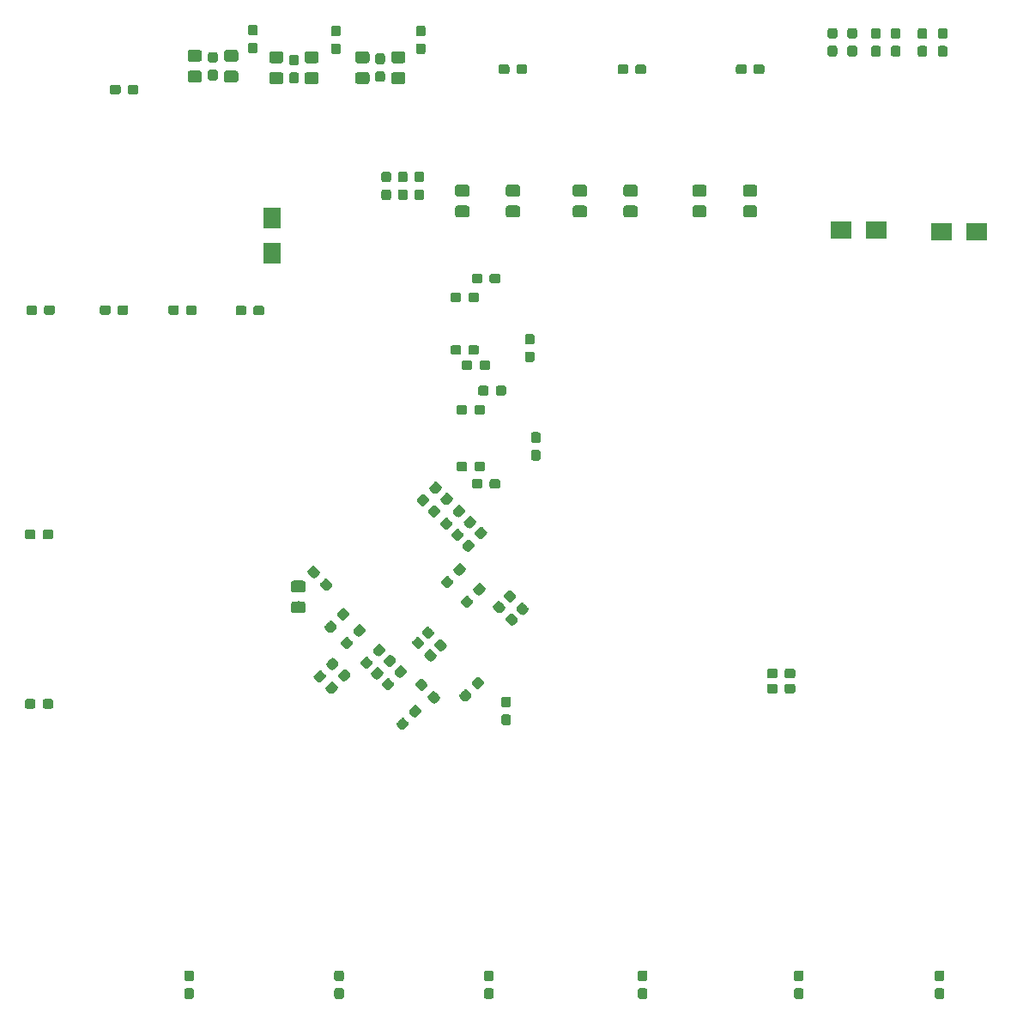
<source format=gbr>
G04 #@! TF.GenerationSoftware,KiCad,Pcbnew,5.1.2-f72e74a~84~ubuntu18.04.1*
G04 #@! TF.CreationDate,2019-05-06T19:15:06+08:00*
G04 #@! TF.ProjectId,printer-board,7072696e-7465-4722-9d62-6f6172642e6b,rev?*
G04 #@! TF.SameCoordinates,Original*
G04 #@! TF.FileFunction,Paste,Bot*
G04 #@! TF.FilePolarity,Positive*
%FSLAX46Y46*%
G04 Gerber Fmt 4.6, Leading zero omitted, Abs format (unit mm)*
G04 Created by KiCad (PCBNEW 5.1.2-f72e74a~84~ubuntu18.04.1) date 2019-05-06 19:15:06*
%MOMM*%
%LPD*%
G04 APERTURE LIST*
%ADD10C,0.150000*%
%ADD11C,1.150000*%
%ADD12C,0.950000*%
%ADD13R,2.100580X1.699260*%
%ADD14R,1.699260X2.100580*%
G04 APERTURE END LIST*
D10*
G36*
X38924505Y-5551204D02*
G01*
X38948773Y-5554804D01*
X38972572Y-5560765D01*
X38995671Y-5569030D01*
X39017850Y-5579520D01*
X39038893Y-5592132D01*
X39058599Y-5606747D01*
X39076777Y-5623223D01*
X39093253Y-5641401D01*
X39107868Y-5661107D01*
X39120480Y-5682150D01*
X39130970Y-5704329D01*
X39139235Y-5727428D01*
X39145196Y-5751227D01*
X39148796Y-5775495D01*
X39150000Y-5799999D01*
X39150000Y-6450001D01*
X39148796Y-6474505D01*
X39145196Y-6498773D01*
X39139235Y-6522572D01*
X39130970Y-6545671D01*
X39120480Y-6567850D01*
X39107868Y-6588893D01*
X39093253Y-6608599D01*
X39076777Y-6626777D01*
X39058599Y-6643253D01*
X39038893Y-6657868D01*
X39017850Y-6670480D01*
X38995671Y-6680970D01*
X38972572Y-6689235D01*
X38948773Y-6695196D01*
X38924505Y-6698796D01*
X38900001Y-6700000D01*
X37999999Y-6700000D01*
X37975495Y-6698796D01*
X37951227Y-6695196D01*
X37927428Y-6689235D01*
X37904329Y-6680970D01*
X37882150Y-6670480D01*
X37861107Y-6657868D01*
X37841401Y-6643253D01*
X37823223Y-6626777D01*
X37806747Y-6608599D01*
X37792132Y-6588893D01*
X37779520Y-6567850D01*
X37769030Y-6545671D01*
X37760765Y-6522572D01*
X37754804Y-6498773D01*
X37751204Y-6474505D01*
X37750000Y-6450001D01*
X37750000Y-5799999D01*
X37751204Y-5775495D01*
X37754804Y-5751227D01*
X37760765Y-5727428D01*
X37769030Y-5704329D01*
X37779520Y-5682150D01*
X37792132Y-5661107D01*
X37806747Y-5641401D01*
X37823223Y-5623223D01*
X37841401Y-5606747D01*
X37861107Y-5592132D01*
X37882150Y-5579520D01*
X37904329Y-5569030D01*
X37927428Y-5560765D01*
X37951227Y-5554804D01*
X37975495Y-5551204D01*
X37999999Y-5550000D01*
X38900001Y-5550000D01*
X38924505Y-5551204D01*
X38924505Y-5551204D01*
G37*
D11*
X38450000Y-6125000D03*
D10*
G36*
X38924505Y-7601204D02*
G01*
X38948773Y-7604804D01*
X38972572Y-7610765D01*
X38995671Y-7619030D01*
X39017850Y-7629520D01*
X39038893Y-7642132D01*
X39058599Y-7656747D01*
X39076777Y-7673223D01*
X39093253Y-7691401D01*
X39107868Y-7711107D01*
X39120480Y-7732150D01*
X39130970Y-7754329D01*
X39139235Y-7777428D01*
X39145196Y-7801227D01*
X39148796Y-7825495D01*
X39150000Y-7849999D01*
X39150000Y-8500001D01*
X39148796Y-8524505D01*
X39145196Y-8548773D01*
X39139235Y-8572572D01*
X39130970Y-8595671D01*
X39120480Y-8617850D01*
X39107868Y-8638893D01*
X39093253Y-8658599D01*
X39076777Y-8676777D01*
X39058599Y-8693253D01*
X39038893Y-8707868D01*
X39017850Y-8720480D01*
X38995671Y-8730970D01*
X38972572Y-8739235D01*
X38948773Y-8745196D01*
X38924505Y-8748796D01*
X38900001Y-8750000D01*
X37999999Y-8750000D01*
X37975495Y-8748796D01*
X37951227Y-8745196D01*
X37927428Y-8739235D01*
X37904329Y-8730970D01*
X37882150Y-8720480D01*
X37861107Y-8707868D01*
X37841401Y-8693253D01*
X37823223Y-8676777D01*
X37806747Y-8658599D01*
X37792132Y-8638893D01*
X37779520Y-8617850D01*
X37769030Y-8595671D01*
X37760765Y-8572572D01*
X37754804Y-8548773D01*
X37751204Y-8524505D01*
X37750000Y-8500001D01*
X37750000Y-7849999D01*
X37751204Y-7825495D01*
X37754804Y-7801227D01*
X37760765Y-7777428D01*
X37769030Y-7754329D01*
X37779520Y-7732150D01*
X37792132Y-7711107D01*
X37806747Y-7691401D01*
X37823223Y-7673223D01*
X37841401Y-7656747D01*
X37861107Y-7642132D01*
X37882150Y-7629520D01*
X37904329Y-7619030D01*
X37927428Y-7610765D01*
X37951227Y-7604804D01*
X37975495Y-7601204D01*
X37999999Y-7600000D01*
X38900001Y-7600000D01*
X38924505Y-7601204D01*
X38924505Y-7601204D01*
G37*
D11*
X38450000Y-8175000D03*
D10*
G36*
X37661452Y-65050195D02*
G01*
X37684507Y-65053614D01*
X37707116Y-65059278D01*
X37729060Y-65067130D01*
X37750130Y-65077095D01*
X37770121Y-65089077D01*
X37788841Y-65102961D01*
X37806111Y-65118613D01*
X38141987Y-65454489D01*
X38157639Y-65471759D01*
X38171523Y-65490479D01*
X38183505Y-65510470D01*
X38193470Y-65531540D01*
X38201322Y-65553484D01*
X38206986Y-65576093D01*
X38210405Y-65599148D01*
X38211549Y-65622427D01*
X38210405Y-65645706D01*
X38206986Y-65668761D01*
X38201322Y-65691370D01*
X38193470Y-65713314D01*
X38183505Y-65734384D01*
X38171523Y-65754375D01*
X38157639Y-65773095D01*
X38141987Y-65790365D01*
X37735401Y-66196951D01*
X37718131Y-66212603D01*
X37699411Y-66226487D01*
X37679420Y-66238469D01*
X37658350Y-66248434D01*
X37636406Y-66256286D01*
X37613797Y-66261950D01*
X37590742Y-66265369D01*
X37567463Y-66266513D01*
X37544184Y-66265369D01*
X37521129Y-66261950D01*
X37498520Y-66256286D01*
X37476576Y-66248434D01*
X37455506Y-66238469D01*
X37435515Y-66226487D01*
X37416795Y-66212603D01*
X37399525Y-66196951D01*
X37063649Y-65861075D01*
X37047997Y-65843805D01*
X37034113Y-65825085D01*
X37022131Y-65805094D01*
X37012166Y-65784024D01*
X37004314Y-65762080D01*
X36998650Y-65739471D01*
X36995231Y-65716416D01*
X36994087Y-65693137D01*
X36995231Y-65669858D01*
X36998650Y-65646803D01*
X37004314Y-65624194D01*
X37012166Y-65602250D01*
X37022131Y-65581180D01*
X37034113Y-65561189D01*
X37047997Y-65542469D01*
X37063649Y-65525199D01*
X37470235Y-65118613D01*
X37487505Y-65102961D01*
X37506225Y-65089077D01*
X37526216Y-65077095D01*
X37547286Y-65067130D01*
X37569230Y-65059278D01*
X37591839Y-65053614D01*
X37614894Y-65050195D01*
X37638173Y-65049051D01*
X37661452Y-65050195D01*
X37661452Y-65050195D01*
G37*
D12*
X37602818Y-65657782D03*
D10*
G36*
X36424016Y-66287631D02*
G01*
X36447071Y-66291050D01*
X36469680Y-66296714D01*
X36491624Y-66304566D01*
X36512694Y-66314531D01*
X36532685Y-66326513D01*
X36551405Y-66340397D01*
X36568675Y-66356049D01*
X36904551Y-66691925D01*
X36920203Y-66709195D01*
X36934087Y-66727915D01*
X36946069Y-66747906D01*
X36956034Y-66768976D01*
X36963886Y-66790920D01*
X36969550Y-66813529D01*
X36972969Y-66836584D01*
X36974113Y-66859863D01*
X36972969Y-66883142D01*
X36969550Y-66906197D01*
X36963886Y-66928806D01*
X36956034Y-66950750D01*
X36946069Y-66971820D01*
X36934087Y-66991811D01*
X36920203Y-67010531D01*
X36904551Y-67027801D01*
X36497965Y-67434387D01*
X36480695Y-67450039D01*
X36461975Y-67463923D01*
X36441984Y-67475905D01*
X36420914Y-67485870D01*
X36398970Y-67493722D01*
X36376361Y-67499386D01*
X36353306Y-67502805D01*
X36330027Y-67503949D01*
X36306748Y-67502805D01*
X36283693Y-67499386D01*
X36261084Y-67493722D01*
X36239140Y-67485870D01*
X36218070Y-67475905D01*
X36198079Y-67463923D01*
X36179359Y-67450039D01*
X36162089Y-67434387D01*
X35826213Y-67098511D01*
X35810561Y-67081241D01*
X35796677Y-67062521D01*
X35784695Y-67042530D01*
X35774730Y-67021460D01*
X35766878Y-66999516D01*
X35761214Y-66976907D01*
X35757795Y-66953852D01*
X35756651Y-66930573D01*
X35757795Y-66907294D01*
X35761214Y-66884239D01*
X35766878Y-66861630D01*
X35774730Y-66839686D01*
X35784695Y-66818616D01*
X35796677Y-66798625D01*
X35810561Y-66779905D01*
X35826213Y-66762635D01*
X36232799Y-66356049D01*
X36250069Y-66340397D01*
X36268789Y-66326513D01*
X36288780Y-66314531D01*
X36309850Y-66304566D01*
X36331794Y-66296714D01*
X36354403Y-66291050D01*
X36377458Y-66287631D01*
X36400737Y-66286487D01*
X36424016Y-66287631D01*
X36424016Y-66287631D01*
G37*
D12*
X36365382Y-66895218D03*
D10*
G36*
X29046120Y-59801204D02*
G01*
X29070388Y-59804804D01*
X29094187Y-59810765D01*
X29117286Y-59819030D01*
X29139465Y-59829520D01*
X29160508Y-59842132D01*
X29180214Y-59856747D01*
X29198392Y-59873223D01*
X29214868Y-59891401D01*
X29229483Y-59911107D01*
X29242095Y-59932150D01*
X29252585Y-59954329D01*
X29260850Y-59977428D01*
X29266811Y-60001227D01*
X29270411Y-60025495D01*
X29271615Y-60049999D01*
X29271615Y-60700001D01*
X29270411Y-60724505D01*
X29266811Y-60748773D01*
X29260850Y-60772572D01*
X29252585Y-60795671D01*
X29242095Y-60817850D01*
X29229483Y-60838893D01*
X29214868Y-60858599D01*
X29198392Y-60876777D01*
X29180214Y-60893253D01*
X29160508Y-60907868D01*
X29139465Y-60920480D01*
X29117286Y-60930970D01*
X29094187Y-60939235D01*
X29070388Y-60945196D01*
X29046120Y-60948796D01*
X29021616Y-60950000D01*
X28121614Y-60950000D01*
X28097110Y-60948796D01*
X28072842Y-60945196D01*
X28049043Y-60939235D01*
X28025944Y-60930970D01*
X28003765Y-60920480D01*
X27982722Y-60907868D01*
X27963016Y-60893253D01*
X27944838Y-60876777D01*
X27928362Y-60858599D01*
X27913747Y-60838893D01*
X27901135Y-60817850D01*
X27890645Y-60795671D01*
X27882380Y-60772572D01*
X27876419Y-60748773D01*
X27872819Y-60724505D01*
X27871615Y-60700001D01*
X27871615Y-60049999D01*
X27872819Y-60025495D01*
X27876419Y-60001227D01*
X27882380Y-59977428D01*
X27890645Y-59954329D01*
X27901135Y-59932150D01*
X27913747Y-59911107D01*
X27928362Y-59891401D01*
X27944838Y-59873223D01*
X27963016Y-59856747D01*
X27982722Y-59842132D01*
X28003765Y-59829520D01*
X28025944Y-59819030D01*
X28049043Y-59810765D01*
X28072842Y-59804804D01*
X28097110Y-59801204D01*
X28121614Y-59800000D01*
X29021616Y-59800000D01*
X29046120Y-59801204D01*
X29046120Y-59801204D01*
G37*
D11*
X28571615Y-60375000D03*
D10*
G36*
X29046120Y-57751204D02*
G01*
X29070388Y-57754804D01*
X29094187Y-57760765D01*
X29117286Y-57769030D01*
X29139465Y-57779520D01*
X29160508Y-57792132D01*
X29180214Y-57806747D01*
X29198392Y-57823223D01*
X29214868Y-57841401D01*
X29229483Y-57861107D01*
X29242095Y-57882150D01*
X29252585Y-57904329D01*
X29260850Y-57927428D01*
X29266811Y-57951227D01*
X29270411Y-57975495D01*
X29271615Y-57999999D01*
X29271615Y-58650001D01*
X29270411Y-58674505D01*
X29266811Y-58698773D01*
X29260850Y-58722572D01*
X29252585Y-58745671D01*
X29242095Y-58767850D01*
X29229483Y-58788893D01*
X29214868Y-58808599D01*
X29198392Y-58826777D01*
X29180214Y-58843253D01*
X29160508Y-58857868D01*
X29139465Y-58870480D01*
X29117286Y-58880970D01*
X29094187Y-58889235D01*
X29070388Y-58895196D01*
X29046120Y-58898796D01*
X29021616Y-58900000D01*
X28121614Y-58900000D01*
X28097110Y-58898796D01*
X28072842Y-58895196D01*
X28049043Y-58889235D01*
X28025944Y-58880970D01*
X28003765Y-58870480D01*
X27982722Y-58857868D01*
X27963016Y-58843253D01*
X27944838Y-58826777D01*
X27928362Y-58808599D01*
X27913747Y-58788893D01*
X27901135Y-58767850D01*
X27890645Y-58745671D01*
X27882380Y-58722572D01*
X27876419Y-58698773D01*
X27872819Y-58674505D01*
X27871615Y-58650001D01*
X27871615Y-57999999D01*
X27872819Y-57975495D01*
X27876419Y-57951227D01*
X27882380Y-57927428D01*
X27890645Y-57904329D01*
X27901135Y-57882150D01*
X27913747Y-57861107D01*
X27928362Y-57841401D01*
X27944838Y-57823223D01*
X27963016Y-57806747D01*
X27982722Y-57792132D01*
X28003765Y-57779520D01*
X28025944Y-57769030D01*
X28049043Y-57760765D01*
X28072842Y-57754804D01*
X28097110Y-57751204D01*
X28121614Y-57750000D01*
X29021616Y-57750000D01*
X29046120Y-57751204D01*
X29046120Y-57751204D01*
G37*
D11*
X28571615Y-58325000D03*
D10*
G36*
X45414916Y-53686131D02*
G01*
X45437971Y-53689550D01*
X45460580Y-53695214D01*
X45482524Y-53703066D01*
X45503594Y-53713031D01*
X45523585Y-53725013D01*
X45542305Y-53738897D01*
X45559575Y-53754549D01*
X45895451Y-54090425D01*
X45911103Y-54107695D01*
X45924987Y-54126415D01*
X45936969Y-54146406D01*
X45946934Y-54167476D01*
X45954786Y-54189420D01*
X45960450Y-54212029D01*
X45963869Y-54235084D01*
X45965013Y-54258363D01*
X45963869Y-54281642D01*
X45960450Y-54304697D01*
X45954786Y-54327306D01*
X45946934Y-54349250D01*
X45936969Y-54370320D01*
X45924987Y-54390311D01*
X45911103Y-54409031D01*
X45895451Y-54426301D01*
X45488865Y-54832887D01*
X45471595Y-54848539D01*
X45452875Y-54862423D01*
X45432884Y-54874405D01*
X45411814Y-54884370D01*
X45389870Y-54892222D01*
X45367261Y-54897886D01*
X45344206Y-54901305D01*
X45320927Y-54902449D01*
X45297648Y-54901305D01*
X45274593Y-54897886D01*
X45251984Y-54892222D01*
X45230040Y-54884370D01*
X45208970Y-54874405D01*
X45188979Y-54862423D01*
X45170259Y-54848539D01*
X45152989Y-54832887D01*
X44817113Y-54497011D01*
X44801461Y-54479741D01*
X44787577Y-54461021D01*
X44775595Y-54441030D01*
X44765630Y-54419960D01*
X44757778Y-54398016D01*
X44752114Y-54375407D01*
X44748695Y-54352352D01*
X44747551Y-54329073D01*
X44748695Y-54305794D01*
X44752114Y-54282739D01*
X44757778Y-54260130D01*
X44765630Y-54238186D01*
X44775595Y-54217116D01*
X44787577Y-54197125D01*
X44801461Y-54178405D01*
X44817113Y-54161135D01*
X45223699Y-53754549D01*
X45240969Y-53738897D01*
X45259689Y-53725013D01*
X45279680Y-53713031D01*
X45300750Y-53703066D01*
X45322694Y-53695214D01*
X45345303Y-53689550D01*
X45368358Y-53686131D01*
X45391637Y-53684987D01*
X45414916Y-53686131D01*
X45414916Y-53686131D01*
G37*
D12*
X45356282Y-54293718D03*
D10*
G36*
X46652352Y-52448695D02*
G01*
X46675407Y-52452114D01*
X46698016Y-52457778D01*
X46719960Y-52465630D01*
X46741030Y-52475595D01*
X46761021Y-52487577D01*
X46779741Y-52501461D01*
X46797011Y-52517113D01*
X47132887Y-52852989D01*
X47148539Y-52870259D01*
X47162423Y-52888979D01*
X47174405Y-52908970D01*
X47184370Y-52930040D01*
X47192222Y-52951984D01*
X47197886Y-52974593D01*
X47201305Y-52997648D01*
X47202449Y-53020927D01*
X47201305Y-53044206D01*
X47197886Y-53067261D01*
X47192222Y-53089870D01*
X47184370Y-53111814D01*
X47174405Y-53132884D01*
X47162423Y-53152875D01*
X47148539Y-53171595D01*
X47132887Y-53188865D01*
X46726301Y-53595451D01*
X46709031Y-53611103D01*
X46690311Y-53624987D01*
X46670320Y-53636969D01*
X46649250Y-53646934D01*
X46627306Y-53654786D01*
X46604697Y-53660450D01*
X46581642Y-53663869D01*
X46558363Y-53665013D01*
X46535084Y-53663869D01*
X46512029Y-53660450D01*
X46489420Y-53654786D01*
X46467476Y-53646934D01*
X46446406Y-53636969D01*
X46426415Y-53624987D01*
X46407695Y-53611103D01*
X46390425Y-53595451D01*
X46054549Y-53259575D01*
X46038897Y-53242305D01*
X46025013Y-53223585D01*
X46013031Y-53203594D01*
X46003066Y-53182524D01*
X45995214Y-53160580D01*
X45989550Y-53137971D01*
X45986131Y-53114916D01*
X45984987Y-53091637D01*
X45986131Y-53068358D01*
X45989550Y-53045303D01*
X45995214Y-53022694D01*
X46003066Y-53000750D01*
X46013031Y-52979680D01*
X46025013Y-52959689D01*
X46038897Y-52940969D01*
X46054549Y-52923699D01*
X46461135Y-52517113D01*
X46478405Y-52501461D01*
X46497125Y-52487577D01*
X46517116Y-52475595D01*
X46538186Y-52465630D01*
X46560130Y-52457778D01*
X46582739Y-52452114D01*
X46605794Y-52448695D01*
X46629073Y-52447551D01*
X46652352Y-52448695D01*
X46652352Y-52448695D01*
G37*
D12*
X46593718Y-53056282D03*
D13*
X95479740Y-23350000D03*
X92020260Y-23350000D03*
X85579740Y-23200000D03*
X82120260Y-23200000D03*
D14*
X26000000Y-21970260D03*
X26000000Y-25429740D03*
D10*
G36*
X47135779Y-38526143D02*
G01*
X47158834Y-38529562D01*
X47181443Y-38535226D01*
X47203387Y-38543078D01*
X47224457Y-38553043D01*
X47244448Y-38565025D01*
X47263168Y-38578909D01*
X47280438Y-38594561D01*
X47296090Y-38611831D01*
X47309974Y-38630551D01*
X47321956Y-38650542D01*
X47331921Y-38671612D01*
X47339773Y-38693556D01*
X47345437Y-38716165D01*
X47348856Y-38739220D01*
X47350000Y-38762499D01*
X47350000Y-39237499D01*
X47348856Y-39260778D01*
X47345437Y-39283833D01*
X47339773Y-39306442D01*
X47331921Y-39328386D01*
X47321956Y-39349456D01*
X47309974Y-39369447D01*
X47296090Y-39388167D01*
X47280438Y-39405437D01*
X47263168Y-39421089D01*
X47244448Y-39434973D01*
X47224457Y-39446955D01*
X47203387Y-39456920D01*
X47181443Y-39464772D01*
X47158834Y-39470436D01*
X47135779Y-39473855D01*
X47112500Y-39474999D01*
X46537500Y-39474999D01*
X46514221Y-39473855D01*
X46491166Y-39470436D01*
X46468557Y-39464772D01*
X46446613Y-39456920D01*
X46425543Y-39446955D01*
X46405552Y-39434973D01*
X46386832Y-39421089D01*
X46369562Y-39405437D01*
X46353910Y-39388167D01*
X46340026Y-39369447D01*
X46328044Y-39349456D01*
X46318079Y-39328386D01*
X46310227Y-39306442D01*
X46304563Y-39283833D01*
X46301144Y-39260778D01*
X46300000Y-39237499D01*
X46300000Y-38762499D01*
X46301144Y-38739220D01*
X46304563Y-38716165D01*
X46310227Y-38693556D01*
X46318079Y-38671612D01*
X46328044Y-38650542D01*
X46340026Y-38630551D01*
X46353910Y-38611831D01*
X46369562Y-38594561D01*
X46386832Y-38578909D01*
X46405552Y-38565025D01*
X46425543Y-38553043D01*
X46446613Y-38543078D01*
X46468557Y-38535226D01*
X46491166Y-38529562D01*
X46514221Y-38526143D01*
X46537500Y-38524999D01*
X47112500Y-38524999D01*
X47135779Y-38526143D01*
X47135779Y-38526143D01*
G37*
D12*
X46825000Y-38999999D03*
D10*
G36*
X48885779Y-38526143D02*
G01*
X48908834Y-38529562D01*
X48931443Y-38535226D01*
X48953387Y-38543078D01*
X48974457Y-38553043D01*
X48994448Y-38565025D01*
X49013168Y-38578909D01*
X49030438Y-38594561D01*
X49046090Y-38611831D01*
X49059974Y-38630551D01*
X49071956Y-38650542D01*
X49081921Y-38671612D01*
X49089773Y-38693556D01*
X49095437Y-38716165D01*
X49098856Y-38739220D01*
X49100000Y-38762499D01*
X49100000Y-39237499D01*
X49098856Y-39260778D01*
X49095437Y-39283833D01*
X49089773Y-39306442D01*
X49081921Y-39328386D01*
X49071956Y-39349456D01*
X49059974Y-39369447D01*
X49046090Y-39388167D01*
X49030438Y-39405437D01*
X49013168Y-39421089D01*
X48994448Y-39434973D01*
X48974457Y-39446955D01*
X48953387Y-39456920D01*
X48931443Y-39464772D01*
X48908834Y-39470436D01*
X48885779Y-39473855D01*
X48862500Y-39474999D01*
X48287500Y-39474999D01*
X48264221Y-39473855D01*
X48241166Y-39470436D01*
X48218557Y-39464772D01*
X48196613Y-39456920D01*
X48175543Y-39446955D01*
X48155552Y-39434973D01*
X48136832Y-39421089D01*
X48119562Y-39405437D01*
X48103910Y-39388167D01*
X48090026Y-39369447D01*
X48078044Y-39349456D01*
X48068079Y-39328386D01*
X48060227Y-39306442D01*
X48054563Y-39283833D01*
X48051144Y-39260778D01*
X48050000Y-39237499D01*
X48050000Y-38762499D01*
X48051144Y-38739220D01*
X48054563Y-38716165D01*
X48060227Y-38693556D01*
X48068079Y-38671612D01*
X48078044Y-38650542D01*
X48090026Y-38630551D01*
X48103910Y-38611831D01*
X48119562Y-38594561D01*
X48136832Y-38578909D01*
X48155552Y-38565025D01*
X48175543Y-38553043D01*
X48196613Y-38543078D01*
X48218557Y-38535226D01*
X48241166Y-38529562D01*
X48264221Y-38526143D01*
X48287500Y-38524999D01*
X48862500Y-38524999D01*
X48885779Y-38526143D01*
X48885779Y-38526143D01*
G37*
D12*
X48575000Y-38999999D03*
D10*
G36*
X52260779Y-44851144D02*
G01*
X52283834Y-44854563D01*
X52306443Y-44860227D01*
X52328387Y-44868079D01*
X52349457Y-44878044D01*
X52369448Y-44890026D01*
X52388168Y-44903910D01*
X52405438Y-44919562D01*
X52421090Y-44936832D01*
X52434974Y-44955552D01*
X52446956Y-44975543D01*
X52456921Y-44996613D01*
X52464773Y-45018557D01*
X52470437Y-45041166D01*
X52473856Y-45064221D01*
X52475000Y-45087500D01*
X52475000Y-45662500D01*
X52473856Y-45685779D01*
X52470437Y-45708834D01*
X52464773Y-45731443D01*
X52456921Y-45753387D01*
X52446956Y-45774457D01*
X52434974Y-45794448D01*
X52421090Y-45813168D01*
X52405438Y-45830438D01*
X52388168Y-45846090D01*
X52369448Y-45859974D01*
X52349457Y-45871956D01*
X52328387Y-45881921D01*
X52306443Y-45889773D01*
X52283834Y-45895437D01*
X52260779Y-45898856D01*
X52237500Y-45900000D01*
X51762500Y-45900000D01*
X51739221Y-45898856D01*
X51716166Y-45895437D01*
X51693557Y-45889773D01*
X51671613Y-45881921D01*
X51650543Y-45871956D01*
X51630552Y-45859974D01*
X51611832Y-45846090D01*
X51594562Y-45830438D01*
X51578910Y-45813168D01*
X51565026Y-45794448D01*
X51553044Y-45774457D01*
X51543079Y-45753387D01*
X51535227Y-45731443D01*
X51529563Y-45708834D01*
X51526144Y-45685779D01*
X51525000Y-45662500D01*
X51525000Y-45087500D01*
X51526144Y-45064221D01*
X51529563Y-45041166D01*
X51535227Y-45018557D01*
X51543079Y-44996613D01*
X51553044Y-44975543D01*
X51565026Y-44955552D01*
X51578910Y-44936832D01*
X51594562Y-44919562D01*
X51611832Y-44903910D01*
X51630552Y-44890026D01*
X51650543Y-44878044D01*
X51671613Y-44868079D01*
X51693557Y-44860227D01*
X51716166Y-44854563D01*
X51739221Y-44851144D01*
X51762500Y-44850000D01*
X52237500Y-44850000D01*
X52260779Y-44851144D01*
X52260779Y-44851144D01*
G37*
D12*
X52000000Y-45375000D03*
D10*
G36*
X52260779Y-43101144D02*
G01*
X52283834Y-43104563D01*
X52306443Y-43110227D01*
X52328387Y-43118079D01*
X52349457Y-43128044D01*
X52369448Y-43140026D01*
X52388168Y-43153910D01*
X52405438Y-43169562D01*
X52421090Y-43186832D01*
X52434974Y-43205552D01*
X52446956Y-43225543D01*
X52456921Y-43246613D01*
X52464773Y-43268557D01*
X52470437Y-43291166D01*
X52473856Y-43314221D01*
X52475000Y-43337500D01*
X52475000Y-43912500D01*
X52473856Y-43935779D01*
X52470437Y-43958834D01*
X52464773Y-43981443D01*
X52456921Y-44003387D01*
X52446956Y-44024457D01*
X52434974Y-44044448D01*
X52421090Y-44063168D01*
X52405438Y-44080438D01*
X52388168Y-44096090D01*
X52369448Y-44109974D01*
X52349457Y-44121956D01*
X52328387Y-44131921D01*
X52306443Y-44139773D01*
X52283834Y-44145437D01*
X52260779Y-44148856D01*
X52237500Y-44150000D01*
X51762500Y-44150000D01*
X51739221Y-44148856D01*
X51716166Y-44145437D01*
X51693557Y-44139773D01*
X51671613Y-44131921D01*
X51650543Y-44121956D01*
X51630552Y-44109974D01*
X51611832Y-44096090D01*
X51594562Y-44080438D01*
X51578910Y-44063168D01*
X51565026Y-44044448D01*
X51553044Y-44024457D01*
X51543079Y-44003387D01*
X51535227Y-43981443D01*
X51529563Y-43958834D01*
X51526144Y-43935779D01*
X51525000Y-43912500D01*
X51525000Y-43337500D01*
X51526144Y-43314221D01*
X51529563Y-43291166D01*
X51535227Y-43268557D01*
X51543079Y-43246613D01*
X51553044Y-43225543D01*
X51565026Y-43205552D01*
X51578910Y-43186832D01*
X51594562Y-43169562D01*
X51611832Y-43153910D01*
X51630552Y-43140026D01*
X51650543Y-43128044D01*
X51671613Y-43118079D01*
X51693557Y-43110227D01*
X51716166Y-43104563D01*
X51739221Y-43101144D01*
X51762500Y-43100000D01*
X52237500Y-43100000D01*
X52260779Y-43101144D01*
X52260779Y-43101144D01*
G37*
D12*
X52000000Y-43625000D03*
D10*
G36*
X45035779Y-46026144D02*
G01*
X45058834Y-46029563D01*
X45081443Y-46035227D01*
X45103387Y-46043079D01*
X45124457Y-46053044D01*
X45144448Y-46065026D01*
X45163168Y-46078910D01*
X45180438Y-46094562D01*
X45196090Y-46111832D01*
X45209974Y-46130552D01*
X45221956Y-46150543D01*
X45231921Y-46171613D01*
X45239773Y-46193557D01*
X45245437Y-46216166D01*
X45248856Y-46239221D01*
X45250000Y-46262500D01*
X45250000Y-46737500D01*
X45248856Y-46760779D01*
X45245437Y-46783834D01*
X45239773Y-46806443D01*
X45231921Y-46828387D01*
X45221956Y-46849457D01*
X45209974Y-46869448D01*
X45196090Y-46888168D01*
X45180438Y-46905438D01*
X45163168Y-46921090D01*
X45144448Y-46934974D01*
X45124457Y-46946956D01*
X45103387Y-46956921D01*
X45081443Y-46964773D01*
X45058834Y-46970437D01*
X45035779Y-46973856D01*
X45012500Y-46975000D01*
X44437500Y-46975000D01*
X44414221Y-46973856D01*
X44391166Y-46970437D01*
X44368557Y-46964773D01*
X44346613Y-46956921D01*
X44325543Y-46946956D01*
X44305552Y-46934974D01*
X44286832Y-46921090D01*
X44269562Y-46905438D01*
X44253910Y-46888168D01*
X44240026Y-46869448D01*
X44228044Y-46849457D01*
X44218079Y-46828387D01*
X44210227Y-46806443D01*
X44204563Y-46783834D01*
X44201144Y-46760779D01*
X44200000Y-46737500D01*
X44200000Y-46262500D01*
X44201144Y-46239221D01*
X44204563Y-46216166D01*
X44210227Y-46193557D01*
X44218079Y-46171613D01*
X44228044Y-46150543D01*
X44240026Y-46130552D01*
X44253910Y-46111832D01*
X44269562Y-46094562D01*
X44286832Y-46078910D01*
X44305552Y-46065026D01*
X44325543Y-46053044D01*
X44346613Y-46043079D01*
X44368557Y-46035227D01*
X44391166Y-46029563D01*
X44414221Y-46026144D01*
X44437500Y-46025000D01*
X45012500Y-46025000D01*
X45035779Y-46026144D01*
X45035779Y-46026144D01*
G37*
D12*
X44725000Y-46500000D03*
D10*
G36*
X46785779Y-46026144D02*
G01*
X46808834Y-46029563D01*
X46831443Y-46035227D01*
X46853387Y-46043079D01*
X46874457Y-46053044D01*
X46894448Y-46065026D01*
X46913168Y-46078910D01*
X46930438Y-46094562D01*
X46946090Y-46111832D01*
X46959974Y-46130552D01*
X46971956Y-46150543D01*
X46981921Y-46171613D01*
X46989773Y-46193557D01*
X46995437Y-46216166D01*
X46998856Y-46239221D01*
X47000000Y-46262500D01*
X47000000Y-46737500D01*
X46998856Y-46760779D01*
X46995437Y-46783834D01*
X46989773Y-46806443D01*
X46981921Y-46828387D01*
X46971956Y-46849457D01*
X46959974Y-46869448D01*
X46946090Y-46888168D01*
X46930438Y-46905438D01*
X46913168Y-46921090D01*
X46894448Y-46934974D01*
X46874457Y-46946956D01*
X46853387Y-46956921D01*
X46831443Y-46964773D01*
X46808834Y-46970437D01*
X46785779Y-46973856D01*
X46762500Y-46975000D01*
X46187500Y-46975000D01*
X46164221Y-46973856D01*
X46141166Y-46970437D01*
X46118557Y-46964773D01*
X46096613Y-46956921D01*
X46075543Y-46946956D01*
X46055552Y-46934974D01*
X46036832Y-46921090D01*
X46019562Y-46905438D01*
X46003910Y-46888168D01*
X45990026Y-46869448D01*
X45978044Y-46849457D01*
X45968079Y-46828387D01*
X45960227Y-46806443D01*
X45954563Y-46783834D01*
X45951144Y-46760779D01*
X45950000Y-46737500D01*
X45950000Y-46262500D01*
X45951144Y-46239221D01*
X45954563Y-46216166D01*
X45960227Y-46193557D01*
X45968079Y-46171613D01*
X45978044Y-46150543D01*
X45990026Y-46130552D01*
X46003910Y-46111832D01*
X46019562Y-46094562D01*
X46036832Y-46078910D01*
X46055552Y-46065026D01*
X46075543Y-46053044D01*
X46096613Y-46043079D01*
X46118557Y-46035227D01*
X46141166Y-46029563D01*
X46164221Y-46026144D01*
X46187500Y-46025000D01*
X46762500Y-46025000D01*
X46785779Y-46026144D01*
X46785779Y-46026144D01*
G37*
D12*
X46475000Y-46500000D03*
D10*
G36*
X46785779Y-40426144D02*
G01*
X46808834Y-40429563D01*
X46831443Y-40435227D01*
X46853387Y-40443079D01*
X46874457Y-40453044D01*
X46894448Y-40465026D01*
X46913168Y-40478910D01*
X46930438Y-40494562D01*
X46946090Y-40511832D01*
X46959974Y-40530552D01*
X46971956Y-40550543D01*
X46981921Y-40571613D01*
X46989773Y-40593557D01*
X46995437Y-40616166D01*
X46998856Y-40639221D01*
X47000000Y-40662500D01*
X47000000Y-41137500D01*
X46998856Y-41160779D01*
X46995437Y-41183834D01*
X46989773Y-41206443D01*
X46981921Y-41228387D01*
X46971956Y-41249457D01*
X46959974Y-41269448D01*
X46946090Y-41288168D01*
X46930438Y-41305438D01*
X46913168Y-41321090D01*
X46894448Y-41334974D01*
X46874457Y-41346956D01*
X46853387Y-41356921D01*
X46831443Y-41364773D01*
X46808834Y-41370437D01*
X46785779Y-41373856D01*
X46762500Y-41375000D01*
X46187500Y-41375000D01*
X46164221Y-41373856D01*
X46141166Y-41370437D01*
X46118557Y-41364773D01*
X46096613Y-41356921D01*
X46075543Y-41346956D01*
X46055552Y-41334974D01*
X46036832Y-41321090D01*
X46019562Y-41305438D01*
X46003910Y-41288168D01*
X45990026Y-41269448D01*
X45978044Y-41249457D01*
X45968079Y-41228387D01*
X45960227Y-41206443D01*
X45954563Y-41183834D01*
X45951144Y-41160779D01*
X45950000Y-41137500D01*
X45950000Y-40662500D01*
X45951144Y-40639221D01*
X45954563Y-40616166D01*
X45960227Y-40593557D01*
X45968079Y-40571613D01*
X45978044Y-40550543D01*
X45990026Y-40530552D01*
X46003910Y-40511832D01*
X46019562Y-40494562D01*
X46036832Y-40478910D01*
X46055552Y-40465026D01*
X46075543Y-40453044D01*
X46096613Y-40443079D01*
X46118557Y-40435227D01*
X46141166Y-40429563D01*
X46164221Y-40426144D01*
X46187500Y-40425000D01*
X46762500Y-40425000D01*
X46785779Y-40426144D01*
X46785779Y-40426144D01*
G37*
D12*
X46475000Y-40900000D03*
D10*
G36*
X45035779Y-40426144D02*
G01*
X45058834Y-40429563D01*
X45081443Y-40435227D01*
X45103387Y-40443079D01*
X45124457Y-40453044D01*
X45144448Y-40465026D01*
X45163168Y-40478910D01*
X45180438Y-40494562D01*
X45196090Y-40511832D01*
X45209974Y-40530552D01*
X45221956Y-40550543D01*
X45231921Y-40571613D01*
X45239773Y-40593557D01*
X45245437Y-40616166D01*
X45248856Y-40639221D01*
X45250000Y-40662500D01*
X45250000Y-41137500D01*
X45248856Y-41160779D01*
X45245437Y-41183834D01*
X45239773Y-41206443D01*
X45231921Y-41228387D01*
X45221956Y-41249457D01*
X45209974Y-41269448D01*
X45196090Y-41288168D01*
X45180438Y-41305438D01*
X45163168Y-41321090D01*
X45144448Y-41334974D01*
X45124457Y-41346956D01*
X45103387Y-41356921D01*
X45081443Y-41364773D01*
X45058834Y-41370437D01*
X45035779Y-41373856D01*
X45012500Y-41375000D01*
X44437500Y-41375000D01*
X44414221Y-41373856D01*
X44391166Y-41370437D01*
X44368557Y-41364773D01*
X44346613Y-41356921D01*
X44325543Y-41346956D01*
X44305552Y-41334974D01*
X44286832Y-41321090D01*
X44269562Y-41305438D01*
X44253910Y-41288168D01*
X44240026Y-41269448D01*
X44228044Y-41249457D01*
X44218079Y-41228387D01*
X44210227Y-41206443D01*
X44204563Y-41183834D01*
X44201144Y-41160779D01*
X44200000Y-41137500D01*
X44200000Y-40662500D01*
X44201144Y-40639221D01*
X44204563Y-40616166D01*
X44210227Y-40593557D01*
X44218079Y-40571613D01*
X44228044Y-40550543D01*
X44240026Y-40530552D01*
X44253910Y-40511832D01*
X44269562Y-40494562D01*
X44286832Y-40478910D01*
X44305552Y-40465026D01*
X44325543Y-40453044D01*
X44346613Y-40443079D01*
X44368557Y-40435227D01*
X44391166Y-40429563D01*
X44414221Y-40426144D01*
X44437500Y-40425000D01*
X45012500Y-40425000D01*
X45035779Y-40426144D01*
X45035779Y-40426144D01*
G37*
D12*
X44725000Y-40900000D03*
D10*
G36*
X48285779Y-47726144D02*
G01*
X48308834Y-47729563D01*
X48331443Y-47735227D01*
X48353387Y-47743079D01*
X48374457Y-47753044D01*
X48394448Y-47765026D01*
X48413168Y-47778910D01*
X48430438Y-47794562D01*
X48446090Y-47811832D01*
X48459974Y-47830552D01*
X48471956Y-47850543D01*
X48481921Y-47871613D01*
X48489773Y-47893557D01*
X48495437Y-47916166D01*
X48498856Y-47939221D01*
X48500000Y-47962500D01*
X48500000Y-48437500D01*
X48498856Y-48460779D01*
X48495437Y-48483834D01*
X48489773Y-48506443D01*
X48481921Y-48528387D01*
X48471956Y-48549457D01*
X48459974Y-48569448D01*
X48446090Y-48588168D01*
X48430438Y-48605438D01*
X48413168Y-48621090D01*
X48394448Y-48634974D01*
X48374457Y-48646956D01*
X48353387Y-48656921D01*
X48331443Y-48664773D01*
X48308834Y-48670437D01*
X48285779Y-48673856D01*
X48262500Y-48675000D01*
X47687500Y-48675000D01*
X47664221Y-48673856D01*
X47641166Y-48670437D01*
X47618557Y-48664773D01*
X47596613Y-48656921D01*
X47575543Y-48646956D01*
X47555552Y-48634974D01*
X47536832Y-48621090D01*
X47519562Y-48605438D01*
X47503910Y-48588168D01*
X47490026Y-48569448D01*
X47478044Y-48549457D01*
X47468079Y-48528387D01*
X47460227Y-48506443D01*
X47454563Y-48483834D01*
X47451144Y-48460779D01*
X47450000Y-48437500D01*
X47450000Y-47962500D01*
X47451144Y-47939221D01*
X47454563Y-47916166D01*
X47460227Y-47893557D01*
X47468079Y-47871613D01*
X47478044Y-47850543D01*
X47490026Y-47830552D01*
X47503910Y-47811832D01*
X47519562Y-47794562D01*
X47536832Y-47778910D01*
X47555552Y-47765026D01*
X47575543Y-47753044D01*
X47596613Y-47743079D01*
X47618557Y-47735227D01*
X47641166Y-47729563D01*
X47664221Y-47726144D01*
X47687500Y-47725000D01*
X48262500Y-47725000D01*
X48285779Y-47726144D01*
X48285779Y-47726144D01*
G37*
D12*
X47975000Y-48200000D03*
D10*
G36*
X46535779Y-47726144D02*
G01*
X46558834Y-47729563D01*
X46581443Y-47735227D01*
X46603387Y-47743079D01*
X46624457Y-47753044D01*
X46644448Y-47765026D01*
X46663168Y-47778910D01*
X46680438Y-47794562D01*
X46696090Y-47811832D01*
X46709974Y-47830552D01*
X46721956Y-47850543D01*
X46731921Y-47871613D01*
X46739773Y-47893557D01*
X46745437Y-47916166D01*
X46748856Y-47939221D01*
X46750000Y-47962500D01*
X46750000Y-48437500D01*
X46748856Y-48460779D01*
X46745437Y-48483834D01*
X46739773Y-48506443D01*
X46731921Y-48528387D01*
X46721956Y-48549457D01*
X46709974Y-48569448D01*
X46696090Y-48588168D01*
X46680438Y-48605438D01*
X46663168Y-48621090D01*
X46644448Y-48634974D01*
X46624457Y-48646956D01*
X46603387Y-48656921D01*
X46581443Y-48664773D01*
X46558834Y-48670437D01*
X46535779Y-48673856D01*
X46512500Y-48675000D01*
X45937500Y-48675000D01*
X45914221Y-48673856D01*
X45891166Y-48670437D01*
X45868557Y-48664773D01*
X45846613Y-48656921D01*
X45825543Y-48646956D01*
X45805552Y-48634974D01*
X45786832Y-48621090D01*
X45769562Y-48605438D01*
X45753910Y-48588168D01*
X45740026Y-48569448D01*
X45728044Y-48549457D01*
X45718079Y-48528387D01*
X45710227Y-48506443D01*
X45704563Y-48483834D01*
X45701144Y-48460779D01*
X45700000Y-48437500D01*
X45700000Y-47962500D01*
X45701144Y-47939221D01*
X45704563Y-47916166D01*
X45710227Y-47893557D01*
X45718079Y-47871613D01*
X45728044Y-47850543D01*
X45740026Y-47830552D01*
X45753910Y-47811832D01*
X45769562Y-47794562D01*
X45786832Y-47778910D01*
X45805552Y-47765026D01*
X45825543Y-47753044D01*
X45846613Y-47743079D01*
X45868557Y-47735227D01*
X45891166Y-47729563D01*
X45914221Y-47726144D01*
X45937500Y-47725000D01*
X46512500Y-47725000D01*
X46535779Y-47726144D01*
X46535779Y-47726144D01*
G37*
D12*
X46225000Y-48200000D03*
D10*
G36*
X46535779Y-27476144D02*
G01*
X46558834Y-27479563D01*
X46581443Y-27485227D01*
X46603387Y-27493079D01*
X46624457Y-27503044D01*
X46644448Y-27515026D01*
X46663168Y-27528910D01*
X46680438Y-27544562D01*
X46696090Y-27561832D01*
X46709974Y-27580552D01*
X46721956Y-27600543D01*
X46731921Y-27621613D01*
X46739773Y-27643557D01*
X46745437Y-27666166D01*
X46748856Y-27689221D01*
X46750000Y-27712500D01*
X46750000Y-28187500D01*
X46748856Y-28210779D01*
X46745437Y-28233834D01*
X46739773Y-28256443D01*
X46731921Y-28278387D01*
X46721956Y-28299457D01*
X46709974Y-28319448D01*
X46696090Y-28338168D01*
X46680438Y-28355438D01*
X46663168Y-28371090D01*
X46644448Y-28384974D01*
X46624457Y-28396956D01*
X46603387Y-28406921D01*
X46581443Y-28414773D01*
X46558834Y-28420437D01*
X46535779Y-28423856D01*
X46512500Y-28425000D01*
X45937500Y-28425000D01*
X45914221Y-28423856D01*
X45891166Y-28420437D01*
X45868557Y-28414773D01*
X45846613Y-28406921D01*
X45825543Y-28396956D01*
X45805552Y-28384974D01*
X45786832Y-28371090D01*
X45769562Y-28355438D01*
X45753910Y-28338168D01*
X45740026Y-28319448D01*
X45728044Y-28299457D01*
X45718079Y-28278387D01*
X45710227Y-28256443D01*
X45704563Y-28233834D01*
X45701144Y-28210779D01*
X45700000Y-28187500D01*
X45700000Y-27712500D01*
X45701144Y-27689221D01*
X45704563Y-27666166D01*
X45710227Y-27643557D01*
X45718079Y-27621613D01*
X45728044Y-27600543D01*
X45740026Y-27580552D01*
X45753910Y-27561832D01*
X45769562Y-27544562D01*
X45786832Y-27528910D01*
X45805552Y-27515026D01*
X45825543Y-27503044D01*
X45846613Y-27493079D01*
X45868557Y-27485227D01*
X45891166Y-27479563D01*
X45914221Y-27476144D01*
X45937500Y-27475000D01*
X46512500Y-27475000D01*
X46535779Y-27476144D01*
X46535779Y-27476144D01*
G37*
D12*
X46225000Y-27950000D03*
D10*
G36*
X48285779Y-27476144D02*
G01*
X48308834Y-27479563D01*
X48331443Y-27485227D01*
X48353387Y-27493079D01*
X48374457Y-27503044D01*
X48394448Y-27515026D01*
X48413168Y-27528910D01*
X48430438Y-27544562D01*
X48446090Y-27561832D01*
X48459974Y-27580552D01*
X48471956Y-27600543D01*
X48481921Y-27621613D01*
X48489773Y-27643557D01*
X48495437Y-27666166D01*
X48498856Y-27689221D01*
X48500000Y-27712500D01*
X48500000Y-28187500D01*
X48498856Y-28210779D01*
X48495437Y-28233834D01*
X48489773Y-28256443D01*
X48481921Y-28278387D01*
X48471956Y-28299457D01*
X48459974Y-28319448D01*
X48446090Y-28338168D01*
X48430438Y-28355438D01*
X48413168Y-28371090D01*
X48394448Y-28384974D01*
X48374457Y-28396956D01*
X48353387Y-28406921D01*
X48331443Y-28414773D01*
X48308834Y-28420437D01*
X48285779Y-28423856D01*
X48262500Y-28425000D01*
X47687500Y-28425000D01*
X47664221Y-28423856D01*
X47641166Y-28420437D01*
X47618557Y-28414773D01*
X47596613Y-28406921D01*
X47575543Y-28396956D01*
X47555552Y-28384974D01*
X47536832Y-28371090D01*
X47519562Y-28355438D01*
X47503910Y-28338168D01*
X47490026Y-28319448D01*
X47478044Y-28299457D01*
X47468079Y-28278387D01*
X47460227Y-28256443D01*
X47454563Y-28233834D01*
X47451144Y-28210779D01*
X47450000Y-28187500D01*
X47450000Y-27712500D01*
X47451144Y-27689221D01*
X47454563Y-27666166D01*
X47460227Y-27643557D01*
X47468079Y-27621613D01*
X47478044Y-27600543D01*
X47490026Y-27580552D01*
X47503910Y-27561832D01*
X47519562Y-27544562D01*
X47536832Y-27528910D01*
X47555552Y-27515026D01*
X47575543Y-27503044D01*
X47596613Y-27493079D01*
X47618557Y-27485227D01*
X47641166Y-27479563D01*
X47664221Y-27476144D01*
X47687500Y-27475000D01*
X48262500Y-27475000D01*
X48285779Y-27476144D01*
X48285779Y-27476144D01*
G37*
D12*
X47975000Y-27950000D03*
D10*
G36*
X51660779Y-35151144D02*
G01*
X51683834Y-35154563D01*
X51706443Y-35160227D01*
X51728387Y-35168079D01*
X51749457Y-35178044D01*
X51769448Y-35190026D01*
X51788168Y-35203910D01*
X51805438Y-35219562D01*
X51821090Y-35236832D01*
X51834974Y-35255552D01*
X51846956Y-35275543D01*
X51856921Y-35296613D01*
X51864773Y-35318557D01*
X51870437Y-35341166D01*
X51873856Y-35364221D01*
X51875000Y-35387500D01*
X51875000Y-35962500D01*
X51873856Y-35985779D01*
X51870437Y-36008834D01*
X51864773Y-36031443D01*
X51856921Y-36053387D01*
X51846956Y-36074457D01*
X51834974Y-36094448D01*
X51821090Y-36113168D01*
X51805438Y-36130438D01*
X51788168Y-36146090D01*
X51769448Y-36159974D01*
X51749457Y-36171956D01*
X51728387Y-36181921D01*
X51706443Y-36189773D01*
X51683834Y-36195437D01*
X51660779Y-36198856D01*
X51637500Y-36200000D01*
X51162500Y-36200000D01*
X51139221Y-36198856D01*
X51116166Y-36195437D01*
X51093557Y-36189773D01*
X51071613Y-36181921D01*
X51050543Y-36171956D01*
X51030552Y-36159974D01*
X51011832Y-36146090D01*
X50994562Y-36130438D01*
X50978910Y-36113168D01*
X50965026Y-36094448D01*
X50953044Y-36074457D01*
X50943079Y-36053387D01*
X50935227Y-36031443D01*
X50929563Y-36008834D01*
X50926144Y-35985779D01*
X50925000Y-35962500D01*
X50925000Y-35387500D01*
X50926144Y-35364221D01*
X50929563Y-35341166D01*
X50935227Y-35318557D01*
X50943079Y-35296613D01*
X50953044Y-35275543D01*
X50965026Y-35255552D01*
X50978910Y-35236832D01*
X50994562Y-35219562D01*
X51011832Y-35203910D01*
X51030552Y-35190026D01*
X51050543Y-35178044D01*
X51071613Y-35168079D01*
X51093557Y-35160227D01*
X51116166Y-35154563D01*
X51139221Y-35151144D01*
X51162500Y-35150000D01*
X51637500Y-35150000D01*
X51660779Y-35151144D01*
X51660779Y-35151144D01*
G37*
D12*
X51400000Y-35675000D03*
D10*
G36*
X51660779Y-33401144D02*
G01*
X51683834Y-33404563D01*
X51706443Y-33410227D01*
X51728387Y-33418079D01*
X51749457Y-33428044D01*
X51769448Y-33440026D01*
X51788168Y-33453910D01*
X51805438Y-33469562D01*
X51821090Y-33486832D01*
X51834974Y-33505552D01*
X51846956Y-33525543D01*
X51856921Y-33546613D01*
X51864773Y-33568557D01*
X51870437Y-33591166D01*
X51873856Y-33614221D01*
X51875000Y-33637500D01*
X51875000Y-34212500D01*
X51873856Y-34235779D01*
X51870437Y-34258834D01*
X51864773Y-34281443D01*
X51856921Y-34303387D01*
X51846956Y-34324457D01*
X51834974Y-34344448D01*
X51821090Y-34363168D01*
X51805438Y-34380438D01*
X51788168Y-34396090D01*
X51769448Y-34409974D01*
X51749457Y-34421956D01*
X51728387Y-34431921D01*
X51706443Y-34439773D01*
X51683834Y-34445437D01*
X51660779Y-34448856D01*
X51637500Y-34450000D01*
X51162500Y-34450000D01*
X51139221Y-34448856D01*
X51116166Y-34445437D01*
X51093557Y-34439773D01*
X51071613Y-34431921D01*
X51050543Y-34421956D01*
X51030552Y-34409974D01*
X51011832Y-34396090D01*
X50994562Y-34380438D01*
X50978910Y-34363168D01*
X50965026Y-34344448D01*
X50953044Y-34324457D01*
X50943079Y-34303387D01*
X50935227Y-34281443D01*
X50929563Y-34258834D01*
X50926144Y-34235779D01*
X50925000Y-34212500D01*
X50925000Y-33637500D01*
X50926144Y-33614221D01*
X50929563Y-33591166D01*
X50935227Y-33568557D01*
X50943079Y-33546613D01*
X50953044Y-33525543D01*
X50965026Y-33505552D01*
X50978910Y-33486832D01*
X50994562Y-33469562D01*
X51011832Y-33453910D01*
X51030552Y-33440026D01*
X51050543Y-33428044D01*
X51071613Y-33418079D01*
X51093557Y-33410227D01*
X51116166Y-33404563D01*
X51139221Y-33401144D01*
X51162500Y-33400000D01*
X51637500Y-33400000D01*
X51660779Y-33401144D01*
X51660779Y-33401144D01*
G37*
D12*
X51400000Y-33925000D03*
D10*
G36*
X44435779Y-34526144D02*
G01*
X44458834Y-34529563D01*
X44481443Y-34535227D01*
X44503387Y-34543079D01*
X44524457Y-34553044D01*
X44544448Y-34565026D01*
X44563168Y-34578910D01*
X44580438Y-34594562D01*
X44596090Y-34611832D01*
X44609974Y-34630552D01*
X44621956Y-34650543D01*
X44631921Y-34671613D01*
X44639773Y-34693557D01*
X44645437Y-34716166D01*
X44648856Y-34739221D01*
X44650000Y-34762500D01*
X44650000Y-35237500D01*
X44648856Y-35260779D01*
X44645437Y-35283834D01*
X44639773Y-35306443D01*
X44631921Y-35328387D01*
X44621956Y-35349457D01*
X44609974Y-35369448D01*
X44596090Y-35388168D01*
X44580438Y-35405438D01*
X44563168Y-35421090D01*
X44544448Y-35434974D01*
X44524457Y-35446956D01*
X44503387Y-35456921D01*
X44481443Y-35464773D01*
X44458834Y-35470437D01*
X44435779Y-35473856D01*
X44412500Y-35475000D01*
X43837500Y-35475000D01*
X43814221Y-35473856D01*
X43791166Y-35470437D01*
X43768557Y-35464773D01*
X43746613Y-35456921D01*
X43725543Y-35446956D01*
X43705552Y-35434974D01*
X43686832Y-35421090D01*
X43669562Y-35405438D01*
X43653910Y-35388168D01*
X43640026Y-35369448D01*
X43628044Y-35349457D01*
X43618079Y-35328387D01*
X43610227Y-35306443D01*
X43604563Y-35283834D01*
X43601144Y-35260779D01*
X43600000Y-35237500D01*
X43600000Y-34762500D01*
X43601144Y-34739221D01*
X43604563Y-34716166D01*
X43610227Y-34693557D01*
X43618079Y-34671613D01*
X43628044Y-34650543D01*
X43640026Y-34630552D01*
X43653910Y-34611832D01*
X43669562Y-34594562D01*
X43686832Y-34578910D01*
X43705552Y-34565026D01*
X43725543Y-34553044D01*
X43746613Y-34543079D01*
X43768557Y-34535227D01*
X43791166Y-34529563D01*
X43814221Y-34526144D01*
X43837500Y-34525000D01*
X44412500Y-34525000D01*
X44435779Y-34526144D01*
X44435779Y-34526144D01*
G37*
D12*
X44125000Y-35000000D03*
D10*
G36*
X46185779Y-34526144D02*
G01*
X46208834Y-34529563D01*
X46231443Y-34535227D01*
X46253387Y-34543079D01*
X46274457Y-34553044D01*
X46294448Y-34565026D01*
X46313168Y-34578910D01*
X46330438Y-34594562D01*
X46346090Y-34611832D01*
X46359974Y-34630552D01*
X46371956Y-34650543D01*
X46381921Y-34671613D01*
X46389773Y-34693557D01*
X46395437Y-34716166D01*
X46398856Y-34739221D01*
X46400000Y-34762500D01*
X46400000Y-35237500D01*
X46398856Y-35260779D01*
X46395437Y-35283834D01*
X46389773Y-35306443D01*
X46381921Y-35328387D01*
X46371956Y-35349457D01*
X46359974Y-35369448D01*
X46346090Y-35388168D01*
X46330438Y-35405438D01*
X46313168Y-35421090D01*
X46294448Y-35434974D01*
X46274457Y-35446956D01*
X46253387Y-35456921D01*
X46231443Y-35464773D01*
X46208834Y-35470437D01*
X46185779Y-35473856D01*
X46162500Y-35475000D01*
X45587500Y-35475000D01*
X45564221Y-35473856D01*
X45541166Y-35470437D01*
X45518557Y-35464773D01*
X45496613Y-35456921D01*
X45475543Y-35446956D01*
X45455552Y-35434974D01*
X45436832Y-35421090D01*
X45419562Y-35405438D01*
X45403910Y-35388168D01*
X45390026Y-35369448D01*
X45378044Y-35349457D01*
X45368079Y-35328387D01*
X45360227Y-35306443D01*
X45354563Y-35283834D01*
X45351144Y-35260779D01*
X45350000Y-35237500D01*
X45350000Y-34762500D01*
X45351144Y-34739221D01*
X45354563Y-34716166D01*
X45360227Y-34693557D01*
X45368079Y-34671613D01*
X45378044Y-34650543D01*
X45390026Y-34630552D01*
X45403910Y-34611832D01*
X45419562Y-34594562D01*
X45436832Y-34578910D01*
X45455552Y-34565026D01*
X45475543Y-34553044D01*
X45496613Y-34543079D01*
X45518557Y-34535227D01*
X45541166Y-34529563D01*
X45564221Y-34526144D01*
X45587500Y-34525000D01*
X46162500Y-34525000D01*
X46185779Y-34526144D01*
X46185779Y-34526144D01*
G37*
D12*
X45875000Y-35000000D03*
D10*
G36*
X46185779Y-29326145D02*
G01*
X46208834Y-29329564D01*
X46231443Y-29335228D01*
X46253387Y-29343080D01*
X46274457Y-29353045D01*
X46294448Y-29365027D01*
X46313168Y-29378911D01*
X46330438Y-29394563D01*
X46346090Y-29411833D01*
X46359974Y-29430553D01*
X46371956Y-29450544D01*
X46381921Y-29471614D01*
X46389773Y-29493558D01*
X46395437Y-29516167D01*
X46398856Y-29539222D01*
X46400000Y-29562501D01*
X46400000Y-30037501D01*
X46398856Y-30060780D01*
X46395437Y-30083835D01*
X46389773Y-30106444D01*
X46381921Y-30128388D01*
X46371956Y-30149458D01*
X46359974Y-30169449D01*
X46346090Y-30188169D01*
X46330438Y-30205439D01*
X46313168Y-30221091D01*
X46294448Y-30234975D01*
X46274457Y-30246957D01*
X46253387Y-30256922D01*
X46231443Y-30264774D01*
X46208834Y-30270438D01*
X46185779Y-30273857D01*
X46162500Y-30275001D01*
X45587500Y-30275001D01*
X45564221Y-30273857D01*
X45541166Y-30270438D01*
X45518557Y-30264774D01*
X45496613Y-30256922D01*
X45475543Y-30246957D01*
X45455552Y-30234975D01*
X45436832Y-30221091D01*
X45419562Y-30205439D01*
X45403910Y-30188169D01*
X45390026Y-30169449D01*
X45378044Y-30149458D01*
X45368079Y-30128388D01*
X45360227Y-30106444D01*
X45354563Y-30083835D01*
X45351144Y-30060780D01*
X45350000Y-30037501D01*
X45350000Y-29562501D01*
X45351144Y-29539222D01*
X45354563Y-29516167D01*
X45360227Y-29493558D01*
X45368079Y-29471614D01*
X45378044Y-29450544D01*
X45390026Y-29430553D01*
X45403910Y-29411833D01*
X45419562Y-29394563D01*
X45436832Y-29378911D01*
X45455552Y-29365027D01*
X45475543Y-29353045D01*
X45496613Y-29343080D01*
X45518557Y-29335228D01*
X45541166Y-29329564D01*
X45564221Y-29326145D01*
X45587500Y-29325001D01*
X46162500Y-29325001D01*
X46185779Y-29326145D01*
X46185779Y-29326145D01*
G37*
D12*
X45875000Y-29800001D03*
D10*
G36*
X44435779Y-29326145D02*
G01*
X44458834Y-29329564D01*
X44481443Y-29335228D01*
X44503387Y-29343080D01*
X44524457Y-29353045D01*
X44544448Y-29365027D01*
X44563168Y-29378911D01*
X44580438Y-29394563D01*
X44596090Y-29411833D01*
X44609974Y-29430553D01*
X44621956Y-29450544D01*
X44631921Y-29471614D01*
X44639773Y-29493558D01*
X44645437Y-29516167D01*
X44648856Y-29539222D01*
X44650000Y-29562501D01*
X44650000Y-30037501D01*
X44648856Y-30060780D01*
X44645437Y-30083835D01*
X44639773Y-30106444D01*
X44631921Y-30128388D01*
X44621956Y-30149458D01*
X44609974Y-30169449D01*
X44596090Y-30188169D01*
X44580438Y-30205439D01*
X44563168Y-30221091D01*
X44544448Y-30234975D01*
X44524457Y-30246957D01*
X44503387Y-30256922D01*
X44481443Y-30264774D01*
X44458834Y-30270438D01*
X44435779Y-30273857D01*
X44412500Y-30275001D01*
X43837500Y-30275001D01*
X43814221Y-30273857D01*
X43791166Y-30270438D01*
X43768557Y-30264774D01*
X43746613Y-30256922D01*
X43725543Y-30246957D01*
X43705552Y-30234975D01*
X43686832Y-30221091D01*
X43669562Y-30205439D01*
X43653910Y-30188169D01*
X43640026Y-30169449D01*
X43628044Y-30149458D01*
X43618079Y-30128388D01*
X43610227Y-30106444D01*
X43604563Y-30083835D01*
X43601144Y-30060780D01*
X43600000Y-30037501D01*
X43600000Y-29562501D01*
X43601144Y-29539222D01*
X43604563Y-29516167D01*
X43610227Y-29493558D01*
X43618079Y-29471614D01*
X43628044Y-29450544D01*
X43640026Y-29430553D01*
X43653910Y-29411833D01*
X43669562Y-29394563D01*
X43686832Y-29378911D01*
X43705552Y-29365027D01*
X43725543Y-29353045D01*
X43746613Y-29343080D01*
X43768557Y-29335228D01*
X43791166Y-29329564D01*
X43814221Y-29326145D01*
X43837500Y-29325001D01*
X44412500Y-29325001D01*
X44435779Y-29326145D01*
X44435779Y-29326145D01*
G37*
D12*
X44125000Y-29800001D03*
D10*
G36*
X47285779Y-36026145D02*
G01*
X47308834Y-36029564D01*
X47331443Y-36035228D01*
X47353387Y-36043080D01*
X47374457Y-36053045D01*
X47394448Y-36065027D01*
X47413168Y-36078911D01*
X47430438Y-36094563D01*
X47446090Y-36111833D01*
X47459974Y-36130553D01*
X47471956Y-36150544D01*
X47481921Y-36171614D01*
X47489773Y-36193558D01*
X47495437Y-36216167D01*
X47498856Y-36239222D01*
X47500000Y-36262501D01*
X47500000Y-36737501D01*
X47498856Y-36760780D01*
X47495437Y-36783835D01*
X47489773Y-36806444D01*
X47481921Y-36828388D01*
X47471956Y-36849458D01*
X47459974Y-36869449D01*
X47446090Y-36888169D01*
X47430438Y-36905439D01*
X47413168Y-36921091D01*
X47394448Y-36934975D01*
X47374457Y-36946957D01*
X47353387Y-36956922D01*
X47331443Y-36964774D01*
X47308834Y-36970438D01*
X47285779Y-36973857D01*
X47262500Y-36975001D01*
X46687500Y-36975001D01*
X46664221Y-36973857D01*
X46641166Y-36970438D01*
X46618557Y-36964774D01*
X46596613Y-36956922D01*
X46575543Y-36946957D01*
X46555552Y-36934975D01*
X46536832Y-36921091D01*
X46519562Y-36905439D01*
X46503910Y-36888169D01*
X46490026Y-36869449D01*
X46478044Y-36849458D01*
X46468079Y-36828388D01*
X46460227Y-36806444D01*
X46454563Y-36783835D01*
X46451144Y-36760780D01*
X46450000Y-36737501D01*
X46450000Y-36262501D01*
X46451144Y-36239222D01*
X46454563Y-36216167D01*
X46460227Y-36193558D01*
X46468079Y-36171614D01*
X46478044Y-36150544D01*
X46490026Y-36130553D01*
X46503910Y-36111833D01*
X46519562Y-36094563D01*
X46536832Y-36078911D01*
X46555552Y-36065027D01*
X46575543Y-36053045D01*
X46596613Y-36043080D01*
X46618557Y-36035228D01*
X46641166Y-36029564D01*
X46664221Y-36026145D01*
X46687500Y-36025001D01*
X47262500Y-36025001D01*
X47285779Y-36026145D01*
X47285779Y-36026145D01*
G37*
D12*
X46975000Y-36500001D03*
D10*
G36*
X45535779Y-36026145D02*
G01*
X45558834Y-36029564D01*
X45581443Y-36035228D01*
X45603387Y-36043080D01*
X45624457Y-36053045D01*
X45644448Y-36065027D01*
X45663168Y-36078911D01*
X45680438Y-36094563D01*
X45696090Y-36111833D01*
X45709974Y-36130553D01*
X45721956Y-36150544D01*
X45731921Y-36171614D01*
X45739773Y-36193558D01*
X45745437Y-36216167D01*
X45748856Y-36239222D01*
X45750000Y-36262501D01*
X45750000Y-36737501D01*
X45748856Y-36760780D01*
X45745437Y-36783835D01*
X45739773Y-36806444D01*
X45731921Y-36828388D01*
X45721956Y-36849458D01*
X45709974Y-36869449D01*
X45696090Y-36888169D01*
X45680438Y-36905439D01*
X45663168Y-36921091D01*
X45644448Y-36934975D01*
X45624457Y-36946957D01*
X45603387Y-36956922D01*
X45581443Y-36964774D01*
X45558834Y-36970438D01*
X45535779Y-36973857D01*
X45512500Y-36975001D01*
X44937500Y-36975001D01*
X44914221Y-36973857D01*
X44891166Y-36970438D01*
X44868557Y-36964774D01*
X44846613Y-36956922D01*
X44825543Y-36946957D01*
X44805552Y-36934975D01*
X44786832Y-36921091D01*
X44769562Y-36905439D01*
X44753910Y-36888169D01*
X44740026Y-36869449D01*
X44728044Y-36849458D01*
X44718079Y-36828388D01*
X44710227Y-36806444D01*
X44704563Y-36783835D01*
X44701144Y-36760780D01*
X44700000Y-36737501D01*
X44700000Y-36262501D01*
X44701144Y-36239222D01*
X44704563Y-36216167D01*
X44710227Y-36193558D01*
X44718079Y-36171614D01*
X44728044Y-36150544D01*
X44740026Y-36130553D01*
X44753910Y-36111833D01*
X44769562Y-36094563D01*
X44786832Y-36078911D01*
X44805552Y-36065027D01*
X44825543Y-36053045D01*
X44846613Y-36043080D01*
X44868557Y-36035228D01*
X44891166Y-36029564D01*
X44914221Y-36026145D01*
X44937500Y-36025001D01*
X45512500Y-36025001D01*
X45535779Y-36026145D01*
X45535779Y-36026145D01*
G37*
D12*
X45225000Y-36500001D03*
D10*
G36*
X43239916Y-51511131D02*
G01*
X43262971Y-51514550D01*
X43285580Y-51520214D01*
X43307524Y-51528066D01*
X43328594Y-51538031D01*
X43348585Y-51550013D01*
X43367305Y-51563897D01*
X43384575Y-51579549D01*
X43720451Y-51915425D01*
X43736103Y-51932695D01*
X43749987Y-51951415D01*
X43761969Y-51971406D01*
X43771934Y-51992476D01*
X43779786Y-52014420D01*
X43785450Y-52037029D01*
X43788869Y-52060084D01*
X43790013Y-52083363D01*
X43788869Y-52106642D01*
X43785450Y-52129697D01*
X43779786Y-52152306D01*
X43771934Y-52174250D01*
X43761969Y-52195320D01*
X43749987Y-52215311D01*
X43736103Y-52234031D01*
X43720451Y-52251301D01*
X43313865Y-52657887D01*
X43296595Y-52673539D01*
X43277875Y-52687423D01*
X43257884Y-52699405D01*
X43236814Y-52709370D01*
X43214870Y-52717222D01*
X43192261Y-52722886D01*
X43169206Y-52726305D01*
X43145927Y-52727449D01*
X43122648Y-52726305D01*
X43099593Y-52722886D01*
X43076984Y-52717222D01*
X43055040Y-52709370D01*
X43033970Y-52699405D01*
X43013979Y-52687423D01*
X42995259Y-52673539D01*
X42977989Y-52657887D01*
X42642113Y-52322011D01*
X42626461Y-52304741D01*
X42612577Y-52286021D01*
X42600595Y-52266030D01*
X42590630Y-52244960D01*
X42582778Y-52223016D01*
X42577114Y-52200407D01*
X42573695Y-52177352D01*
X42572551Y-52154073D01*
X42573695Y-52130794D01*
X42577114Y-52107739D01*
X42582778Y-52085130D01*
X42590630Y-52063186D01*
X42600595Y-52042116D01*
X42612577Y-52022125D01*
X42626461Y-52003405D01*
X42642113Y-51986135D01*
X43048699Y-51579549D01*
X43065969Y-51563897D01*
X43084689Y-51550013D01*
X43104680Y-51538031D01*
X43125750Y-51528066D01*
X43147694Y-51520214D01*
X43170303Y-51514550D01*
X43193358Y-51511131D01*
X43216637Y-51509987D01*
X43239916Y-51511131D01*
X43239916Y-51511131D01*
G37*
D12*
X43181282Y-52118718D03*
D10*
G36*
X44477352Y-50273695D02*
G01*
X44500407Y-50277114D01*
X44523016Y-50282778D01*
X44544960Y-50290630D01*
X44566030Y-50300595D01*
X44586021Y-50312577D01*
X44604741Y-50326461D01*
X44622011Y-50342113D01*
X44957887Y-50677989D01*
X44973539Y-50695259D01*
X44987423Y-50713979D01*
X44999405Y-50733970D01*
X45009370Y-50755040D01*
X45017222Y-50776984D01*
X45022886Y-50799593D01*
X45026305Y-50822648D01*
X45027449Y-50845927D01*
X45026305Y-50869206D01*
X45022886Y-50892261D01*
X45017222Y-50914870D01*
X45009370Y-50936814D01*
X44999405Y-50957884D01*
X44987423Y-50977875D01*
X44973539Y-50996595D01*
X44957887Y-51013865D01*
X44551301Y-51420451D01*
X44534031Y-51436103D01*
X44515311Y-51449987D01*
X44495320Y-51461969D01*
X44474250Y-51471934D01*
X44452306Y-51479786D01*
X44429697Y-51485450D01*
X44406642Y-51488869D01*
X44383363Y-51490013D01*
X44360084Y-51488869D01*
X44337029Y-51485450D01*
X44314420Y-51479786D01*
X44292476Y-51471934D01*
X44271406Y-51461969D01*
X44251415Y-51449987D01*
X44232695Y-51436103D01*
X44215425Y-51420451D01*
X43879549Y-51084575D01*
X43863897Y-51067305D01*
X43850013Y-51048585D01*
X43838031Y-51028594D01*
X43828066Y-51007524D01*
X43820214Y-50985580D01*
X43814550Y-50962971D01*
X43811131Y-50939916D01*
X43809987Y-50916637D01*
X43811131Y-50893358D01*
X43814550Y-50870303D01*
X43820214Y-50847694D01*
X43828066Y-50825750D01*
X43838031Y-50804680D01*
X43850013Y-50784689D01*
X43863897Y-50765969D01*
X43879549Y-50748699D01*
X44286135Y-50342113D01*
X44303405Y-50326461D01*
X44322125Y-50312577D01*
X44342116Y-50300595D01*
X44363186Y-50290630D01*
X44385130Y-50282778D01*
X44407739Y-50277114D01*
X44430794Y-50273695D01*
X44454073Y-50272551D01*
X44477352Y-50273695D01*
X44477352Y-50273695D01*
G37*
D12*
X44418718Y-50881282D03*
D10*
G36*
X44339916Y-52611131D02*
G01*
X44362971Y-52614550D01*
X44385580Y-52620214D01*
X44407524Y-52628066D01*
X44428594Y-52638031D01*
X44448585Y-52650013D01*
X44467305Y-52663897D01*
X44484575Y-52679549D01*
X44820451Y-53015425D01*
X44836103Y-53032695D01*
X44849987Y-53051415D01*
X44861969Y-53071406D01*
X44871934Y-53092476D01*
X44879786Y-53114420D01*
X44885450Y-53137029D01*
X44888869Y-53160084D01*
X44890013Y-53183363D01*
X44888869Y-53206642D01*
X44885450Y-53229697D01*
X44879786Y-53252306D01*
X44871934Y-53274250D01*
X44861969Y-53295320D01*
X44849987Y-53315311D01*
X44836103Y-53334031D01*
X44820451Y-53351301D01*
X44413865Y-53757887D01*
X44396595Y-53773539D01*
X44377875Y-53787423D01*
X44357884Y-53799405D01*
X44336814Y-53809370D01*
X44314870Y-53817222D01*
X44292261Y-53822886D01*
X44269206Y-53826305D01*
X44245927Y-53827449D01*
X44222648Y-53826305D01*
X44199593Y-53822886D01*
X44176984Y-53817222D01*
X44155040Y-53809370D01*
X44133970Y-53799405D01*
X44113979Y-53787423D01*
X44095259Y-53773539D01*
X44077989Y-53757887D01*
X43742113Y-53422011D01*
X43726461Y-53404741D01*
X43712577Y-53386021D01*
X43700595Y-53366030D01*
X43690630Y-53344960D01*
X43682778Y-53323016D01*
X43677114Y-53300407D01*
X43673695Y-53277352D01*
X43672551Y-53254073D01*
X43673695Y-53230794D01*
X43677114Y-53207739D01*
X43682778Y-53185130D01*
X43690630Y-53163186D01*
X43700595Y-53142116D01*
X43712577Y-53122125D01*
X43726461Y-53103405D01*
X43742113Y-53086135D01*
X44148699Y-52679549D01*
X44165969Y-52663897D01*
X44184689Y-52650013D01*
X44204680Y-52638031D01*
X44225750Y-52628066D01*
X44247694Y-52620214D01*
X44270303Y-52614550D01*
X44293358Y-52611131D01*
X44316637Y-52609987D01*
X44339916Y-52611131D01*
X44339916Y-52611131D01*
G37*
D12*
X44281282Y-53218718D03*
D10*
G36*
X45577352Y-51373695D02*
G01*
X45600407Y-51377114D01*
X45623016Y-51382778D01*
X45644960Y-51390630D01*
X45666030Y-51400595D01*
X45686021Y-51412577D01*
X45704741Y-51426461D01*
X45722011Y-51442113D01*
X46057887Y-51777989D01*
X46073539Y-51795259D01*
X46087423Y-51813979D01*
X46099405Y-51833970D01*
X46109370Y-51855040D01*
X46117222Y-51876984D01*
X46122886Y-51899593D01*
X46126305Y-51922648D01*
X46127449Y-51945927D01*
X46126305Y-51969206D01*
X46122886Y-51992261D01*
X46117222Y-52014870D01*
X46109370Y-52036814D01*
X46099405Y-52057884D01*
X46087423Y-52077875D01*
X46073539Y-52096595D01*
X46057887Y-52113865D01*
X45651301Y-52520451D01*
X45634031Y-52536103D01*
X45615311Y-52549987D01*
X45595320Y-52561969D01*
X45574250Y-52571934D01*
X45552306Y-52579786D01*
X45529697Y-52585450D01*
X45506642Y-52588869D01*
X45483363Y-52590013D01*
X45460084Y-52588869D01*
X45437029Y-52585450D01*
X45414420Y-52579786D01*
X45392476Y-52571934D01*
X45371406Y-52561969D01*
X45351415Y-52549987D01*
X45332695Y-52536103D01*
X45315425Y-52520451D01*
X44979549Y-52184575D01*
X44963897Y-52167305D01*
X44950013Y-52148585D01*
X44938031Y-52128594D01*
X44928066Y-52107524D01*
X44920214Y-52085580D01*
X44914550Y-52062971D01*
X44911131Y-52039916D01*
X44909987Y-52016637D01*
X44911131Y-51993358D01*
X44914550Y-51970303D01*
X44920214Y-51947694D01*
X44928066Y-51925750D01*
X44938031Y-51904680D01*
X44950013Y-51884689D01*
X44963897Y-51865969D01*
X44979549Y-51848699D01*
X45386135Y-51442113D01*
X45403405Y-51426461D01*
X45422125Y-51412577D01*
X45442116Y-51400595D01*
X45463186Y-51390630D01*
X45485130Y-51382778D01*
X45507739Y-51377114D01*
X45530794Y-51373695D01*
X45554073Y-51372551D01*
X45577352Y-51373695D01*
X45577352Y-51373695D01*
G37*
D12*
X45518718Y-51981282D03*
D10*
G36*
X41606642Y-64511131D02*
G01*
X41629697Y-64514550D01*
X41652306Y-64520214D01*
X41674250Y-64528066D01*
X41695320Y-64538031D01*
X41715311Y-64550013D01*
X41734031Y-64563897D01*
X41751301Y-64579549D01*
X42157887Y-64986135D01*
X42173539Y-65003405D01*
X42187423Y-65022125D01*
X42199405Y-65042116D01*
X42209370Y-65063186D01*
X42217222Y-65085130D01*
X42222886Y-65107739D01*
X42226305Y-65130794D01*
X42227449Y-65154073D01*
X42226305Y-65177352D01*
X42222886Y-65200407D01*
X42217222Y-65223016D01*
X42209370Y-65244960D01*
X42199405Y-65266030D01*
X42187423Y-65286021D01*
X42173539Y-65304741D01*
X42157887Y-65322011D01*
X41822011Y-65657887D01*
X41804741Y-65673539D01*
X41786021Y-65687423D01*
X41766030Y-65699405D01*
X41744960Y-65709370D01*
X41723016Y-65717222D01*
X41700407Y-65722886D01*
X41677352Y-65726305D01*
X41654073Y-65727449D01*
X41630794Y-65726305D01*
X41607739Y-65722886D01*
X41585130Y-65717222D01*
X41563186Y-65709370D01*
X41542116Y-65699405D01*
X41522125Y-65687423D01*
X41503405Y-65673539D01*
X41486135Y-65657887D01*
X41079549Y-65251301D01*
X41063897Y-65234031D01*
X41050013Y-65215311D01*
X41038031Y-65195320D01*
X41028066Y-65174250D01*
X41020214Y-65152306D01*
X41014550Y-65129697D01*
X41011131Y-65106642D01*
X41009987Y-65083363D01*
X41011131Y-65060084D01*
X41014550Y-65037029D01*
X41020214Y-65014420D01*
X41028066Y-64992476D01*
X41038031Y-64971406D01*
X41050013Y-64951415D01*
X41063897Y-64932695D01*
X41079549Y-64915425D01*
X41415425Y-64579549D01*
X41432695Y-64563897D01*
X41451415Y-64550013D01*
X41471406Y-64538031D01*
X41492476Y-64528066D01*
X41514420Y-64520214D01*
X41537029Y-64514550D01*
X41560084Y-64511131D01*
X41583363Y-64509987D01*
X41606642Y-64511131D01*
X41606642Y-64511131D01*
G37*
D12*
X41618718Y-65118718D03*
D10*
G36*
X40369206Y-63273695D02*
G01*
X40392261Y-63277114D01*
X40414870Y-63282778D01*
X40436814Y-63290630D01*
X40457884Y-63300595D01*
X40477875Y-63312577D01*
X40496595Y-63326461D01*
X40513865Y-63342113D01*
X40920451Y-63748699D01*
X40936103Y-63765969D01*
X40949987Y-63784689D01*
X40961969Y-63804680D01*
X40971934Y-63825750D01*
X40979786Y-63847694D01*
X40985450Y-63870303D01*
X40988869Y-63893358D01*
X40990013Y-63916637D01*
X40988869Y-63939916D01*
X40985450Y-63962971D01*
X40979786Y-63985580D01*
X40971934Y-64007524D01*
X40961969Y-64028594D01*
X40949987Y-64048585D01*
X40936103Y-64067305D01*
X40920451Y-64084575D01*
X40584575Y-64420451D01*
X40567305Y-64436103D01*
X40548585Y-64449987D01*
X40528594Y-64461969D01*
X40507524Y-64471934D01*
X40485580Y-64479786D01*
X40462971Y-64485450D01*
X40439916Y-64488869D01*
X40416637Y-64490013D01*
X40393358Y-64488869D01*
X40370303Y-64485450D01*
X40347694Y-64479786D01*
X40325750Y-64471934D01*
X40304680Y-64461969D01*
X40284689Y-64449987D01*
X40265969Y-64436103D01*
X40248699Y-64420451D01*
X39842113Y-64013865D01*
X39826461Y-63996595D01*
X39812577Y-63977875D01*
X39800595Y-63957884D01*
X39790630Y-63936814D01*
X39782778Y-63914870D01*
X39777114Y-63892261D01*
X39773695Y-63869206D01*
X39772551Y-63845927D01*
X39773695Y-63822648D01*
X39777114Y-63799593D01*
X39782778Y-63776984D01*
X39790630Y-63755040D01*
X39800595Y-63733970D01*
X39812577Y-63713979D01*
X39826461Y-63695259D01*
X39842113Y-63677989D01*
X40177989Y-63342113D01*
X40195259Y-63326461D01*
X40213979Y-63312577D01*
X40233970Y-63300595D01*
X40255040Y-63290630D01*
X40276984Y-63282778D01*
X40299593Y-63277114D01*
X40322648Y-63273695D01*
X40345927Y-63272551D01*
X40369206Y-63273695D01*
X40369206Y-63273695D01*
G37*
D12*
X40381282Y-63881282D03*
D10*
G36*
X41369206Y-62273695D02*
G01*
X41392261Y-62277114D01*
X41414870Y-62282778D01*
X41436814Y-62290630D01*
X41457884Y-62300595D01*
X41477875Y-62312577D01*
X41496595Y-62326461D01*
X41513865Y-62342113D01*
X41920451Y-62748699D01*
X41936103Y-62765969D01*
X41949987Y-62784689D01*
X41961969Y-62804680D01*
X41971934Y-62825750D01*
X41979786Y-62847694D01*
X41985450Y-62870303D01*
X41988869Y-62893358D01*
X41990013Y-62916637D01*
X41988869Y-62939916D01*
X41985450Y-62962971D01*
X41979786Y-62985580D01*
X41971934Y-63007524D01*
X41961969Y-63028594D01*
X41949987Y-63048585D01*
X41936103Y-63067305D01*
X41920451Y-63084575D01*
X41584575Y-63420451D01*
X41567305Y-63436103D01*
X41548585Y-63449987D01*
X41528594Y-63461969D01*
X41507524Y-63471934D01*
X41485580Y-63479786D01*
X41462971Y-63485450D01*
X41439916Y-63488869D01*
X41416637Y-63490013D01*
X41393358Y-63488869D01*
X41370303Y-63485450D01*
X41347694Y-63479786D01*
X41325750Y-63471934D01*
X41304680Y-63461969D01*
X41284689Y-63449987D01*
X41265969Y-63436103D01*
X41248699Y-63420451D01*
X40842113Y-63013865D01*
X40826461Y-62996595D01*
X40812577Y-62977875D01*
X40800595Y-62957884D01*
X40790630Y-62936814D01*
X40782778Y-62914870D01*
X40777114Y-62892261D01*
X40773695Y-62869206D01*
X40772551Y-62845927D01*
X40773695Y-62822648D01*
X40777114Y-62799593D01*
X40782778Y-62776984D01*
X40790630Y-62755040D01*
X40800595Y-62733970D01*
X40812577Y-62713979D01*
X40826461Y-62695259D01*
X40842113Y-62677989D01*
X41177989Y-62342113D01*
X41195259Y-62326461D01*
X41213979Y-62312577D01*
X41233970Y-62300595D01*
X41255040Y-62290630D01*
X41276984Y-62282778D01*
X41299593Y-62277114D01*
X41322648Y-62273695D01*
X41345927Y-62272551D01*
X41369206Y-62273695D01*
X41369206Y-62273695D01*
G37*
D12*
X41381282Y-62881282D03*
D10*
G36*
X42606642Y-63511131D02*
G01*
X42629697Y-63514550D01*
X42652306Y-63520214D01*
X42674250Y-63528066D01*
X42695320Y-63538031D01*
X42715311Y-63550013D01*
X42734031Y-63563897D01*
X42751301Y-63579549D01*
X43157887Y-63986135D01*
X43173539Y-64003405D01*
X43187423Y-64022125D01*
X43199405Y-64042116D01*
X43209370Y-64063186D01*
X43217222Y-64085130D01*
X43222886Y-64107739D01*
X43226305Y-64130794D01*
X43227449Y-64154073D01*
X43226305Y-64177352D01*
X43222886Y-64200407D01*
X43217222Y-64223016D01*
X43209370Y-64244960D01*
X43199405Y-64266030D01*
X43187423Y-64286021D01*
X43173539Y-64304741D01*
X43157887Y-64322011D01*
X42822011Y-64657887D01*
X42804741Y-64673539D01*
X42786021Y-64687423D01*
X42766030Y-64699405D01*
X42744960Y-64709370D01*
X42723016Y-64717222D01*
X42700407Y-64722886D01*
X42677352Y-64726305D01*
X42654073Y-64727449D01*
X42630794Y-64726305D01*
X42607739Y-64722886D01*
X42585130Y-64717222D01*
X42563186Y-64709370D01*
X42542116Y-64699405D01*
X42522125Y-64687423D01*
X42503405Y-64673539D01*
X42486135Y-64657887D01*
X42079549Y-64251301D01*
X42063897Y-64234031D01*
X42050013Y-64215311D01*
X42038031Y-64195320D01*
X42028066Y-64174250D01*
X42020214Y-64152306D01*
X42014550Y-64129697D01*
X42011131Y-64106642D01*
X42009987Y-64083363D01*
X42011131Y-64060084D01*
X42014550Y-64037029D01*
X42020214Y-64014420D01*
X42028066Y-63992476D01*
X42038031Y-63971406D01*
X42050013Y-63951415D01*
X42063897Y-63932695D01*
X42079549Y-63915425D01*
X42415425Y-63579549D01*
X42432695Y-63563897D01*
X42451415Y-63550013D01*
X42471406Y-63538031D01*
X42492476Y-63528066D01*
X42514420Y-63520214D01*
X42537029Y-63514550D01*
X42560084Y-63511131D01*
X42583363Y-63509987D01*
X42606642Y-63511131D01*
X42606642Y-63511131D01*
G37*
D12*
X42618718Y-64118718D03*
D10*
G36*
X35363416Y-65227031D02*
G01*
X35386471Y-65230450D01*
X35409080Y-65236114D01*
X35431024Y-65243966D01*
X35452094Y-65253931D01*
X35472085Y-65265913D01*
X35490805Y-65279797D01*
X35508075Y-65295449D01*
X35843951Y-65631325D01*
X35859603Y-65648595D01*
X35873487Y-65667315D01*
X35885469Y-65687306D01*
X35895434Y-65708376D01*
X35903286Y-65730320D01*
X35908950Y-65752929D01*
X35912369Y-65775984D01*
X35913513Y-65799263D01*
X35912369Y-65822542D01*
X35908950Y-65845597D01*
X35903286Y-65868206D01*
X35895434Y-65890150D01*
X35885469Y-65911220D01*
X35873487Y-65931211D01*
X35859603Y-65949931D01*
X35843951Y-65967201D01*
X35437365Y-66373787D01*
X35420095Y-66389439D01*
X35401375Y-66403323D01*
X35381384Y-66415305D01*
X35360314Y-66425270D01*
X35338370Y-66433122D01*
X35315761Y-66438786D01*
X35292706Y-66442205D01*
X35269427Y-66443349D01*
X35246148Y-66442205D01*
X35223093Y-66438786D01*
X35200484Y-66433122D01*
X35178540Y-66425270D01*
X35157470Y-66415305D01*
X35137479Y-66403323D01*
X35118759Y-66389439D01*
X35101489Y-66373787D01*
X34765613Y-66037911D01*
X34749961Y-66020641D01*
X34736077Y-66001921D01*
X34724095Y-65981930D01*
X34714130Y-65960860D01*
X34706278Y-65938916D01*
X34700614Y-65916307D01*
X34697195Y-65893252D01*
X34696051Y-65869973D01*
X34697195Y-65846694D01*
X34700614Y-65823639D01*
X34706278Y-65801030D01*
X34714130Y-65779086D01*
X34724095Y-65758016D01*
X34736077Y-65738025D01*
X34749961Y-65719305D01*
X34765613Y-65702035D01*
X35172199Y-65295449D01*
X35189469Y-65279797D01*
X35208189Y-65265913D01*
X35228180Y-65253931D01*
X35249250Y-65243966D01*
X35271194Y-65236114D01*
X35293803Y-65230450D01*
X35316858Y-65227031D01*
X35340137Y-65225887D01*
X35363416Y-65227031D01*
X35363416Y-65227031D01*
G37*
D12*
X35304782Y-65834618D03*
D10*
G36*
X36600852Y-63989595D02*
G01*
X36623907Y-63993014D01*
X36646516Y-63998678D01*
X36668460Y-64006530D01*
X36689530Y-64016495D01*
X36709521Y-64028477D01*
X36728241Y-64042361D01*
X36745511Y-64058013D01*
X37081387Y-64393889D01*
X37097039Y-64411159D01*
X37110923Y-64429879D01*
X37122905Y-64449870D01*
X37132870Y-64470940D01*
X37140722Y-64492884D01*
X37146386Y-64515493D01*
X37149805Y-64538548D01*
X37150949Y-64561827D01*
X37149805Y-64585106D01*
X37146386Y-64608161D01*
X37140722Y-64630770D01*
X37132870Y-64652714D01*
X37122905Y-64673784D01*
X37110923Y-64693775D01*
X37097039Y-64712495D01*
X37081387Y-64729765D01*
X36674801Y-65136351D01*
X36657531Y-65152003D01*
X36638811Y-65165887D01*
X36618820Y-65177869D01*
X36597750Y-65187834D01*
X36575806Y-65195686D01*
X36553197Y-65201350D01*
X36530142Y-65204769D01*
X36506863Y-65205913D01*
X36483584Y-65204769D01*
X36460529Y-65201350D01*
X36437920Y-65195686D01*
X36415976Y-65187834D01*
X36394906Y-65177869D01*
X36374915Y-65165887D01*
X36356195Y-65152003D01*
X36338925Y-65136351D01*
X36003049Y-64800475D01*
X35987397Y-64783205D01*
X35973513Y-64764485D01*
X35961531Y-64744494D01*
X35951566Y-64723424D01*
X35943714Y-64701480D01*
X35938050Y-64678871D01*
X35934631Y-64655816D01*
X35933487Y-64632537D01*
X35934631Y-64609258D01*
X35938050Y-64586203D01*
X35943714Y-64563594D01*
X35951566Y-64541650D01*
X35961531Y-64520580D01*
X35973513Y-64500589D01*
X35987397Y-64481869D01*
X36003049Y-64464599D01*
X36409635Y-64058013D01*
X36426905Y-64042361D01*
X36445625Y-64028477D01*
X36465616Y-64016495D01*
X36486686Y-64006530D01*
X36508630Y-63998678D01*
X36531239Y-63993014D01*
X36554294Y-63989595D01*
X36577573Y-63988451D01*
X36600852Y-63989595D01*
X36600852Y-63989595D01*
G37*
D12*
X36542218Y-64597182D03*
D10*
G36*
X45262916Y-59216631D02*
G01*
X45285971Y-59220050D01*
X45308580Y-59225714D01*
X45330524Y-59233566D01*
X45351594Y-59243531D01*
X45371585Y-59255513D01*
X45390305Y-59269397D01*
X45407575Y-59285049D01*
X45743451Y-59620925D01*
X45759103Y-59638195D01*
X45772987Y-59656915D01*
X45784969Y-59676906D01*
X45794934Y-59697976D01*
X45802786Y-59719920D01*
X45808450Y-59742529D01*
X45811869Y-59765584D01*
X45813013Y-59788863D01*
X45811869Y-59812142D01*
X45808450Y-59835197D01*
X45802786Y-59857806D01*
X45794934Y-59879750D01*
X45784969Y-59900820D01*
X45772987Y-59920811D01*
X45759103Y-59939531D01*
X45743451Y-59956801D01*
X45336865Y-60363387D01*
X45319595Y-60379039D01*
X45300875Y-60392923D01*
X45280884Y-60404905D01*
X45259814Y-60414870D01*
X45237870Y-60422722D01*
X45215261Y-60428386D01*
X45192206Y-60431805D01*
X45168927Y-60432949D01*
X45145648Y-60431805D01*
X45122593Y-60428386D01*
X45099984Y-60422722D01*
X45078040Y-60414870D01*
X45056970Y-60404905D01*
X45036979Y-60392923D01*
X45018259Y-60379039D01*
X45000989Y-60363387D01*
X44665113Y-60027511D01*
X44649461Y-60010241D01*
X44635577Y-59991521D01*
X44623595Y-59971530D01*
X44613630Y-59950460D01*
X44605778Y-59928516D01*
X44600114Y-59905907D01*
X44596695Y-59882852D01*
X44595551Y-59859573D01*
X44596695Y-59836294D01*
X44600114Y-59813239D01*
X44605778Y-59790630D01*
X44613630Y-59768686D01*
X44623595Y-59747616D01*
X44635577Y-59727625D01*
X44649461Y-59708905D01*
X44665113Y-59691635D01*
X45071699Y-59285049D01*
X45088969Y-59269397D01*
X45107689Y-59255513D01*
X45127680Y-59243531D01*
X45148750Y-59233566D01*
X45170694Y-59225714D01*
X45193303Y-59220050D01*
X45216358Y-59216631D01*
X45239637Y-59215487D01*
X45262916Y-59216631D01*
X45262916Y-59216631D01*
G37*
D12*
X45204282Y-59824218D03*
D10*
G36*
X46500352Y-57979195D02*
G01*
X46523407Y-57982614D01*
X46546016Y-57988278D01*
X46567960Y-57996130D01*
X46589030Y-58006095D01*
X46609021Y-58018077D01*
X46627741Y-58031961D01*
X46645011Y-58047613D01*
X46980887Y-58383489D01*
X46996539Y-58400759D01*
X47010423Y-58419479D01*
X47022405Y-58439470D01*
X47032370Y-58460540D01*
X47040222Y-58482484D01*
X47045886Y-58505093D01*
X47049305Y-58528148D01*
X47050449Y-58551427D01*
X47049305Y-58574706D01*
X47045886Y-58597761D01*
X47040222Y-58620370D01*
X47032370Y-58642314D01*
X47022405Y-58663384D01*
X47010423Y-58683375D01*
X46996539Y-58702095D01*
X46980887Y-58719365D01*
X46574301Y-59125951D01*
X46557031Y-59141603D01*
X46538311Y-59155487D01*
X46518320Y-59167469D01*
X46497250Y-59177434D01*
X46475306Y-59185286D01*
X46452697Y-59190950D01*
X46429642Y-59194369D01*
X46406363Y-59195513D01*
X46383084Y-59194369D01*
X46360029Y-59190950D01*
X46337420Y-59185286D01*
X46315476Y-59177434D01*
X46294406Y-59167469D01*
X46274415Y-59155487D01*
X46255695Y-59141603D01*
X46238425Y-59125951D01*
X45902549Y-58790075D01*
X45886897Y-58772805D01*
X45873013Y-58754085D01*
X45861031Y-58734094D01*
X45851066Y-58713024D01*
X45843214Y-58691080D01*
X45837550Y-58668471D01*
X45834131Y-58645416D01*
X45832987Y-58622137D01*
X45834131Y-58598858D01*
X45837550Y-58575803D01*
X45843214Y-58553194D01*
X45851066Y-58531250D01*
X45861031Y-58510180D01*
X45873013Y-58490189D01*
X45886897Y-58471469D01*
X45902549Y-58454199D01*
X46309135Y-58047613D01*
X46326405Y-58031961D01*
X46345125Y-58018077D01*
X46365116Y-58006095D01*
X46386186Y-57996130D01*
X46408130Y-57988278D01*
X46430739Y-57982614D01*
X46453794Y-57979195D01*
X46477073Y-57978051D01*
X46500352Y-57979195D01*
X46500352Y-57979195D01*
G37*
D12*
X46441718Y-58586782D03*
D10*
G36*
X44555752Y-56034595D02*
G01*
X44578807Y-56038014D01*
X44601416Y-56043678D01*
X44623360Y-56051530D01*
X44644430Y-56061495D01*
X44664421Y-56073477D01*
X44683141Y-56087361D01*
X44700411Y-56103013D01*
X45036287Y-56438889D01*
X45051939Y-56456159D01*
X45065823Y-56474879D01*
X45077805Y-56494870D01*
X45087770Y-56515940D01*
X45095622Y-56537884D01*
X45101286Y-56560493D01*
X45104705Y-56583548D01*
X45105849Y-56606827D01*
X45104705Y-56630106D01*
X45101286Y-56653161D01*
X45095622Y-56675770D01*
X45087770Y-56697714D01*
X45077805Y-56718784D01*
X45065823Y-56738775D01*
X45051939Y-56757495D01*
X45036287Y-56774765D01*
X44629701Y-57181351D01*
X44612431Y-57197003D01*
X44593711Y-57210887D01*
X44573720Y-57222869D01*
X44552650Y-57232834D01*
X44530706Y-57240686D01*
X44508097Y-57246350D01*
X44485042Y-57249769D01*
X44461763Y-57250913D01*
X44438484Y-57249769D01*
X44415429Y-57246350D01*
X44392820Y-57240686D01*
X44370876Y-57232834D01*
X44349806Y-57222869D01*
X44329815Y-57210887D01*
X44311095Y-57197003D01*
X44293825Y-57181351D01*
X43957949Y-56845475D01*
X43942297Y-56828205D01*
X43928413Y-56809485D01*
X43916431Y-56789494D01*
X43906466Y-56768424D01*
X43898614Y-56746480D01*
X43892950Y-56723871D01*
X43889531Y-56700816D01*
X43888387Y-56677537D01*
X43889531Y-56654258D01*
X43892950Y-56631203D01*
X43898614Y-56608594D01*
X43906466Y-56586650D01*
X43916431Y-56565580D01*
X43928413Y-56545589D01*
X43942297Y-56526869D01*
X43957949Y-56509599D01*
X44364535Y-56103013D01*
X44381805Y-56087361D01*
X44400525Y-56073477D01*
X44420516Y-56061495D01*
X44441586Y-56051530D01*
X44463530Y-56043678D01*
X44486139Y-56038014D01*
X44509194Y-56034595D01*
X44532473Y-56033451D01*
X44555752Y-56034595D01*
X44555752Y-56034595D01*
G37*
D12*
X44497118Y-56642182D03*
D10*
G36*
X43318316Y-57272031D02*
G01*
X43341371Y-57275450D01*
X43363980Y-57281114D01*
X43385924Y-57288966D01*
X43406994Y-57298931D01*
X43426985Y-57310913D01*
X43445705Y-57324797D01*
X43462975Y-57340449D01*
X43798851Y-57676325D01*
X43814503Y-57693595D01*
X43828387Y-57712315D01*
X43840369Y-57732306D01*
X43850334Y-57753376D01*
X43858186Y-57775320D01*
X43863850Y-57797929D01*
X43867269Y-57820984D01*
X43868413Y-57844263D01*
X43867269Y-57867542D01*
X43863850Y-57890597D01*
X43858186Y-57913206D01*
X43850334Y-57935150D01*
X43840369Y-57956220D01*
X43828387Y-57976211D01*
X43814503Y-57994931D01*
X43798851Y-58012201D01*
X43392265Y-58418787D01*
X43374995Y-58434439D01*
X43356275Y-58448323D01*
X43336284Y-58460305D01*
X43315214Y-58470270D01*
X43293270Y-58478122D01*
X43270661Y-58483786D01*
X43247606Y-58487205D01*
X43224327Y-58488349D01*
X43201048Y-58487205D01*
X43177993Y-58483786D01*
X43155384Y-58478122D01*
X43133440Y-58470270D01*
X43112370Y-58460305D01*
X43092379Y-58448323D01*
X43073659Y-58434439D01*
X43056389Y-58418787D01*
X42720513Y-58082911D01*
X42704861Y-58065641D01*
X42690977Y-58046921D01*
X42678995Y-58026930D01*
X42669030Y-58005860D01*
X42661178Y-57983916D01*
X42655514Y-57961307D01*
X42652095Y-57938252D01*
X42650951Y-57914973D01*
X42652095Y-57891694D01*
X42655514Y-57868639D01*
X42661178Y-57846030D01*
X42669030Y-57824086D01*
X42678995Y-57803016D01*
X42690977Y-57783025D01*
X42704861Y-57764305D01*
X42720513Y-57747035D01*
X43127099Y-57340449D01*
X43144369Y-57324797D01*
X43163089Y-57310913D01*
X43183080Y-57298931D01*
X43204150Y-57288966D01*
X43226094Y-57281114D01*
X43248703Y-57275450D01*
X43271758Y-57272031D01*
X43295037Y-57270887D01*
X43318316Y-57272031D01*
X43318316Y-57272031D01*
G37*
D12*
X43259682Y-57879618D03*
D10*
G36*
X34656252Y-62044995D02*
G01*
X34679307Y-62048414D01*
X34701916Y-62054078D01*
X34723860Y-62061930D01*
X34744930Y-62071895D01*
X34764921Y-62083877D01*
X34783641Y-62097761D01*
X34800911Y-62113413D01*
X35136787Y-62449289D01*
X35152439Y-62466559D01*
X35166323Y-62485279D01*
X35178305Y-62505270D01*
X35188270Y-62526340D01*
X35196122Y-62548284D01*
X35201786Y-62570893D01*
X35205205Y-62593948D01*
X35206349Y-62617227D01*
X35205205Y-62640506D01*
X35201786Y-62663561D01*
X35196122Y-62686170D01*
X35188270Y-62708114D01*
X35178305Y-62729184D01*
X35166323Y-62749175D01*
X35152439Y-62767895D01*
X35136787Y-62785165D01*
X34730201Y-63191751D01*
X34712931Y-63207403D01*
X34694211Y-63221287D01*
X34674220Y-63233269D01*
X34653150Y-63243234D01*
X34631206Y-63251086D01*
X34608597Y-63256750D01*
X34585542Y-63260169D01*
X34562263Y-63261313D01*
X34538984Y-63260169D01*
X34515929Y-63256750D01*
X34493320Y-63251086D01*
X34471376Y-63243234D01*
X34450306Y-63233269D01*
X34430315Y-63221287D01*
X34411595Y-63207403D01*
X34394325Y-63191751D01*
X34058449Y-62855875D01*
X34042797Y-62838605D01*
X34028913Y-62819885D01*
X34016931Y-62799894D01*
X34006966Y-62778824D01*
X33999114Y-62756880D01*
X33993450Y-62734271D01*
X33990031Y-62711216D01*
X33988887Y-62687937D01*
X33990031Y-62664658D01*
X33993450Y-62641603D01*
X33999114Y-62618994D01*
X34006966Y-62597050D01*
X34016931Y-62575980D01*
X34028913Y-62555989D01*
X34042797Y-62537269D01*
X34058449Y-62519999D01*
X34465035Y-62113413D01*
X34482305Y-62097761D01*
X34501025Y-62083877D01*
X34521016Y-62071895D01*
X34542086Y-62061930D01*
X34564030Y-62054078D01*
X34586639Y-62048414D01*
X34609694Y-62044995D01*
X34632973Y-62043851D01*
X34656252Y-62044995D01*
X34656252Y-62044995D01*
G37*
D12*
X34597618Y-62652582D03*
D10*
G36*
X33418816Y-63282431D02*
G01*
X33441871Y-63285850D01*
X33464480Y-63291514D01*
X33486424Y-63299366D01*
X33507494Y-63309331D01*
X33527485Y-63321313D01*
X33546205Y-63335197D01*
X33563475Y-63350849D01*
X33899351Y-63686725D01*
X33915003Y-63703995D01*
X33928887Y-63722715D01*
X33940869Y-63742706D01*
X33950834Y-63763776D01*
X33958686Y-63785720D01*
X33964350Y-63808329D01*
X33967769Y-63831384D01*
X33968913Y-63854663D01*
X33967769Y-63877942D01*
X33964350Y-63900997D01*
X33958686Y-63923606D01*
X33950834Y-63945550D01*
X33940869Y-63966620D01*
X33928887Y-63986611D01*
X33915003Y-64005331D01*
X33899351Y-64022601D01*
X33492765Y-64429187D01*
X33475495Y-64444839D01*
X33456775Y-64458723D01*
X33436784Y-64470705D01*
X33415714Y-64480670D01*
X33393770Y-64488522D01*
X33371161Y-64494186D01*
X33348106Y-64497605D01*
X33324827Y-64498749D01*
X33301548Y-64497605D01*
X33278493Y-64494186D01*
X33255884Y-64488522D01*
X33233940Y-64480670D01*
X33212870Y-64470705D01*
X33192879Y-64458723D01*
X33174159Y-64444839D01*
X33156889Y-64429187D01*
X32821013Y-64093311D01*
X32805361Y-64076041D01*
X32791477Y-64057321D01*
X32779495Y-64037330D01*
X32769530Y-64016260D01*
X32761678Y-63994316D01*
X32756014Y-63971707D01*
X32752595Y-63948652D01*
X32751451Y-63925373D01*
X32752595Y-63902094D01*
X32756014Y-63879039D01*
X32761678Y-63856430D01*
X32769530Y-63834486D01*
X32779495Y-63813416D01*
X32791477Y-63793425D01*
X32805361Y-63774705D01*
X32821013Y-63757435D01*
X33227599Y-63350849D01*
X33244869Y-63335197D01*
X33263589Y-63321313D01*
X33283580Y-63309331D01*
X33304650Y-63299366D01*
X33326594Y-63291514D01*
X33349203Y-63285850D01*
X33372258Y-63282431D01*
X33395537Y-63281287D01*
X33418816Y-63282431D01*
X33418816Y-63282431D01*
G37*
D12*
X33360182Y-63890018D03*
D10*
G36*
X41940542Y-68655431D02*
G01*
X41963597Y-68658850D01*
X41986206Y-68664514D01*
X42008150Y-68672366D01*
X42029220Y-68682331D01*
X42049211Y-68694313D01*
X42067931Y-68708197D01*
X42085201Y-68723849D01*
X42491787Y-69130435D01*
X42507439Y-69147705D01*
X42521323Y-69166425D01*
X42533305Y-69186416D01*
X42543270Y-69207486D01*
X42551122Y-69229430D01*
X42556786Y-69252039D01*
X42560205Y-69275094D01*
X42561349Y-69298373D01*
X42560205Y-69321652D01*
X42556786Y-69344707D01*
X42551122Y-69367316D01*
X42543270Y-69389260D01*
X42533305Y-69410330D01*
X42521323Y-69430321D01*
X42507439Y-69449041D01*
X42491787Y-69466311D01*
X42155911Y-69802187D01*
X42138641Y-69817839D01*
X42119921Y-69831723D01*
X42099930Y-69843705D01*
X42078860Y-69853670D01*
X42056916Y-69861522D01*
X42034307Y-69867186D01*
X42011252Y-69870605D01*
X41987973Y-69871749D01*
X41964694Y-69870605D01*
X41941639Y-69867186D01*
X41919030Y-69861522D01*
X41897086Y-69853670D01*
X41876016Y-69843705D01*
X41856025Y-69831723D01*
X41837305Y-69817839D01*
X41820035Y-69802187D01*
X41413449Y-69395601D01*
X41397797Y-69378331D01*
X41383913Y-69359611D01*
X41371931Y-69339620D01*
X41361966Y-69318550D01*
X41354114Y-69296606D01*
X41348450Y-69273997D01*
X41345031Y-69250942D01*
X41343887Y-69227663D01*
X41345031Y-69204384D01*
X41348450Y-69181329D01*
X41354114Y-69158720D01*
X41361966Y-69136776D01*
X41371931Y-69115706D01*
X41383913Y-69095715D01*
X41397797Y-69076995D01*
X41413449Y-69059725D01*
X41749325Y-68723849D01*
X41766595Y-68708197D01*
X41785315Y-68694313D01*
X41805306Y-68682331D01*
X41826376Y-68672366D01*
X41848320Y-68664514D01*
X41870929Y-68658850D01*
X41893984Y-68655431D01*
X41917263Y-68654287D01*
X41940542Y-68655431D01*
X41940542Y-68655431D01*
G37*
D12*
X41952618Y-69263018D03*
D10*
G36*
X40703106Y-67417995D02*
G01*
X40726161Y-67421414D01*
X40748770Y-67427078D01*
X40770714Y-67434930D01*
X40791784Y-67444895D01*
X40811775Y-67456877D01*
X40830495Y-67470761D01*
X40847765Y-67486413D01*
X41254351Y-67892999D01*
X41270003Y-67910269D01*
X41283887Y-67928989D01*
X41295869Y-67948980D01*
X41305834Y-67970050D01*
X41313686Y-67991994D01*
X41319350Y-68014603D01*
X41322769Y-68037658D01*
X41323913Y-68060937D01*
X41322769Y-68084216D01*
X41319350Y-68107271D01*
X41313686Y-68129880D01*
X41305834Y-68151824D01*
X41295869Y-68172894D01*
X41283887Y-68192885D01*
X41270003Y-68211605D01*
X41254351Y-68228875D01*
X40918475Y-68564751D01*
X40901205Y-68580403D01*
X40882485Y-68594287D01*
X40862494Y-68606269D01*
X40841424Y-68616234D01*
X40819480Y-68624086D01*
X40796871Y-68629750D01*
X40773816Y-68633169D01*
X40750537Y-68634313D01*
X40727258Y-68633169D01*
X40704203Y-68629750D01*
X40681594Y-68624086D01*
X40659650Y-68616234D01*
X40638580Y-68606269D01*
X40618589Y-68594287D01*
X40599869Y-68580403D01*
X40582599Y-68564751D01*
X40176013Y-68158165D01*
X40160361Y-68140895D01*
X40146477Y-68122175D01*
X40134495Y-68102184D01*
X40124530Y-68081114D01*
X40116678Y-68059170D01*
X40111014Y-68036561D01*
X40107595Y-68013506D01*
X40106451Y-67990227D01*
X40107595Y-67966948D01*
X40111014Y-67943893D01*
X40116678Y-67921284D01*
X40124530Y-67899340D01*
X40134495Y-67878270D01*
X40146477Y-67858279D01*
X40160361Y-67839559D01*
X40176013Y-67822289D01*
X40511889Y-67486413D01*
X40529159Y-67470761D01*
X40547879Y-67456877D01*
X40567870Y-67444895D01*
X40588940Y-67434930D01*
X40610884Y-67427078D01*
X40633493Y-67421414D01*
X40656548Y-67417995D01*
X40679827Y-67416851D01*
X40703106Y-67417995D01*
X40703106Y-67417995D01*
G37*
D12*
X40715182Y-68025582D03*
D10*
G36*
X31315242Y-57537231D02*
G01*
X31338297Y-57540650D01*
X31360906Y-57546314D01*
X31382850Y-57554166D01*
X31403920Y-57564131D01*
X31423911Y-57576113D01*
X31442631Y-57589997D01*
X31459901Y-57605649D01*
X31866487Y-58012235D01*
X31882139Y-58029505D01*
X31896023Y-58048225D01*
X31908005Y-58068216D01*
X31917970Y-58089286D01*
X31925822Y-58111230D01*
X31931486Y-58133839D01*
X31934905Y-58156894D01*
X31936049Y-58180173D01*
X31934905Y-58203452D01*
X31931486Y-58226507D01*
X31925822Y-58249116D01*
X31917970Y-58271060D01*
X31908005Y-58292130D01*
X31896023Y-58312121D01*
X31882139Y-58330841D01*
X31866487Y-58348111D01*
X31530611Y-58683987D01*
X31513341Y-58699639D01*
X31494621Y-58713523D01*
X31474630Y-58725505D01*
X31453560Y-58735470D01*
X31431616Y-58743322D01*
X31409007Y-58748986D01*
X31385952Y-58752405D01*
X31362673Y-58753549D01*
X31339394Y-58752405D01*
X31316339Y-58748986D01*
X31293730Y-58743322D01*
X31271786Y-58735470D01*
X31250716Y-58725505D01*
X31230725Y-58713523D01*
X31212005Y-58699639D01*
X31194735Y-58683987D01*
X30788149Y-58277401D01*
X30772497Y-58260131D01*
X30758613Y-58241411D01*
X30746631Y-58221420D01*
X30736666Y-58200350D01*
X30728814Y-58178406D01*
X30723150Y-58155797D01*
X30719731Y-58132742D01*
X30718587Y-58109463D01*
X30719731Y-58086184D01*
X30723150Y-58063129D01*
X30728814Y-58040520D01*
X30736666Y-58018576D01*
X30746631Y-57997506D01*
X30758613Y-57977515D01*
X30772497Y-57958795D01*
X30788149Y-57941525D01*
X31124025Y-57605649D01*
X31141295Y-57589997D01*
X31160015Y-57576113D01*
X31180006Y-57564131D01*
X31201076Y-57554166D01*
X31223020Y-57546314D01*
X31245629Y-57540650D01*
X31268684Y-57537231D01*
X31291963Y-57536087D01*
X31315242Y-57537231D01*
X31315242Y-57537231D01*
G37*
D12*
X31327318Y-58144818D03*
D10*
G36*
X30077806Y-56299795D02*
G01*
X30100861Y-56303214D01*
X30123470Y-56308878D01*
X30145414Y-56316730D01*
X30166484Y-56326695D01*
X30186475Y-56338677D01*
X30205195Y-56352561D01*
X30222465Y-56368213D01*
X30629051Y-56774799D01*
X30644703Y-56792069D01*
X30658587Y-56810789D01*
X30670569Y-56830780D01*
X30680534Y-56851850D01*
X30688386Y-56873794D01*
X30694050Y-56896403D01*
X30697469Y-56919458D01*
X30698613Y-56942737D01*
X30697469Y-56966016D01*
X30694050Y-56989071D01*
X30688386Y-57011680D01*
X30680534Y-57033624D01*
X30670569Y-57054694D01*
X30658587Y-57074685D01*
X30644703Y-57093405D01*
X30629051Y-57110675D01*
X30293175Y-57446551D01*
X30275905Y-57462203D01*
X30257185Y-57476087D01*
X30237194Y-57488069D01*
X30216124Y-57498034D01*
X30194180Y-57505886D01*
X30171571Y-57511550D01*
X30148516Y-57514969D01*
X30125237Y-57516113D01*
X30101958Y-57514969D01*
X30078903Y-57511550D01*
X30056294Y-57505886D01*
X30034350Y-57498034D01*
X30013280Y-57488069D01*
X29993289Y-57476087D01*
X29974569Y-57462203D01*
X29957299Y-57446551D01*
X29550713Y-57039965D01*
X29535061Y-57022695D01*
X29521177Y-57003975D01*
X29509195Y-56983984D01*
X29499230Y-56962914D01*
X29491378Y-56940970D01*
X29485714Y-56918361D01*
X29482295Y-56895306D01*
X29481151Y-56872027D01*
X29482295Y-56848748D01*
X29485714Y-56825693D01*
X29491378Y-56803084D01*
X29499230Y-56781140D01*
X29509195Y-56760070D01*
X29521177Y-56740079D01*
X29535061Y-56721359D01*
X29550713Y-56704089D01*
X29886589Y-56368213D01*
X29903859Y-56352561D01*
X29922579Y-56338677D01*
X29942570Y-56326695D01*
X29963640Y-56316730D01*
X29985584Y-56308878D01*
X30008193Y-56303214D01*
X30031248Y-56299795D01*
X30054527Y-56298651D01*
X30077806Y-56299795D01*
X30077806Y-56299795D01*
G37*
D12*
X30089882Y-56907382D03*
D10*
G36*
X50672242Y-59923731D02*
G01*
X50695297Y-59927150D01*
X50717906Y-59932814D01*
X50739850Y-59940666D01*
X50760920Y-59950631D01*
X50780911Y-59962613D01*
X50799631Y-59976497D01*
X50816901Y-59992149D01*
X51223487Y-60398735D01*
X51239139Y-60416005D01*
X51253023Y-60434725D01*
X51265005Y-60454716D01*
X51274970Y-60475786D01*
X51282822Y-60497730D01*
X51288486Y-60520339D01*
X51291905Y-60543394D01*
X51293049Y-60566673D01*
X51291905Y-60589952D01*
X51288486Y-60613007D01*
X51282822Y-60635616D01*
X51274970Y-60657560D01*
X51265005Y-60678630D01*
X51253023Y-60698621D01*
X51239139Y-60717341D01*
X51223487Y-60734611D01*
X50887611Y-61070487D01*
X50870341Y-61086139D01*
X50851621Y-61100023D01*
X50831630Y-61112005D01*
X50810560Y-61121970D01*
X50788616Y-61129822D01*
X50766007Y-61135486D01*
X50742952Y-61138905D01*
X50719673Y-61140049D01*
X50696394Y-61138905D01*
X50673339Y-61135486D01*
X50650730Y-61129822D01*
X50628786Y-61121970D01*
X50607716Y-61112005D01*
X50587725Y-61100023D01*
X50569005Y-61086139D01*
X50551735Y-61070487D01*
X50145149Y-60663901D01*
X50129497Y-60646631D01*
X50115613Y-60627911D01*
X50103631Y-60607920D01*
X50093666Y-60586850D01*
X50085814Y-60564906D01*
X50080150Y-60542297D01*
X50076731Y-60519242D01*
X50075587Y-60495963D01*
X50076731Y-60472684D01*
X50080150Y-60449629D01*
X50085814Y-60427020D01*
X50093666Y-60405076D01*
X50103631Y-60384006D01*
X50115613Y-60364015D01*
X50129497Y-60345295D01*
X50145149Y-60328025D01*
X50481025Y-59992149D01*
X50498295Y-59976497D01*
X50517015Y-59962613D01*
X50537006Y-59950631D01*
X50558076Y-59940666D01*
X50580020Y-59932814D01*
X50602629Y-59927150D01*
X50625684Y-59923731D01*
X50648963Y-59922587D01*
X50672242Y-59923731D01*
X50672242Y-59923731D01*
G37*
D12*
X50684318Y-60531318D03*
D10*
G36*
X49434806Y-58686295D02*
G01*
X49457861Y-58689714D01*
X49480470Y-58695378D01*
X49502414Y-58703230D01*
X49523484Y-58713195D01*
X49543475Y-58725177D01*
X49562195Y-58739061D01*
X49579465Y-58754713D01*
X49986051Y-59161299D01*
X50001703Y-59178569D01*
X50015587Y-59197289D01*
X50027569Y-59217280D01*
X50037534Y-59238350D01*
X50045386Y-59260294D01*
X50051050Y-59282903D01*
X50054469Y-59305958D01*
X50055613Y-59329237D01*
X50054469Y-59352516D01*
X50051050Y-59375571D01*
X50045386Y-59398180D01*
X50037534Y-59420124D01*
X50027569Y-59441194D01*
X50015587Y-59461185D01*
X50001703Y-59479905D01*
X49986051Y-59497175D01*
X49650175Y-59833051D01*
X49632905Y-59848703D01*
X49614185Y-59862587D01*
X49594194Y-59874569D01*
X49573124Y-59884534D01*
X49551180Y-59892386D01*
X49528571Y-59898050D01*
X49505516Y-59901469D01*
X49482237Y-59902613D01*
X49458958Y-59901469D01*
X49435903Y-59898050D01*
X49413294Y-59892386D01*
X49391350Y-59884534D01*
X49370280Y-59874569D01*
X49350289Y-59862587D01*
X49331569Y-59848703D01*
X49314299Y-59833051D01*
X48907713Y-59426465D01*
X48892061Y-59409195D01*
X48878177Y-59390475D01*
X48866195Y-59370484D01*
X48856230Y-59349414D01*
X48848378Y-59327470D01*
X48842714Y-59304861D01*
X48839295Y-59281806D01*
X48838151Y-59258527D01*
X48839295Y-59235248D01*
X48842714Y-59212193D01*
X48848378Y-59189584D01*
X48856230Y-59167640D01*
X48866195Y-59146570D01*
X48878177Y-59126579D01*
X48892061Y-59107859D01*
X48907713Y-59090589D01*
X49243589Y-58754713D01*
X49260859Y-58739061D01*
X49279579Y-58725177D01*
X49299570Y-58713195D01*
X49320640Y-58703230D01*
X49342584Y-58695378D01*
X49365193Y-58689714D01*
X49388248Y-58686295D01*
X49411527Y-58685151D01*
X49434806Y-58686295D01*
X49434806Y-58686295D01*
G37*
D12*
X49446882Y-59293882D03*
D10*
G36*
X40939916Y-49211131D02*
G01*
X40962971Y-49214550D01*
X40985580Y-49220214D01*
X41007524Y-49228066D01*
X41028594Y-49238031D01*
X41048585Y-49250013D01*
X41067305Y-49263897D01*
X41084575Y-49279549D01*
X41420451Y-49615425D01*
X41436103Y-49632695D01*
X41449987Y-49651415D01*
X41461969Y-49671406D01*
X41471934Y-49692476D01*
X41479786Y-49714420D01*
X41485450Y-49737029D01*
X41488869Y-49760084D01*
X41490013Y-49783363D01*
X41488869Y-49806642D01*
X41485450Y-49829697D01*
X41479786Y-49852306D01*
X41471934Y-49874250D01*
X41461969Y-49895320D01*
X41449987Y-49915311D01*
X41436103Y-49934031D01*
X41420451Y-49951301D01*
X41013865Y-50357887D01*
X40996595Y-50373539D01*
X40977875Y-50387423D01*
X40957884Y-50399405D01*
X40936814Y-50409370D01*
X40914870Y-50417222D01*
X40892261Y-50422886D01*
X40869206Y-50426305D01*
X40845927Y-50427449D01*
X40822648Y-50426305D01*
X40799593Y-50422886D01*
X40776984Y-50417222D01*
X40755040Y-50409370D01*
X40733970Y-50399405D01*
X40713979Y-50387423D01*
X40695259Y-50373539D01*
X40677989Y-50357887D01*
X40342113Y-50022011D01*
X40326461Y-50004741D01*
X40312577Y-49986021D01*
X40300595Y-49966030D01*
X40290630Y-49944960D01*
X40282778Y-49923016D01*
X40277114Y-49900407D01*
X40273695Y-49877352D01*
X40272551Y-49854073D01*
X40273695Y-49830794D01*
X40277114Y-49807739D01*
X40282778Y-49785130D01*
X40290630Y-49763186D01*
X40300595Y-49742116D01*
X40312577Y-49722125D01*
X40326461Y-49703405D01*
X40342113Y-49686135D01*
X40748699Y-49279549D01*
X40765969Y-49263897D01*
X40784689Y-49250013D01*
X40804680Y-49238031D01*
X40825750Y-49228066D01*
X40847694Y-49220214D01*
X40870303Y-49214550D01*
X40893358Y-49211131D01*
X40916637Y-49209987D01*
X40939916Y-49211131D01*
X40939916Y-49211131D01*
G37*
D12*
X40881282Y-49818718D03*
D10*
G36*
X42177352Y-47973695D02*
G01*
X42200407Y-47977114D01*
X42223016Y-47982778D01*
X42244960Y-47990630D01*
X42266030Y-48000595D01*
X42286021Y-48012577D01*
X42304741Y-48026461D01*
X42322011Y-48042113D01*
X42657887Y-48377989D01*
X42673539Y-48395259D01*
X42687423Y-48413979D01*
X42699405Y-48433970D01*
X42709370Y-48455040D01*
X42717222Y-48476984D01*
X42722886Y-48499593D01*
X42726305Y-48522648D01*
X42727449Y-48545927D01*
X42726305Y-48569206D01*
X42722886Y-48592261D01*
X42717222Y-48614870D01*
X42709370Y-48636814D01*
X42699405Y-48657884D01*
X42687423Y-48677875D01*
X42673539Y-48696595D01*
X42657887Y-48713865D01*
X42251301Y-49120451D01*
X42234031Y-49136103D01*
X42215311Y-49149987D01*
X42195320Y-49161969D01*
X42174250Y-49171934D01*
X42152306Y-49179786D01*
X42129697Y-49185450D01*
X42106642Y-49188869D01*
X42083363Y-49190013D01*
X42060084Y-49188869D01*
X42037029Y-49185450D01*
X42014420Y-49179786D01*
X41992476Y-49171934D01*
X41971406Y-49161969D01*
X41951415Y-49149987D01*
X41932695Y-49136103D01*
X41915425Y-49120451D01*
X41579549Y-48784575D01*
X41563897Y-48767305D01*
X41550013Y-48748585D01*
X41538031Y-48728594D01*
X41528066Y-48707524D01*
X41520214Y-48685580D01*
X41514550Y-48662971D01*
X41511131Y-48639916D01*
X41509987Y-48616637D01*
X41511131Y-48593358D01*
X41514550Y-48570303D01*
X41520214Y-48547694D01*
X41528066Y-48525750D01*
X41538031Y-48504680D01*
X41550013Y-48484689D01*
X41563897Y-48465969D01*
X41579549Y-48448699D01*
X41986135Y-48042113D01*
X42003405Y-48026461D01*
X42022125Y-48012577D01*
X42042116Y-48000595D01*
X42063186Y-47990630D01*
X42085130Y-47982778D01*
X42107739Y-47977114D01*
X42130794Y-47973695D01*
X42154073Y-47972551D01*
X42177352Y-47973695D01*
X42177352Y-47973695D01*
G37*
D12*
X42118718Y-48581282D03*
D10*
G36*
X49611642Y-60984331D02*
G01*
X49634697Y-60987750D01*
X49657306Y-60993414D01*
X49679250Y-61001266D01*
X49700320Y-61011231D01*
X49720311Y-61023213D01*
X49739031Y-61037097D01*
X49756301Y-61052749D01*
X50162887Y-61459335D01*
X50178539Y-61476605D01*
X50192423Y-61495325D01*
X50204405Y-61515316D01*
X50214370Y-61536386D01*
X50222222Y-61558330D01*
X50227886Y-61580939D01*
X50231305Y-61603994D01*
X50232449Y-61627273D01*
X50231305Y-61650552D01*
X50227886Y-61673607D01*
X50222222Y-61696216D01*
X50214370Y-61718160D01*
X50204405Y-61739230D01*
X50192423Y-61759221D01*
X50178539Y-61777941D01*
X50162887Y-61795211D01*
X49827011Y-62131087D01*
X49809741Y-62146739D01*
X49791021Y-62160623D01*
X49771030Y-62172605D01*
X49749960Y-62182570D01*
X49728016Y-62190422D01*
X49705407Y-62196086D01*
X49682352Y-62199505D01*
X49659073Y-62200649D01*
X49635794Y-62199505D01*
X49612739Y-62196086D01*
X49590130Y-62190422D01*
X49568186Y-62182570D01*
X49547116Y-62172605D01*
X49527125Y-62160623D01*
X49508405Y-62146739D01*
X49491135Y-62131087D01*
X49084549Y-61724501D01*
X49068897Y-61707231D01*
X49055013Y-61688511D01*
X49043031Y-61668520D01*
X49033066Y-61647450D01*
X49025214Y-61625506D01*
X49019550Y-61602897D01*
X49016131Y-61579842D01*
X49014987Y-61556563D01*
X49016131Y-61533284D01*
X49019550Y-61510229D01*
X49025214Y-61487620D01*
X49033066Y-61465676D01*
X49043031Y-61444606D01*
X49055013Y-61424615D01*
X49068897Y-61405895D01*
X49084549Y-61388625D01*
X49420425Y-61052749D01*
X49437695Y-61037097D01*
X49456415Y-61023213D01*
X49476406Y-61011231D01*
X49497476Y-61001266D01*
X49519420Y-60993414D01*
X49542029Y-60987750D01*
X49565084Y-60984331D01*
X49588363Y-60983187D01*
X49611642Y-60984331D01*
X49611642Y-60984331D01*
G37*
D12*
X49623718Y-61591918D03*
D10*
G36*
X48374206Y-59746895D02*
G01*
X48397261Y-59750314D01*
X48419870Y-59755978D01*
X48441814Y-59763830D01*
X48462884Y-59773795D01*
X48482875Y-59785777D01*
X48501595Y-59799661D01*
X48518865Y-59815313D01*
X48925451Y-60221899D01*
X48941103Y-60239169D01*
X48954987Y-60257889D01*
X48966969Y-60277880D01*
X48976934Y-60298950D01*
X48984786Y-60320894D01*
X48990450Y-60343503D01*
X48993869Y-60366558D01*
X48995013Y-60389837D01*
X48993869Y-60413116D01*
X48990450Y-60436171D01*
X48984786Y-60458780D01*
X48976934Y-60480724D01*
X48966969Y-60501794D01*
X48954987Y-60521785D01*
X48941103Y-60540505D01*
X48925451Y-60557775D01*
X48589575Y-60893651D01*
X48572305Y-60909303D01*
X48553585Y-60923187D01*
X48533594Y-60935169D01*
X48512524Y-60945134D01*
X48490580Y-60952986D01*
X48467971Y-60958650D01*
X48444916Y-60962069D01*
X48421637Y-60963213D01*
X48398358Y-60962069D01*
X48375303Y-60958650D01*
X48352694Y-60952986D01*
X48330750Y-60945134D01*
X48309680Y-60935169D01*
X48289689Y-60923187D01*
X48270969Y-60909303D01*
X48253699Y-60893651D01*
X47847113Y-60487065D01*
X47831461Y-60469795D01*
X47817577Y-60451075D01*
X47805595Y-60431084D01*
X47795630Y-60410014D01*
X47787778Y-60388070D01*
X47782114Y-60365461D01*
X47778695Y-60342406D01*
X47777551Y-60319127D01*
X47778695Y-60295848D01*
X47782114Y-60272793D01*
X47787778Y-60250184D01*
X47795630Y-60228240D01*
X47805595Y-60207170D01*
X47817577Y-60187179D01*
X47831461Y-60168459D01*
X47847113Y-60151189D01*
X48182989Y-59815313D01*
X48200259Y-59799661D01*
X48218979Y-59785777D01*
X48238970Y-59773795D01*
X48260040Y-59763830D01*
X48281984Y-59755978D01*
X48304593Y-59750314D01*
X48327648Y-59746895D01*
X48350927Y-59745751D01*
X48374206Y-59746895D01*
X48374206Y-59746895D01*
G37*
D12*
X48386282Y-60354482D03*
D10*
G36*
X42039916Y-50311131D02*
G01*
X42062971Y-50314550D01*
X42085580Y-50320214D01*
X42107524Y-50328066D01*
X42128594Y-50338031D01*
X42148585Y-50350013D01*
X42167305Y-50363897D01*
X42184575Y-50379549D01*
X42520451Y-50715425D01*
X42536103Y-50732695D01*
X42549987Y-50751415D01*
X42561969Y-50771406D01*
X42571934Y-50792476D01*
X42579786Y-50814420D01*
X42585450Y-50837029D01*
X42588869Y-50860084D01*
X42590013Y-50883363D01*
X42588869Y-50906642D01*
X42585450Y-50929697D01*
X42579786Y-50952306D01*
X42571934Y-50974250D01*
X42561969Y-50995320D01*
X42549987Y-51015311D01*
X42536103Y-51034031D01*
X42520451Y-51051301D01*
X42113865Y-51457887D01*
X42096595Y-51473539D01*
X42077875Y-51487423D01*
X42057884Y-51499405D01*
X42036814Y-51509370D01*
X42014870Y-51517222D01*
X41992261Y-51522886D01*
X41969206Y-51526305D01*
X41945927Y-51527449D01*
X41922648Y-51526305D01*
X41899593Y-51522886D01*
X41876984Y-51517222D01*
X41855040Y-51509370D01*
X41833970Y-51499405D01*
X41813979Y-51487423D01*
X41795259Y-51473539D01*
X41777989Y-51457887D01*
X41442113Y-51122011D01*
X41426461Y-51104741D01*
X41412577Y-51086021D01*
X41400595Y-51066030D01*
X41390630Y-51044960D01*
X41382778Y-51023016D01*
X41377114Y-51000407D01*
X41373695Y-50977352D01*
X41372551Y-50954073D01*
X41373695Y-50930794D01*
X41377114Y-50907739D01*
X41382778Y-50885130D01*
X41390630Y-50863186D01*
X41400595Y-50842116D01*
X41412577Y-50822125D01*
X41426461Y-50803405D01*
X41442113Y-50786135D01*
X41848699Y-50379549D01*
X41865969Y-50363897D01*
X41884689Y-50350013D01*
X41904680Y-50338031D01*
X41925750Y-50328066D01*
X41947694Y-50320214D01*
X41970303Y-50314550D01*
X41993358Y-50311131D01*
X42016637Y-50309987D01*
X42039916Y-50311131D01*
X42039916Y-50311131D01*
G37*
D12*
X41981282Y-50918718D03*
D10*
G36*
X43277352Y-49073695D02*
G01*
X43300407Y-49077114D01*
X43323016Y-49082778D01*
X43344960Y-49090630D01*
X43366030Y-49100595D01*
X43386021Y-49112577D01*
X43404741Y-49126461D01*
X43422011Y-49142113D01*
X43757887Y-49477989D01*
X43773539Y-49495259D01*
X43787423Y-49513979D01*
X43799405Y-49533970D01*
X43809370Y-49555040D01*
X43817222Y-49576984D01*
X43822886Y-49599593D01*
X43826305Y-49622648D01*
X43827449Y-49645927D01*
X43826305Y-49669206D01*
X43822886Y-49692261D01*
X43817222Y-49714870D01*
X43809370Y-49736814D01*
X43799405Y-49757884D01*
X43787423Y-49777875D01*
X43773539Y-49796595D01*
X43757887Y-49813865D01*
X43351301Y-50220451D01*
X43334031Y-50236103D01*
X43315311Y-50249987D01*
X43295320Y-50261969D01*
X43274250Y-50271934D01*
X43252306Y-50279786D01*
X43229697Y-50285450D01*
X43206642Y-50288869D01*
X43183363Y-50290013D01*
X43160084Y-50288869D01*
X43137029Y-50285450D01*
X43114420Y-50279786D01*
X43092476Y-50271934D01*
X43071406Y-50261969D01*
X43051415Y-50249987D01*
X43032695Y-50236103D01*
X43015425Y-50220451D01*
X42679549Y-49884575D01*
X42663897Y-49867305D01*
X42650013Y-49848585D01*
X42638031Y-49828594D01*
X42628066Y-49807524D01*
X42620214Y-49785580D01*
X42614550Y-49762971D01*
X42611131Y-49739916D01*
X42609987Y-49716637D01*
X42611131Y-49693358D01*
X42614550Y-49670303D01*
X42620214Y-49647694D01*
X42628066Y-49625750D01*
X42638031Y-49604680D01*
X42650013Y-49584689D01*
X42663897Y-49565969D01*
X42679549Y-49548699D01*
X43086135Y-49142113D01*
X43103405Y-49126461D01*
X43122125Y-49112577D01*
X43142116Y-49100595D01*
X43163186Y-49090630D01*
X43185130Y-49082778D01*
X43207739Y-49077114D01*
X43230794Y-49073695D01*
X43254073Y-49072551D01*
X43277352Y-49073695D01*
X43277352Y-49073695D01*
G37*
D12*
X43218718Y-49681282D03*
D10*
G36*
X46364252Y-67235695D02*
G01*
X46387307Y-67239114D01*
X46409916Y-67244778D01*
X46431860Y-67252630D01*
X46452930Y-67262595D01*
X46472921Y-67274577D01*
X46491641Y-67288461D01*
X46508911Y-67304113D01*
X46844787Y-67639989D01*
X46860439Y-67657259D01*
X46874323Y-67675979D01*
X46886305Y-67695970D01*
X46896270Y-67717040D01*
X46904122Y-67738984D01*
X46909786Y-67761593D01*
X46913205Y-67784648D01*
X46914349Y-67807927D01*
X46913205Y-67831206D01*
X46909786Y-67854261D01*
X46904122Y-67876870D01*
X46896270Y-67898814D01*
X46886305Y-67919884D01*
X46874323Y-67939875D01*
X46860439Y-67958595D01*
X46844787Y-67975865D01*
X46438201Y-68382451D01*
X46420931Y-68398103D01*
X46402211Y-68411987D01*
X46382220Y-68423969D01*
X46361150Y-68433934D01*
X46339206Y-68441786D01*
X46316597Y-68447450D01*
X46293542Y-68450869D01*
X46270263Y-68452013D01*
X46246984Y-68450869D01*
X46223929Y-68447450D01*
X46201320Y-68441786D01*
X46179376Y-68433934D01*
X46158306Y-68423969D01*
X46138315Y-68411987D01*
X46119595Y-68398103D01*
X46102325Y-68382451D01*
X45766449Y-68046575D01*
X45750797Y-68029305D01*
X45736913Y-68010585D01*
X45724931Y-67990594D01*
X45714966Y-67969524D01*
X45707114Y-67947580D01*
X45701450Y-67924971D01*
X45698031Y-67901916D01*
X45696887Y-67878637D01*
X45698031Y-67855358D01*
X45701450Y-67832303D01*
X45707114Y-67809694D01*
X45714966Y-67787750D01*
X45724931Y-67766680D01*
X45736913Y-67746689D01*
X45750797Y-67727969D01*
X45766449Y-67710699D01*
X46173035Y-67304113D01*
X46190305Y-67288461D01*
X46209025Y-67274577D01*
X46229016Y-67262595D01*
X46250086Y-67252630D01*
X46272030Y-67244778D01*
X46294639Y-67239114D01*
X46317694Y-67235695D01*
X46340973Y-67234551D01*
X46364252Y-67235695D01*
X46364252Y-67235695D01*
G37*
D12*
X46305618Y-67843282D03*
D10*
G36*
X45126816Y-68473131D02*
G01*
X45149871Y-68476550D01*
X45172480Y-68482214D01*
X45194424Y-68490066D01*
X45215494Y-68500031D01*
X45235485Y-68512013D01*
X45254205Y-68525897D01*
X45271475Y-68541549D01*
X45607351Y-68877425D01*
X45623003Y-68894695D01*
X45636887Y-68913415D01*
X45648869Y-68933406D01*
X45658834Y-68954476D01*
X45666686Y-68976420D01*
X45672350Y-68999029D01*
X45675769Y-69022084D01*
X45676913Y-69045363D01*
X45675769Y-69068642D01*
X45672350Y-69091697D01*
X45666686Y-69114306D01*
X45658834Y-69136250D01*
X45648869Y-69157320D01*
X45636887Y-69177311D01*
X45623003Y-69196031D01*
X45607351Y-69213301D01*
X45200765Y-69619887D01*
X45183495Y-69635539D01*
X45164775Y-69649423D01*
X45144784Y-69661405D01*
X45123714Y-69671370D01*
X45101770Y-69679222D01*
X45079161Y-69684886D01*
X45056106Y-69688305D01*
X45032827Y-69689449D01*
X45009548Y-69688305D01*
X44986493Y-69684886D01*
X44963884Y-69679222D01*
X44941940Y-69671370D01*
X44920870Y-69661405D01*
X44900879Y-69649423D01*
X44882159Y-69635539D01*
X44864889Y-69619887D01*
X44529013Y-69284011D01*
X44513361Y-69266741D01*
X44499477Y-69248021D01*
X44487495Y-69228030D01*
X44477530Y-69206960D01*
X44469678Y-69185016D01*
X44464014Y-69162407D01*
X44460595Y-69139352D01*
X44459451Y-69116073D01*
X44460595Y-69092794D01*
X44464014Y-69069739D01*
X44469678Y-69047130D01*
X44477530Y-69025186D01*
X44487495Y-69004116D01*
X44499477Y-68984125D01*
X44513361Y-68965405D01*
X44529013Y-68948135D01*
X44935599Y-68541549D01*
X44952869Y-68525897D01*
X44971589Y-68512013D01*
X44991580Y-68500031D01*
X45012650Y-68490066D01*
X45034594Y-68482214D01*
X45057203Y-68476550D01*
X45080258Y-68473131D01*
X45103537Y-68471987D01*
X45126816Y-68473131D01*
X45126816Y-68473131D01*
G37*
D12*
X45068182Y-69080718D03*
D10*
G36*
X33177352Y-66473695D02*
G01*
X33200407Y-66477114D01*
X33223016Y-66482778D01*
X33244960Y-66490630D01*
X33266030Y-66500595D01*
X33286021Y-66512577D01*
X33304741Y-66526461D01*
X33322011Y-66542113D01*
X33657887Y-66877989D01*
X33673539Y-66895259D01*
X33687423Y-66913979D01*
X33699405Y-66933970D01*
X33709370Y-66955040D01*
X33717222Y-66976984D01*
X33722886Y-66999593D01*
X33726305Y-67022648D01*
X33727449Y-67045927D01*
X33726305Y-67069206D01*
X33722886Y-67092261D01*
X33717222Y-67114870D01*
X33709370Y-67136814D01*
X33699405Y-67157884D01*
X33687423Y-67177875D01*
X33673539Y-67196595D01*
X33657887Y-67213865D01*
X33251301Y-67620451D01*
X33234031Y-67636103D01*
X33215311Y-67649987D01*
X33195320Y-67661969D01*
X33174250Y-67671934D01*
X33152306Y-67679786D01*
X33129697Y-67685450D01*
X33106642Y-67688869D01*
X33083363Y-67690013D01*
X33060084Y-67688869D01*
X33037029Y-67685450D01*
X33014420Y-67679786D01*
X32992476Y-67671934D01*
X32971406Y-67661969D01*
X32951415Y-67649987D01*
X32932695Y-67636103D01*
X32915425Y-67620451D01*
X32579549Y-67284575D01*
X32563897Y-67267305D01*
X32550013Y-67248585D01*
X32538031Y-67228594D01*
X32528066Y-67207524D01*
X32520214Y-67185580D01*
X32514550Y-67162971D01*
X32511131Y-67139916D01*
X32509987Y-67116637D01*
X32511131Y-67093358D01*
X32514550Y-67070303D01*
X32520214Y-67047694D01*
X32528066Y-67025750D01*
X32538031Y-67004680D01*
X32550013Y-66984689D01*
X32563897Y-66965969D01*
X32579549Y-66948699D01*
X32986135Y-66542113D01*
X33003405Y-66526461D01*
X33022125Y-66512577D01*
X33042116Y-66500595D01*
X33063186Y-66490630D01*
X33085130Y-66482778D01*
X33107739Y-66477114D01*
X33130794Y-66473695D01*
X33154073Y-66472551D01*
X33177352Y-66473695D01*
X33177352Y-66473695D01*
G37*
D12*
X33118718Y-67081282D03*
D10*
G36*
X31939916Y-67711131D02*
G01*
X31962971Y-67714550D01*
X31985580Y-67720214D01*
X32007524Y-67728066D01*
X32028594Y-67738031D01*
X32048585Y-67750013D01*
X32067305Y-67763897D01*
X32084575Y-67779549D01*
X32420451Y-68115425D01*
X32436103Y-68132695D01*
X32449987Y-68151415D01*
X32461969Y-68171406D01*
X32471934Y-68192476D01*
X32479786Y-68214420D01*
X32485450Y-68237029D01*
X32488869Y-68260084D01*
X32490013Y-68283363D01*
X32488869Y-68306642D01*
X32485450Y-68329697D01*
X32479786Y-68352306D01*
X32471934Y-68374250D01*
X32461969Y-68395320D01*
X32449987Y-68415311D01*
X32436103Y-68434031D01*
X32420451Y-68451301D01*
X32013865Y-68857887D01*
X31996595Y-68873539D01*
X31977875Y-68887423D01*
X31957884Y-68899405D01*
X31936814Y-68909370D01*
X31914870Y-68917222D01*
X31892261Y-68922886D01*
X31869206Y-68926305D01*
X31845927Y-68927449D01*
X31822648Y-68926305D01*
X31799593Y-68922886D01*
X31776984Y-68917222D01*
X31755040Y-68909370D01*
X31733970Y-68899405D01*
X31713979Y-68887423D01*
X31695259Y-68873539D01*
X31677989Y-68857887D01*
X31342113Y-68522011D01*
X31326461Y-68504741D01*
X31312577Y-68486021D01*
X31300595Y-68466030D01*
X31290630Y-68444960D01*
X31282778Y-68423016D01*
X31277114Y-68400407D01*
X31273695Y-68377352D01*
X31272551Y-68354073D01*
X31273695Y-68330794D01*
X31277114Y-68307739D01*
X31282778Y-68285130D01*
X31290630Y-68263186D01*
X31300595Y-68242116D01*
X31312577Y-68222125D01*
X31326461Y-68203405D01*
X31342113Y-68186135D01*
X31748699Y-67779549D01*
X31765969Y-67763897D01*
X31784689Y-67750013D01*
X31804680Y-67738031D01*
X31825750Y-67728066D01*
X31847694Y-67720214D01*
X31870303Y-67714550D01*
X31893358Y-67711131D01*
X31916637Y-67709987D01*
X31939916Y-67711131D01*
X31939916Y-67711131D01*
G37*
D12*
X31881282Y-68318718D03*
D10*
G36*
X33065252Y-60453995D02*
G01*
X33088307Y-60457414D01*
X33110916Y-60463078D01*
X33132860Y-60470930D01*
X33153930Y-60480895D01*
X33173921Y-60492877D01*
X33192641Y-60506761D01*
X33209911Y-60522413D01*
X33545787Y-60858289D01*
X33561439Y-60875559D01*
X33575323Y-60894279D01*
X33587305Y-60914270D01*
X33597270Y-60935340D01*
X33605122Y-60957284D01*
X33610786Y-60979893D01*
X33614205Y-61002948D01*
X33615349Y-61026227D01*
X33614205Y-61049506D01*
X33610786Y-61072561D01*
X33605122Y-61095170D01*
X33597270Y-61117114D01*
X33587305Y-61138184D01*
X33575323Y-61158175D01*
X33561439Y-61176895D01*
X33545787Y-61194165D01*
X33139201Y-61600751D01*
X33121931Y-61616403D01*
X33103211Y-61630287D01*
X33083220Y-61642269D01*
X33062150Y-61652234D01*
X33040206Y-61660086D01*
X33017597Y-61665750D01*
X32994542Y-61669169D01*
X32971263Y-61670313D01*
X32947984Y-61669169D01*
X32924929Y-61665750D01*
X32902320Y-61660086D01*
X32880376Y-61652234D01*
X32859306Y-61642269D01*
X32839315Y-61630287D01*
X32820595Y-61616403D01*
X32803325Y-61600751D01*
X32467449Y-61264875D01*
X32451797Y-61247605D01*
X32437913Y-61228885D01*
X32425931Y-61208894D01*
X32415966Y-61187824D01*
X32408114Y-61165880D01*
X32402450Y-61143271D01*
X32399031Y-61120216D01*
X32397887Y-61096937D01*
X32399031Y-61073658D01*
X32402450Y-61050603D01*
X32408114Y-61027994D01*
X32415966Y-61006050D01*
X32425931Y-60984980D01*
X32437913Y-60964989D01*
X32451797Y-60946269D01*
X32467449Y-60928999D01*
X32874035Y-60522413D01*
X32891305Y-60506761D01*
X32910025Y-60492877D01*
X32930016Y-60480895D01*
X32951086Y-60470930D01*
X32973030Y-60463078D01*
X32995639Y-60457414D01*
X33018694Y-60453995D01*
X33041973Y-60452851D01*
X33065252Y-60453995D01*
X33065252Y-60453995D01*
G37*
D12*
X33006618Y-61061582D03*
D10*
G36*
X31827816Y-61691431D02*
G01*
X31850871Y-61694850D01*
X31873480Y-61700514D01*
X31895424Y-61708366D01*
X31916494Y-61718331D01*
X31936485Y-61730313D01*
X31955205Y-61744197D01*
X31972475Y-61759849D01*
X32308351Y-62095725D01*
X32324003Y-62112995D01*
X32337887Y-62131715D01*
X32349869Y-62151706D01*
X32359834Y-62172776D01*
X32367686Y-62194720D01*
X32373350Y-62217329D01*
X32376769Y-62240384D01*
X32377913Y-62263663D01*
X32376769Y-62286942D01*
X32373350Y-62309997D01*
X32367686Y-62332606D01*
X32359834Y-62354550D01*
X32349869Y-62375620D01*
X32337887Y-62395611D01*
X32324003Y-62414331D01*
X32308351Y-62431601D01*
X31901765Y-62838187D01*
X31884495Y-62853839D01*
X31865775Y-62867723D01*
X31845784Y-62879705D01*
X31824714Y-62889670D01*
X31802770Y-62897522D01*
X31780161Y-62903186D01*
X31757106Y-62906605D01*
X31733827Y-62907749D01*
X31710548Y-62906605D01*
X31687493Y-62903186D01*
X31664884Y-62897522D01*
X31642940Y-62889670D01*
X31621870Y-62879705D01*
X31601879Y-62867723D01*
X31583159Y-62853839D01*
X31565889Y-62838187D01*
X31230013Y-62502311D01*
X31214361Y-62485041D01*
X31200477Y-62466321D01*
X31188495Y-62446330D01*
X31178530Y-62425260D01*
X31170678Y-62403316D01*
X31165014Y-62380707D01*
X31161595Y-62357652D01*
X31160451Y-62334373D01*
X31161595Y-62311094D01*
X31165014Y-62288039D01*
X31170678Y-62265430D01*
X31178530Y-62243486D01*
X31188495Y-62222416D01*
X31200477Y-62202425D01*
X31214361Y-62183705D01*
X31230013Y-62166435D01*
X31636599Y-61759849D01*
X31653869Y-61744197D01*
X31672589Y-61730313D01*
X31692580Y-61718331D01*
X31713650Y-61708366D01*
X31735594Y-61700514D01*
X31758203Y-61694850D01*
X31781258Y-61691431D01*
X31804537Y-61690287D01*
X31827816Y-61691431D01*
X31827816Y-61691431D01*
G37*
D12*
X31769182Y-62299018D03*
D10*
G36*
X31996070Y-65354977D02*
G01*
X32019125Y-65358396D01*
X32041734Y-65364060D01*
X32063678Y-65371912D01*
X32084748Y-65381877D01*
X32104739Y-65393859D01*
X32123459Y-65407743D01*
X32140729Y-65423395D01*
X32476605Y-65759271D01*
X32492257Y-65776541D01*
X32506141Y-65795261D01*
X32518123Y-65815252D01*
X32528088Y-65836322D01*
X32535940Y-65858266D01*
X32541604Y-65880875D01*
X32545023Y-65903930D01*
X32546167Y-65927209D01*
X32545023Y-65950488D01*
X32541604Y-65973543D01*
X32535940Y-65996152D01*
X32528088Y-66018096D01*
X32518123Y-66039166D01*
X32506141Y-66059157D01*
X32492257Y-66077877D01*
X32476605Y-66095147D01*
X32070019Y-66501733D01*
X32052749Y-66517385D01*
X32034029Y-66531269D01*
X32014038Y-66543251D01*
X31992968Y-66553216D01*
X31971024Y-66561068D01*
X31948415Y-66566732D01*
X31925360Y-66570151D01*
X31902081Y-66571295D01*
X31878802Y-66570151D01*
X31855747Y-66566732D01*
X31833138Y-66561068D01*
X31811194Y-66553216D01*
X31790124Y-66543251D01*
X31770133Y-66531269D01*
X31751413Y-66517385D01*
X31734143Y-66501733D01*
X31398267Y-66165857D01*
X31382615Y-66148587D01*
X31368731Y-66129867D01*
X31356749Y-66109876D01*
X31346784Y-66088806D01*
X31338932Y-66066862D01*
X31333268Y-66044253D01*
X31329849Y-66021198D01*
X31328705Y-65997919D01*
X31329849Y-65974640D01*
X31333268Y-65951585D01*
X31338932Y-65928976D01*
X31346784Y-65907032D01*
X31356749Y-65885962D01*
X31368731Y-65865971D01*
X31382615Y-65847251D01*
X31398267Y-65829981D01*
X31804853Y-65423395D01*
X31822123Y-65407743D01*
X31840843Y-65393859D01*
X31860834Y-65381877D01*
X31881904Y-65371912D01*
X31903848Y-65364060D01*
X31926457Y-65358396D01*
X31949512Y-65354977D01*
X31972791Y-65353833D01*
X31996070Y-65354977D01*
X31996070Y-65354977D01*
G37*
D12*
X31937436Y-65962564D03*
D10*
G36*
X30758634Y-66592413D02*
G01*
X30781689Y-66595832D01*
X30804298Y-66601496D01*
X30826242Y-66609348D01*
X30847312Y-66619313D01*
X30867303Y-66631295D01*
X30886023Y-66645179D01*
X30903293Y-66660831D01*
X31239169Y-66996707D01*
X31254821Y-67013977D01*
X31268705Y-67032697D01*
X31280687Y-67052688D01*
X31290652Y-67073758D01*
X31298504Y-67095702D01*
X31304168Y-67118311D01*
X31307587Y-67141366D01*
X31308731Y-67164645D01*
X31307587Y-67187924D01*
X31304168Y-67210979D01*
X31298504Y-67233588D01*
X31290652Y-67255532D01*
X31280687Y-67276602D01*
X31268705Y-67296593D01*
X31254821Y-67315313D01*
X31239169Y-67332583D01*
X30832583Y-67739169D01*
X30815313Y-67754821D01*
X30796593Y-67768705D01*
X30776602Y-67780687D01*
X30755532Y-67790652D01*
X30733588Y-67798504D01*
X30710979Y-67804168D01*
X30687924Y-67807587D01*
X30664645Y-67808731D01*
X30641366Y-67807587D01*
X30618311Y-67804168D01*
X30595702Y-67798504D01*
X30573758Y-67790652D01*
X30552688Y-67780687D01*
X30532697Y-67768705D01*
X30513977Y-67754821D01*
X30496707Y-67739169D01*
X30160831Y-67403293D01*
X30145179Y-67386023D01*
X30131295Y-67367303D01*
X30119313Y-67347312D01*
X30109348Y-67326242D01*
X30101496Y-67304298D01*
X30095832Y-67281689D01*
X30092413Y-67258634D01*
X30091269Y-67235355D01*
X30092413Y-67212076D01*
X30095832Y-67189021D01*
X30101496Y-67166412D01*
X30109348Y-67144468D01*
X30119313Y-67123398D01*
X30131295Y-67103407D01*
X30145179Y-67084687D01*
X30160831Y-67067417D01*
X30567417Y-66660831D01*
X30584687Y-66645179D01*
X30603407Y-66631295D01*
X30623398Y-66619313D01*
X30644468Y-66609348D01*
X30666412Y-66601496D01*
X30689021Y-66595832D01*
X30712076Y-66592413D01*
X30735355Y-66591269D01*
X30758634Y-66592413D01*
X30758634Y-66592413D01*
G37*
D12*
X30700000Y-67200000D03*
D10*
G36*
X38924016Y-71255131D02*
G01*
X38947071Y-71258550D01*
X38969680Y-71264214D01*
X38991624Y-71272066D01*
X39012694Y-71282031D01*
X39032685Y-71294013D01*
X39051405Y-71307897D01*
X39068675Y-71323549D01*
X39404551Y-71659425D01*
X39420203Y-71676695D01*
X39434087Y-71695415D01*
X39446069Y-71715406D01*
X39456034Y-71736476D01*
X39463886Y-71758420D01*
X39469550Y-71781029D01*
X39472969Y-71804084D01*
X39474113Y-71827363D01*
X39472969Y-71850642D01*
X39469550Y-71873697D01*
X39463886Y-71896306D01*
X39456034Y-71918250D01*
X39446069Y-71939320D01*
X39434087Y-71959311D01*
X39420203Y-71978031D01*
X39404551Y-71995301D01*
X38997965Y-72401887D01*
X38980695Y-72417539D01*
X38961975Y-72431423D01*
X38941984Y-72443405D01*
X38920914Y-72453370D01*
X38898970Y-72461222D01*
X38876361Y-72466886D01*
X38853306Y-72470305D01*
X38830027Y-72471449D01*
X38806748Y-72470305D01*
X38783693Y-72466886D01*
X38761084Y-72461222D01*
X38739140Y-72453370D01*
X38718070Y-72443405D01*
X38698079Y-72431423D01*
X38679359Y-72417539D01*
X38662089Y-72401887D01*
X38326213Y-72066011D01*
X38310561Y-72048741D01*
X38296677Y-72030021D01*
X38284695Y-72010030D01*
X38274730Y-71988960D01*
X38266878Y-71967016D01*
X38261214Y-71944407D01*
X38257795Y-71921352D01*
X38256651Y-71898073D01*
X38257795Y-71874794D01*
X38261214Y-71851739D01*
X38266878Y-71829130D01*
X38274730Y-71807186D01*
X38284695Y-71786116D01*
X38296677Y-71766125D01*
X38310561Y-71747405D01*
X38326213Y-71730135D01*
X38732799Y-71323549D01*
X38750069Y-71307897D01*
X38768789Y-71294013D01*
X38788780Y-71282031D01*
X38809850Y-71272066D01*
X38831794Y-71264214D01*
X38854403Y-71258550D01*
X38877458Y-71255131D01*
X38900737Y-71253987D01*
X38924016Y-71255131D01*
X38924016Y-71255131D01*
G37*
D12*
X38865382Y-71862718D03*
D10*
G36*
X40161452Y-70017695D02*
G01*
X40184507Y-70021114D01*
X40207116Y-70026778D01*
X40229060Y-70034630D01*
X40250130Y-70044595D01*
X40270121Y-70056577D01*
X40288841Y-70070461D01*
X40306111Y-70086113D01*
X40641987Y-70421989D01*
X40657639Y-70439259D01*
X40671523Y-70457979D01*
X40683505Y-70477970D01*
X40693470Y-70499040D01*
X40701322Y-70520984D01*
X40706986Y-70543593D01*
X40710405Y-70566648D01*
X40711549Y-70589927D01*
X40710405Y-70613206D01*
X40706986Y-70636261D01*
X40701322Y-70658870D01*
X40693470Y-70680814D01*
X40683505Y-70701884D01*
X40671523Y-70721875D01*
X40657639Y-70740595D01*
X40641987Y-70757865D01*
X40235401Y-71164451D01*
X40218131Y-71180103D01*
X40199411Y-71193987D01*
X40179420Y-71205969D01*
X40158350Y-71215934D01*
X40136406Y-71223786D01*
X40113797Y-71229450D01*
X40090742Y-71232869D01*
X40067463Y-71234013D01*
X40044184Y-71232869D01*
X40021129Y-71229450D01*
X39998520Y-71223786D01*
X39976576Y-71215934D01*
X39955506Y-71205969D01*
X39935515Y-71193987D01*
X39916795Y-71180103D01*
X39899525Y-71164451D01*
X39563649Y-70828575D01*
X39547997Y-70811305D01*
X39534113Y-70792585D01*
X39522131Y-70772594D01*
X39512166Y-70751524D01*
X39504314Y-70729580D01*
X39498650Y-70706971D01*
X39495231Y-70683916D01*
X39494087Y-70660637D01*
X39495231Y-70637358D01*
X39498650Y-70614303D01*
X39504314Y-70591694D01*
X39512166Y-70569750D01*
X39522131Y-70548680D01*
X39534113Y-70528689D01*
X39547997Y-70509969D01*
X39563649Y-70492699D01*
X39970235Y-70086113D01*
X39987505Y-70070461D01*
X40006225Y-70056577D01*
X40026216Y-70044595D01*
X40047286Y-70034630D01*
X40069230Y-70026778D01*
X40091839Y-70021114D01*
X40114894Y-70017695D01*
X40138173Y-70016551D01*
X40161452Y-70017695D01*
X40161452Y-70017695D01*
G37*
D12*
X40102818Y-70625282D03*
D10*
G36*
X37484716Y-67348331D02*
G01*
X37507771Y-67351750D01*
X37530380Y-67357414D01*
X37552324Y-67365266D01*
X37573394Y-67375231D01*
X37593385Y-67387213D01*
X37612105Y-67401097D01*
X37629375Y-67416749D01*
X37965251Y-67752625D01*
X37980903Y-67769895D01*
X37994787Y-67788615D01*
X38006769Y-67808606D01*
X38016734Y-67829676D01*
X38024586Y-67851620D01*
X38030250Y-67874229D01*
X38033669Y-67897284D01*
X38034813Y-67920563D01*
X38033669Y-67943842D01*
X38030250Y-67966897D01*
X38024586Y-67989506D01*
X38016734Y-68011450D01*
X38006769Y-68032520D01*
X37994787Y-68052511D01*
X37980903Y-68071231D01*
X37965251Y-68088501D01*
X37558665Y-68495087D01*
X37541395Y-68510739D01*
X37522675Y-68524623D01*
X37502684Y-68536605D01*
X37481614Y-68546570D01*
X37459670Y-68554422D01*
X37437061Y-68560086D01*
X37414006Y-68563505D01*
X37390727Y-68564649D01*
X37367448Y-68563505D01*
X37344393Y-68560086D01*
X37321784Y-68554422D01*
X37299840Y-68546570D01*
X37278770Y-68536605D01*
X37258779Y-68524623D01*
X37240059Y-68510739D01*
X37222789Y-68495087D01*
X36886913Y-68159211D01*
X36871261Y-68141941D01*
X36857377Y-68123221D01*
X36845395Y-68103230D01*
X36835430Y-68082160D01*
X36827578Y-68060216D01*
X36821914Y-68037607D01*
X36818495Y-68014552D01*
X36817351Y-67991273D01*
X36818495Y-67967994D01*
X36821914Y-67944939D01*
X36827578Y-67922330D01*
X36835430Y-67900386D01*
X36845395Y-67879316D01*
X36857377Y-67859325D01*
X36871261Y-67840605D01*
X36886913Y-67823335D01*
X37293499Y-67416749D01*
X37310769Y-67401097D01*
X37329489Y-67387213D01*
X37349480Y-67375231D01*
X37370550Y-67365266D01*
X37392494Y-67357414D01*
X37415103Y-67351750D01*
X37438158Y-67348331D01*
X37461437Y-67347187D01*
X37484716Y-67348331D01*
X37484716Y-67348331D01*
G37*
D12*
X37426082Y-67955918D03*
D10*
G36*
X38722152Y-66110895D02*
G01*
X38745207Y-66114314D01*
X38767816Y-66119978D01*
X38789760Y-66127830D01*
X38810830Y-66137795D01*
X38830821Y-66149777D01*
X38849541Y-66163661D01*
X38866811Y-66179313D01*
X39202687Y-66515189D01*
X39218339Y-66532459D01*
X39232223Y-66551179D01*
X39244205Y-66571170D01*
X39254170Y-66592240D01*
X39262022Y-66614184D01*
X39267686Y-66636793D01*
X39271105Y-66659848D01*
X39272249Y-66683127D01*
X39271105Y-66706406D01*
X39267686Y-66729461D01*
X39262022Y-66752070D01*
X39254170Y-66774014D01*
X39244205Y-66795084D01*
X39232223Y-66815075D01*
X39218339Y-66833795D01*
X39202687Y-66851065D01*
X38796101Y-67257651D01*
X38778831Y-67273303D01*
X38760111Y-67287187D01*
X38740120Y-67299169D01*
X38719050Y-67309134D01*
X38697106Y-67316986D01*
X38674497Y-67322650D01*
X38651442Y-67326069D01*
X38628163Y-67327213D01*
X38604884Y-67326069D01*
X38581829Y-67322650D01*
X38559220Y-67316986D01*
X38537276Y-67309134D01*
X38516206Y-67299169D01*
X38496215Y-67287187D01*
X38477495Y-67273303D01*
X38460225Y-67257651D01*
X38124349Y-66921775D01*
X38108697Y-66904505D01*
X38094813Y-66885785D01*
X38082831Y-66865794D01*
X38072866Y-66844724D01*
X38065014Y-66822780D01*
X38059350Y-66800171D01*
X38055931Y-66777116D01*
X38054787Y-66753837D01*
X38055931Y-66730558D01*
X38059350Y-66707503D01*
X38065014Y-66684894D01*
X38072866Y-66662950D01*
X38082831Y-66641880D01*
X38094813Y-66621889D01*
X38108697Y-66603169D01*
X38124349Y-66585899D01*
X38530935Y-66179313D01*
X38548205Y-66163661D01*
X38566925Y-66149777D01*
X38586916Y-66137795D01*
X38607986Y-66127830D01*
X38629930Y-66119978D01*
X38652539Y-66114314D01*
X38675594Y-66110895D01*
X38698873Y-66109751D01*
X38722152Y-66110895D01*
X38722152Y-66110895D01*
G37*
D12*
X38663518Y-66718482D03*
D10*
G36*
X75635779Y-66426144D02*
G01*
X75658834Y-66429563D01*
X75681443Y-66435227D01*
X75703387Y-66443079D01*
X75724457Y-66453044D01*
X75744448Y-66465026D01*
X75763168Y-66478910D01*
X75780438Y-66494562D01*
X75796090Y-66511832D01*
X75809974Y-66530552D01*
X75821956Y-66550543D01*
X75831921Y-66571613D01*
X75839773Y-66593557D01*
X75845437Y-66616166D01*
X75848856Y-66639221D01*
X75850000Y-66662500D01*
X75850000Y-67137500D01*
X75848856Y-67160779D01*
X75845437Y-67183834D01*
X75839773Y-67206443D01*
X75831921Y-67228387D01*
X75821956Y-67249457D01*
X75809974Y-67269448D01*
X75796090Y-67288168D01*
X75780438Y-67305438D01*
X75763168Y-67321090D01*
X75744448Y-67334974D01*
X75724457Y-67346956D01*
X75703387Y-67356921D01*
X75681443Y-67364773D01*
X75658834Y-67370437D01*
X75635779Y-67373856D01*
X75612500Y-67375000D01*
X75037500Y-67375000D01*
X75014221Y-67373856D01*
X74991166Y-67370437D01*
X74968557Y-67364773D01*
X74946613Y-67356921D01*
X74925543Y-67346956D01*
X74905552Y-67334974D01*
X74886832Y-67321090D01*
X74869562Y-67305438D01*
X74853910Y-67288168D01*
X74840026Y-67269448D01*
X74828044Y-67249457D01*
X74818079Y-67228387D01*
X74810227Y-67206443D01*
X74804563Y-67183834D01*
X74801144Y-67160779D01*
X74800000Y-67137500D01*
X74800000Y-66662500D01*
X74801144Y-66639221D01*
X74804563Y-66616166D01*
X74810227Y-66593557D01*
X74818079Y-66571613D01*
X74828044Y-66550543D01*
X74840026Y-66530552D01*
X74853910Y-66511832D01*
X74869562Y-66494562D01*
X74886832Y-66478910D01*
X74905552Y-66465026D01*
X74925543Y-66453044D01*
X74946613Y-66443079D01*
X74968557Y-66435227D01*
X74991166Y-66429563D01*
X75014221Y-66426144D01*
X75037500Y-66425000D01*
X75612500Y-66425000D01*
X75635779Y-66426144D01*
X75635779Y-66426144D01*
G37*
D12*
X75325000Y-66900000D03*
D10*
G36*
X77385779Y-66426144D02*
G01*
X77408834Y-66429563D01*
X77431443Y-66435227D01*
X77453387Y-66443079D01*
X77474457Y-66453044D01*
X77494448Y-66465026D01*
X77513168Y-66478910D01*
X77530438Y-66494562D01*
X77546090Y-66511832D01*
X77559974Y-66530552D01*
X77571956Y-66550543D01*
X77581921Y-66571613D01*
X77589773Y-66593557D01*
X77595437Y-66616166D01*
X77598856Y-66639221D01*
X77600000Y-66662500D01*
X77600000Y-67137500D01*
X77598856Y-67160779D01*
X77595437Y-67183834D01*
X77589773Y-67206443D01*
X77581921Y-67228387D01*
X77571956Y-67249457D01*
X77559974Y-67269448D01*
X77546090Y-67288168D01*
X77530438Y-67305438D01*
X77513168Y-67321090D01*
X77494448Y-67334974D01*
X77474457Y-67346956D01*
X77453387Y-67356921D01*
X77431443Y-67364773D01*
X77408834Y-67370437D01*
X77385779Y-67373856D01*
X77362500Y-67375000D01*
X76787500Y-67375000D01*
X76764221Y-67373856D01*
X76741166Y-67370437D01*
X76718557Y-67364773D01*
X76696613Y-67356921D01*
X76675543Y-67346956D01*
X76655552Y-67334974D01*
X76636832Y-67321090D01*
X76619562Y-67305438D01*
X76603910Y-67288168D01*
X76590026Y-67269448D01*
X76578044Y-67249457D01*
X76568079Y-67228387D01*
X76560227Y-67206443D01*
X76554563Y-67183834D01*
X76551144Y-67160779D01*
X76550000Y-67137500D01*
X76550000Y-66662500D01*
X76551144Y-66639221D01*
X76554563Y-66616166D01*
X76560227Y-66593557D01*
X76568079Y-66571613D01*
X76578044Y-66550543D01*
X76590026Y-66530552D01*
X76603910Y-66511832D01*
X76619562Y-66494562D01*
X76636832Y-66478910D01*
X76655552Y-66465026D01*
X76675543Y-66453044D01*
X76696613Y-66443079D01*
X76718557Y-66435227D01*
X76741166Y-66429563D01*
X76764221Y-66426144D01*
X76787500Y-66425000D01*
X77362500Y-66425000D01*
X77385779Y-66426144D01*
X77385779Y-66426144D01*
G37*
D12*
X77075000Y-66900000D03*
D10*
G36*
X77385779Y-67926144D02*
G01*
X77408834Y-67929563D01*
X77431443Y-67935227D01*
X77453387Y-67943079D01*
X77474457Y-67953044D01*
X77494448Y-67965026D01*
X77513168Y-67978910D01*
X77530438Y-67994562D01*
X77546090Y-68011832D01*
X77559974Y-68030552D01*
X77571956Y-68050543D01*
X77581921Y-68071613D01*
X77589773Y-68093557D01*
X77595437Y-68116166D01*
X77598856Y-68139221D01*
X77600000Y-68162500D01*
X77600000Y-68637500D01*
X77598856Y-68660779D01*
X77595437Y-68683834D01*
X77589773Y-68706443D01*
X77581921Y-68728387D01*
X77571956Y-68749457D01*
X77559974Y-68769448D01*
X77546090Y-68788168D01*
X77530438Y-68805438D01*
X77513168Y-68821090D01*
X77494448Y-68834974D01*
X77474457Y-68846956D01*
X77453387Y-68856921D01*
X77431443Y-68864773D01*
X77408834Y-68870437D01*
X77385779Y-68873856D01*
X77362500Y-68875000D01*
X76787500Y-68875000D01*
X76764221Y-68873856D01*
X76741166Y-68870437D01*
X76718557Y-68864773D01*
X76696613Y-68856921D01*
X76675543Y-68846956D01*
X76655552Y-68834974D01*
X76636832Y-68821090D01*
X76619562Y-68805438D01*
X76603910Y-68788168D01*
X76590026Y-68769448D01*
X76578044Y-68749457D01*
X76568079Y-68728387D01*
X76560227Y-68706443D01*
X76554563Y-68683834D01*
X76551144Y-68660779D01*
X76550000Y-68637500D01*
X76550000Y-68162500D01*
X76551144Y-68139221D01*
X76554563Y-68116166D01*
X76560227Y-68093557D01*
X76568079Y-68071613D01*
X76578044Y-68050543D01*
X76590026Y-68030552D01*
X76603910Y-68011832D01*
X76619562Y-67994562D01*
X76636832Y-67978910D01*
X76655552Y-67965026D01*
X76675543Y-67953044D01*
X76696613Y-67943079D01*
X76718557Y-67935227D01*
X76741166Y-67929563D01*
X76764221Y-67926144D01*
X76787500Y-67925000D01*
X77362500Y-67925000D01*
X77385779Y-67926144D01*
X77385779Y-67926144D01*
G37*
D12*
X77075000Y-68400000D03*
D10*
G36*
X75635779Y-67926144D02*
G01*
X75658834Y-67929563D01*
X75681443Y-67935227D01*
X75703387Y-67943079D01*
X75724457Y-67953044D01*
X75744448Y-67965026D01*
X75763168Y-67978910D01*
X75780438Y-67994562D01*
X75796090Y-68011832D01*
X75809974Y-68030552D01*
X75821956Y-68050543D01*
X75831921Y-68071613D01*
X75839773Y-68093557D01*
X75845437Y-68116166D01*
X75848856Y-68139221D01*
X75850000Y-68162500D01*
X75850000Y-68637500D01*
X75848856Y-68660779D01*
X75845437Y-68683834D01*
X75839773Y-68706443D01*
X75831921Y-68728387D01*
X75821956Y-68749457D01*
X75809974Y-68769448D01*
X75796090Y-68788168D01*
X75780438Y-68805438D01*
X75763168Y-68821090D01*
X75744448Y-68834974D01*
X75724457Y-68846956D01*
X75703387Y-68856921D01*
X75681443Y-68864773D01*
X75658834Y-68870437D01*
X75635779Y-68873856D01*
X75612500Y-68875000D01*
X75037500Y-68875000D01*
X75014221Y-68873856D01*
X74991166Y-68870437D01*
X74968557Y-68864773D01*
X74946613Y-68856921D01*
X74925543Y-68846956D01*
X74905552Y-68834974D01*
X74886832Y-68821090D01*
X74869562Y-68805438D01*
X74853910Y-68788168D01*
X74840026Y-68769448D01*
X74828044Y-68749457D01*
X74818079Y-68728387D01*
X74810227Y-68706443D01*
X74804563Y-68683834D01*
X74801144Y-68660779D01*
X74800000Y-68637500D01*
X74800000Y-68162500D01*
X74801144Y-68139221D01*
X74804563Y-68116166D01*
X74810227Y-68093557D01*
X74818079Y-68071613D01*
X74828044Y-68050543D01*
X74840026Y-68030552D01*
X74853910Y-68011832D01*
X74869562Y-67994562D01*
X74886832Y-67978910D01*
X74905552Y-67965026D01*
X74925543Y-67953044D01*
X74946613Y-67943079D01*
X74968557Y-67935227D01*
X74991166Y-67929563D01*
X75014221Y-67926144D01*
X75037500Y-67925000D01*
X75612500Y-67925000D01*
X75635779Y-67926144D01*
X75635779Y-67926144D01*
G37*
D12*
X75325000Y-68400000D03*
D10*
G36*
X49348646Y-69196119D02*
G01*
X49371701Y-69199538D01*
X49394310Y-69205202D01*
X49416254Y-69213054D01*
X49437324Y-69223019D01*
X49457315Y-69235001D01*
X49476035Y-69248885D01*
X49493305Y-69264537D01*
X49508957Y-69281807D01*
X49522841Y-69300527D01*
X49534823Y-69320518D01*
X49544788Y-69341588D01*
X49552640Y-69363532D01*
X49558304Y-69386141D01*
X49561723Y-69409196D01*
X49562867Y-69432475D01*
X49562867Y-70007475D01*
X49561723Y-70030754D01*
X49558304Y-70053809D01*
X49552640Y-70076418D01*
X49544788Y-70098362D01*
X49534823Y-70119432D01*
X49522841Y-70139423D01*
X49508957Y-70158143D01*
X49493305Y-70175413D01*
X49476035Y-70191065D01*
X49457315Y-70204949D01*
X49437324Y-70216931D01*
X49416254Y-70226896D01*
X49394310Y-70234748D01*
X49371701Y-70240412D01*
X49348646Y-70243831D01*
X49325367Y-70244975D01*
X48850367Y-70244975D01*
X48827088Y-70243831D01*
X48804033Y-70240412D01*
X48781424Y-70234748D01*
X48759480Y-70226896D01*
X48738410Y-70216931D01*
X48718419Y-70204949D01*
X48699699Y-70191065D01*
X48682429Y-70175413D01*
X48666777Y-70158143D01*
X48652893Y-70139423D01*
X48640911Y-70119432D01*
X48630946Y-70098362D01*
X48623094Y-70076418D01*
X48617430Y-70053809D01*
X48614011Y-70030754D01*
X48612867Y-70007475D01*
X48612867Y-69432475D01*
X48614011Y-69409196D01*
X48617430Y-69386141D01*
X48623094Y-69363532D01*
X48630946Y-69341588D01*
X48640911Y-69320518D01*
X48652893Y-69300527D01*
X48666777Y-69281807D01*
X48682429Y-69264537D01*
X48699699Y-69248885D01*
X48718419Y-69235001D01*
X48738410Y-69223019D01*
X48759480Y-69213054D01*
X48781424Y-69205202D01*
X48804033Y-69199538D01*
X48827088Y-69196119D01*
X48850367Y-69194975D01*
X49325367Y-69194975D01*
X49348646Y-69196119D01*
X49348646Y-69196119D01*
G37*
D12*
X49087867Y-69719975D03*
D10*
G36*
X49348646Y-70946119D02*
G01*
X49371701Y-70949538D01*
X49394310Y-70955202D01*
X49416254Y-70963054D01*
X49437324Y-70973019D01*
X49457315Y-70985001D01*
X49476035Y-70998885D01*
X49493305Y-71014537D01*
X49508957Y-71031807D01*
X49522841Y-71050527D01*
X49534823Y-71070518D01*
X49544788Y-71091588D01*
X49552640Y-71113532D01*
X49558304Y-71136141D01*
X49561723Y-71159196D01*
X49562867Y-71182475D01*
X49562867Y-71757475D01*
X49561723Y-71780754D01*
X49558304Y-71803809D01*
X49552640Y-71826418D01*
X49544788Y-71848362D01*
X49534823Y-71869432D01*
X49522841Y-71889423D01*
X49508957Y-71908143D01*
X49493305Y-71925413D01*
X49476035Y-71941065D01*
X49457315Y-71954949D01*
X49437324Y-71966931D01*
X49416254Y-71976896D01*
X49394310Y-71984748D01*
X49371701Y-71990412D01*
X49348646Y-71993831D01*
X49325367Y-71994975D01*
X48850367Y-71994975D01*
X48827088Y-71993831D01*
X48804033Y-71990412D01*
X48781424Y-71984748D01*
X48759480Y-71976896D01*
X48738410Y-71966931D01*
X48718419Y-71954949D01*
X48699699Y-71941065D01*
X48682429Y-71925413D01*
X48666777Y-71908143D01*
X48652893Y-71889423D01*
X48640911Y-71869432D01*
X48630946Y-71848362D01*
X48623094Y-71826418D01*
X48617430Y-71803809D01*
X48614011Y-71780754D01*
X48612867Y-71757475D01*
X48612867Y-71182475D01*
X48614011Y-71159196D01*
X48617430Y-71136141D01*
X48623094Y-71113532D01*
X48630946Y-71091588D01*
X48640911Y-71070518D01*
X48652893Y-71050527D01*
X48666777Y-71031807D01*
X48682429Y-71014537D01*
X48699699Y-70998885D01*
X48718419Y-70985001D01*
X48738410Y-70973019D01*
X48759480Y-70963054D01*
X48781424Y-70955202D01*
X48804033Y-70949538D01*
X48827088Y-70946119D01*
X48850367Y-70944975D01*
X49325367Y-70944975D01*
X49348646Y-70946119D01*
X49348646Y-70946119D01*
G37*
D12*
X49087867Y-71469975D03*
D10*
G36*
X92095779Y-97951144D02*
G01*
X92118834Y-97954563D01*
X92141443Y-97960227D01*
X92163387Y-97968079D01*
X92184457Y-97978044D01*
X92204448Y-97990026D01*
X92223168Y-98003910D01*
X92240438Y-98019562D01*
X92256090Y-98036832D01*
X92269974Y-98055552D01*
X92281956Y-98075543D01*
X92291921Y-98096613D01*
X92299773Y-98118557D01*
X92305437Y-98141166D01*
X92308856Y-98164221D01*
X92310000Y-98187500D01*
X92310000Y-98762500D01*
X92308856Y-98785779D01*
X92305437Y-98808834D01*
X92299773Y-98831443D01*
X92291921Y-98853387D01*
X92281956Y-98874457D01*
X92269974Y-98894448D01*
X92256090Y-98913168D01*
X92240438Y-98930438D01*
X92223168Y-98946090D01*
X92204448Y-98959974D01*
X92184457Y-98971956D01*
X92163387Y-98981921D01*
X92141443Y-98989773D01*
X92118834Y-98995437D01*
X92095779Y-98998856D01*
X92072500Y-99000000D01*
X91597500Y-99000000D01*
X91574221Y-98998856D01*
X91551166Y-98995437D01*
X91528557Y-98989773D01*
X91506613Y-98981921D01*
X91485543Y-98971956D01*
X91465552Y-98959974D01*
X91446832Y-98946090D01*
X91429562Y-98930438D01*
X91413910Y-98913168D01*
X91400026Y-98894448D01*
X91388044Y-98874457D01*
X91378079Y-98853387D01*
X91370227Y-98831443D01*
X91364563Y-98808834D01*
X91361144Y-98785779D01*
X91360000Y-98762500D01*
X91360000Y-98187500D01*
X91361144Y-98164221D01*
X91364563Y-98141166D01*
X91370227Y-98118557D01*
X91378079Y-98096613D01*
X91388044Y-98075543D01*
X91400026Y-98055552D01*
X91413910Y-98036832D01*
X91429562Y-98019562D01*
X91446832Y-98003910D01*
X91465552Y-97990026D01*
X91485543Y-97978044D01*
X91506613Y-97968079D01*
X91528557Y-97960227D01*
X91551166Y-97954563D01*
X91574221Y-97951144D01*
X91597500Y-97950000D01*
X92072500Y-97950000D01*
X92095779Y-97951144D01*
X92095779Y-97951144D01*
G37*
D12*
X91835000Y-98475000D03*
D10*
G36*
X92095779Y-96201144D02*
G01*
X92118834Y-96204563D01*
X92141443Y-96210227D01*
X92163387Y-96218079D01*
X92184457Y-96228044D01*
X92204448Y-96240026D01*
X92223168Y-96253910D01*
X92240438Y-96269562D01*
X92256090Y-96286832D01*
X92269974Y-96305552D01*
X92281956Y-96325543D01*
X92291921Y-96346613D01*
X92299773Y-96368557D01*
X92305437Y-96391166D01*
X92308856Y-96414221D01*
X92310000Y-96437500D01*
X92310000Y-97012500D01*
X92308856Y-97035779D01*
X92305437Y-97058834D01*
X92299773Y-97081443D01*
X92291921Y-97103387D01*
X92281956Y-97124457D01*
X92269974Y-97144448D01*
X92256090Y-97163168D01*
X92240438Y-97180438D01*
X92223168Y-97196090D01*
X92204448Y-97209974D01*
X92184457Y-97221956D01*
X92163387Y-97231921D01*
X92141443Y-97239773D01*
X92118834Y-97245437D01*
X92095779Y-97248856D01*
X92072500Y-97250000D01*
X91597500Y-97250000D01*
X91574221Y-97248856D01*
X91551166Y-97245437D01*
X91528557Y-97239773D01*
X91506613Y-97231921D01*
X91485543Y-97221956D01*
X91465552Y-97209974D01*
X91446832Y-97196090D01*
X91429562Y-97180438D01*
X91413910Y-97163168D01*
X91400026Y-97144448D01*
X91388044Y-97124457D01*
X91378079Y-97103387D01*
X91370227Y-97081443D01*
X91364563Y-97058834D01*
X91361144Y-97035779D01*
X91360000Y-97012500D01*
X91360000Y-96437500D01*
X91361144Y-96414221D01*
X91364563Y-96391166D01*
X91370227Y-96368557D01*
X91378079Y-96346613D01*
X91388044Y-96325543D01*
X91400026Y-96305552D01*
X91413910Y-96286832D01*
X91429562Y-96269562D01*
X91446832Y-96253910D01*
X91465552Y-96240026D01*
X91485543Y-96228044D01*
X91506613Y-96218079D01*
X91528557Y-96210227D01*
X91551166Y-96204563D01*
X91574221Y-96201144D01*
X91597500Y-96200000D01*
X92072500Y-96200000D01*
X92095779Y-96201144D01*
X92095779Y-96201144D01*
G37*
D12*
X91835000Y-96725000D03*
D10*
G36*
X78215779Y-97951144D02*
G01*
X78238834Y-97954563D01*
X78261443Y-97960227D01*
X78283387Y-97968079D01*
X78304457Y-97978044D01*
X78324448Y-97990026D01*
X78343168Y-98003910D01*
X78360438Y-98019562D01*
X78376090Y-98036832D01*
X78389974Y-98055552D01*
X78401956Y-98075543D01*
X78411921Y-98096613D01*
X78419773Y-98118557D01*
X78425437Y-98141166D01*
X78428856Y-98164221D01*
X78430000Y-98187500D01*
X78430000Y-98762500D01*
X78428856Y-98785779D01*
X78425437Y-98808834D01*
X78419773Y-98831443D01*
X78411921Y-98853387D01*
X78401956Y-98874457D01*
X78389974Y-98894448D01*
X78376090Y-98913168D01*
X78360438Y-98930438D01*
X78343168Y-98946090D01*
X78324448Y-98959974D01*
X78304457Y-98971956D01*
X78283387Y-98981921D01*
X78261443Y-98989773D01*
X78238834Y-98995437D01*
X78215779Y-98998856D01*
X78192500Y-99000000D01*
X77717500Y-99000000D01*
X77694221Y-98998856D01*
X77671166Y-98995437D01*
X77648557Y-98989773D01*
X77626613Y-98981921D01*
X77605543Y-98971956D01*
X77585552Y-98959974D01*
X77566832Y-98946090D01*
X77549562Y-98930438D01*
X77533910Y-98913168D01*
X77520026Y-98894448D01*
X77508044Y-98874457D01*
X77498079Y-98853387D01*
X77490227Y-98831443D01*
X77484563Y-98808834D01*
X77481144Y-98785779D01*
X77480000Y-98762500D01*
X77480000Y-98187500D01*
X77481144Y-98164221D01*
X77484563Y-98141166D01*
X77490227Y-98118557D01*
X77498079Y-98096613D01*
X77508044Y-98075543D01*
X77520026Y-98055552D01*
X77533910Y-98036832D01*
X77549562Y-98019562D01*
X77566832Y-98003910D01*
X77585552Y-97990026D01*
X77605543Y-97978044D01*
X77626613Y-97968079D01*
X77648557Y-97960227D01*
X77671166Y-97954563D01*
X77694221Y-97951144D01*
X77717500Y-97950000D01*
X78192500Y-97950000D01*
X78215779Y-97951144D01*
X78215779Y-97951144D01*
G37*
D12*
X77955000Y-98475000D03*
D10*
G36*
X78215779Y-96201144D02*
G01*
X78238834Y-96204563D01*
X78261443Y-96210227D01*
X78283387Y-96218079D01*
X78304457Y-96228044D01*
X78324448Y-96240026D01*
X78343168Y-96253910D01*
X78360438Y-96269562D01*
X78376090Y-96286832D01*
X78389974Y-96305552D01*
X78401956Y-96325543D01*
X78411921Y-96346613D01*
X78419773Y-96368557D01*
X78425437Y-96391166D01*
X78428856Y-96414221D01*
X78430000Y-96437500D01*
X78430000Y-97012500D01*
X78428856Y-97035779D01*
X78425437Y-97058834D01*
X78419773Y-97081443D01*
X78411921Y-97103387D01*
X78401956Y-97124457D01*
X78389974Y-97144448D01*
X78376090Y-97163168D01*
X78360438Y-97180438D01*
X78343168Y-97196090D01*
X78324448Y-97209974D01*
X78304457Y-97221956D01*
X78283387Y-97231921D01*
X78261443Y-97239773D01*
X78238834Y-97245437D01*
X78215779Y-97248856D01*
X78192500Y-97250000D01*
X77717500Y-97250000D01*
X77694221Y-97248856D01*
X77671166Y-97245437D01*
X77648557Y-97239773D01*
X77626613Y-97231921D01*
X77605543Y-97221956D01*
X77585552Y-97209974D01*
X77566832Y-97196090D01*
X77549562Y-97180438D01*
X77533910Y-97163168D01*
X77520026Y-97144448D01*
X77508044Y-97124457D01*
X77498079Y-97103387D01*
X77490227Y-97081443D01*
X77484563Y-97058834D01*
X77481144Y-97035779D01*
X77480000Y-97012500D01*
X77480000Y-96437500D01*
X77481144Y-96414221D01*
X77484563Y-96391166D01*
X77490227Y-96368557D01*
X77498079Y-96346613D01*
X77508044Y-96325543D01*
X77520026Y-96305552D01*
X77533910Y-96286832D01*
X77549562Y-96269562D01*
X77566832Y-96253910D01*
X77585552Y-96240026D01*
X77605543Y-96228044D01*
X77626613Y-96218079D01*
X77648557Y-96210227D01*
X77671166Y-96204563D01*
X77694221Y-96201144D01*
X77717500Y-96200000D01*
X78192500Y-96200000D01*
X78215779Y-96201144D01*
X78215779Y-96201144D01*
G37*
D12*
X77955000Y-96725000D03*
D10*
G36*
X62810779Y-97951144D02*
G01*
X62833834Y-97954563D01*
X62856443Y-97960227D01*
X62878387Y-97968079D01*
X62899457Y-97978044D01*
X62919448Y-97990026D01*
X62938168Y-98003910D01*
X62955438Y-98019562D01*
X62971090Y-98036832D01*
X62984974Y-98055552D01*
X62996956Y-98075543D01*
X63006921Y-98096613D01*
X63014773Y-98118557D01*
X63020437Y-98141166D01*
X63023856Y-98164221D01*
X63025000Y-98187500D01*
X63025000Y-98762500D01*
X63023856Y-98785779D01*
X63020437Y-98808834D01*
X63014773Y-98831443D01*
X63006921Y-98853387D01*
X62996956Y-98874457D01*
X62984974Y-98894448D01*
X62971090Y-98913168D01*
X62955438Y-98930438D01*
X62938168Y-98946090D01*
X62919448Y-98959974D01*
X62899457Y-98971956D01*
X62878387Y-98981921D01*
X62856443Y-98989773D01*
X62833834Y-98995437D01*
X62810779Y-98998856D01*
X62787500Y-99000000D01*
X62312500Y-99000000D01*
X62289221Y-98998856D01*
X62266166Y-98995437D01*
X62243557Y-98989773D01*
X62221613Y-98981921D01*
X62200543Y-98971956D01*
X62180552Y-98959974D01*
X62161832Y-98946090D01*
X62144562Y-98930438D01*
X62128910Y-98913168D01*
X62115026Y-98894448D01*
X62103044Y-98874457D01*
X62093079Y-98853387D01*
X62085227Y-98831443D01*
X62079563Y-98808834D01*
X62076144Y-98785779D01*
X62075000Y-98762500D01*
X62075000Y-98187500D01*
X62076144Y-98164221D01*
X62079563Y-98141166D01*
X62085227Y-98118557D01*
X62093079Y-98096613D01*
X62103044Y-98075543D01*
X62115026Y-98055552D01*
X62128910Y-98036832D01*
X62144562Y-98019562D01*
X62161832Y-98003910D01*
X62180552Y-97990026D01*
X62200543Y-97978044D01*
X62221613Y-97968079D01*
X62243557Y-97960227D01*
X62266166Y-97954563D01*
X62289221Y-97951144D01*
X62312500Y-97950000D01*
X62787500Y-97950000D01*
X62810779Y-97951144D01*
X62810779Y-97951144D01*
G37*
D12*
X62550000Y-98475000D03*
D10*
G36*
X62810779Y-96201144D02*
G01*
X62833834Y-96204563D01*
X62856443Y-96210227D01*
X62878387Y-96218079D01*
X62899457Y-96228044D01*
X62919448Y-96240026D01*
X62938168Y-96253910D01*
X62955438Y-96269562D01*
X62971090Y-96286832D01*
X62984974Y-96305552D01*
X62996956Y-96325543D01*
X63006921Y-96346613D01*
X63014773Y-96368557D01*
X63020437Y-96391166D01*
X63023856Y-96414221D01*
X63025000Y-96437500D01*
X63025000Y-97012500D01*
X63023856Y-97035779D01*
X63020437Y-97058834D01*
X63014773Y-97081443D01*
X63006921Y-97103387D01*
X62996956Y-97124457D01*
X62984974Y-97144448D01*
X62971090Y-97163168D01*
X62955438Y-97180438D01*
X62938168Y-97196090D01*
X62919448Y-97209974D01*
X62899457Y-97221956D01*
X62878387Y-97231921D01*
X62856443Y-97239773D01*
X62833834Y-97245437D01*
X62810779Y-97248856D01*
X62787500Y-97250000D01*
X62312500Y-97250000D01*
X62289221Y-97248856D01*
X62266166Y-97245437D01*
X62243557Y-97239773D01*
X62221613Y-97231921D01*
X62200543Y-97221956D01*
X62180552Y-97209974D01*
X62161832Y-97196090D01*
X62144562Y-97180438D01*
X62128910Y-97163168D01*
X62115026Y-97144448D01*
X62103044Y-97124457D01*
X62093079Y-97103387D01*
X62085227Y-97081443D01*
X62079563Y-97058834D01*
X62076144Y-97035779D01*
X62075000Y-97012500D01*
X62075000Y-96437500D01*
X62076144Y-96414221D01*
X62079563Y-96391166D01*
X62085227Y-96368557D01*
X62093079Y-96346613D01*
X62103044Y-96325543D01*
X62115026Y-96305552D01*
X62128910Y-96286832D01*
X62144562Y-96269562D01*
X62161832Y-96253910D01*
X62180552Y-96240026D01*
X62200543Y-96228044D01*
X62221613Y-96218079D01*
X62243557Y-96210227D01*
X62266166Y-96204563D01*
X62289221Y-96201144D01*
X62312500Y-96200000D01*
X62787500Y-96200000D01*
X62810779Y-96201144D01*
X62810779Y-96201144D01*
G37*
D12*
X62550000Y-96725000D03*
D10*
G36*
X47630779Y-96201144D02*
G01*
X47653834Y-96204563D01*
X47676443Y-96210227D01*
X47698387Y-96218079D01*
X47719457Y-96228044D01*
X47739448Y-96240026D01*
X47758168Y-96253910D01*
X47775438Y-96269562D01*
X47791090Y-96286832D01*
X47804974Y-96305552D01*
X47816956Y-96325543D01*
X47826921Y-96346613D01*
X47834773Y-96368557D01*
X47840437Y-96391166D01*
X47843856Y-96414221D01*
X47845000Y-96437500D01*
X47845000Y-97012500D01*
X47843856Y-97035779D01*
X47840437Y-97058834D01*
X47834773Y-97081443D01*
X47826921Y-97103387D01*
X47816956Y-97124457D01*
X47804974Y-97144448D01*
X47791090Y-97163168D01*
X47775438Y-97180438D01*
X47758168Y-97196090D01*
X47739448Y-97209974D01*
X47719457Y-97221956D01*
X47698387Y-97231921D01*
X47676443Y-97239773D01*
X47653834Y-97245437D01*
X47630779Y-97248856D01*
X47607500Y-97250000D01*
X47132500Y-97250000D01*
X47109221Y-97248856D01*
X47086166Y-97245437D01*
X47063557Y-97239773D01*
X47041613Y-97231921D01*
X47020543Y-97221956D01*
X47000552Y-97209974D01*
X46981832Y-97196090D01*
X46964562Y-97180438D01*
X46948910Y-97163168D01*
X46935026Y-97144448D01*
X46923044Y-97124457D01*
X46913079Y-97103387D01*
X46905227Y-97081443D01*
X46899563Y-97058834D01*
X46896144Y-97035779D01*
X46895000Y-97012500D01*
X46895000Y-96437500D01*
X46896144Y-96414221D01*
X46899563Y-96391166D01*
X46905227Y-96368557D01*
X46913079Y-96346613D01*
X46923044Y-96325543D01*
X46935026Y-96305552D01*
X46948910Y-96286832D01*
X46964562Y-96269562D01*
X46981832Y-96253910D01*
X47000552Y-96240026D01*
X47020543Y-96228044D01*
X47041613Y-96218079D01*
X47063557Y-96210227D01*
X47086166Y-96204563D01*
X47109221Y-96201144D01*
X47132500Y-96200000D01*
X47607500Y-96200000D01*
X47630779Y-96201144D01*
X47630779Y-96201144D01*
G37*
D12*
X47370000Y-96725000D03*
D10*
G36*
X47630779Y-97951144D02*
G01*
X47653834Y-97954563D01*
X47676443Y-97960227D01*
X47698387Y-97968079D01*
X47719457Y-97978044D01*
X47739448Y-97990026D01*
X47758168Y-98003910D01*
X47775438Y-98019562D01*
X47791090Y-98036832D01*
X47804974Y-98055552D01*
X47816956Y-98075543D01*
X47826921Y-98096613D01*
X47834773Y-98118557D01*
X47840437Y-98141166D01*
X47843856Y-98164221D01*
X47845000Y-98187500D01*
X47845000Y-98762500D01*
X47843856Y-98785779D01*
X47840437Y-98808834D01*
X47834773Y-98831443D01*
X47826921Y-98853387D01*
X47816956Y-98874457D01*
X47804974Y-98894448D01*
X47791090Y-98913168D01*
X47775438Y-98930438D01*
X47758168Y-98946090D01*
X47739448Y-98959974D01*
X47719457Y-98971956D01*
X47698387Y-98981921D01*
X47676443Y-98989773D01*
X47653834Y-98995437D01*
X47630779Y-98998856D01*
X47607500Y-99000000D01*
X47132500Y-99000000D01*
X47109221Y-98998856D01*
X47086166Y-98995437D01*
X47063557Y-98989773D01*
X47041613Y-98981921D01*
X47020543Y-98971956D01*
X47000552Y-98959974D01*
X46981832Y-98946090D01*
X46964562Y-98930438D01*
X46948910Y-98913168D01*
X46935026Y-98894448D01*
X46923044Y-98874457D01*
X46913079Y-98853387D01*
X46905227Y-98831443D01*
X46899563Y-98808834D01*
X46896144Y-98785779D01*
X46895000Y-98762500D01*
X46895000Y-98187500D01*
X46896144Y-98164221D01*
X46899563Y-98141166D01*
X46905227Y-98118557D01*
X46913079Y-98096613D01*
X46923044Y-98075543D01*
X46935026Y-98055552D01*
X46948910Y-98036832D01*
X46964562Y-98019562D01*
X46981832Y-98003910D01*
X47000552Y-97990026D01*
X47020543Y-97978044D01*
X47041613Y-97968079D01*
X47063557Y-97960227D01*
X47086166Y-97954563D01*
X47109221Y-97951144D01*
X47132500Y-97950000D01*
X47607500Y-97950000D01*
X47630779Y-97951144D01*
X47630779Y-97951144D01*
G37*
D12*
X47370000Y-98475000D03*
D10*
G36*
X32860779Y-96201144D02*
G01*
X32883834Y-96204563D01*
X32906443Y-96210227D01*
X32928387Y-96218079D01*
X32949457Y-96228044D01*
X32969448Y-96240026D01*
X32988168Y-96253910D01*
X33005438Y-96269562D01*
X33021090Y-96286832D01*
X33034974Y-96305552D01*
X33046956Y-96325543D01*
X33056921Y-96346613D01*
X33064773Y-96368557D01*
X33070437Y-96391166D01*
X33073856Y-96414221D01*
X33075000Y-96437500D01*
X33075000Y-97012500D01*
X33073856Y-97035779D01*
X33070437Y-97058834D01*
X33064773Y-97081443D01*
X33056921Y-97103387D01*
X33046956Y-97124457D01*
X33034974Y-97144448D01*
X33021090Y-97163168D01*
X33005438Y-97180438D01*
X32988168Y-97196090D01*
X32969448Y-97209974D01*
X32949457Y-97221956D01*
X32928387Y-97231921D01*
X32906443Y-97239773D01*
X32883834Y-97245437D01*
X32860779Y-97248856D01*
X32837500Y-97250000D01*
X32362500Y-97250000D01*
X32339221Y-97248856D01*
X32316166Y-97245437D01*
X32293557Y-97239773D01*
X32271613Y-97231921D01*
X32250543Y-97221956D01*
X32230552Y-97209974D01*
X32211832Y-97196090D01*
X32194562Y-97180438D01*
X32178910Y-97163168D01*
X32165026Y-97144448D01*
X32153044Y-97124457D01*
X32143079Y-97103387D01*
X32135227Y-97081443D01*
X32129563Y-97058834D01*
X32126144Y-97035779D01*
X32125000Y-97012500D01*
X32125000Y-96437500D01*
X32126144Y-96414221D01*
X32129563Y-96391166D01*
X32135227Y-96368557D01*
X32143079Y-96346613D01*
X32153044Y-96325543D01*
X32165026Y-96305552D01*
X32178910Y-96286832D01*
X32194562Y-96269562D01*
X32211832Y-96253910D01*
X32230552Y-96240026D01*
X32250543Y-96228044D01*
X32271613Y-96218079D01*
X32293557Y-96210227D01*
X32316166Y-96204563D01*
X32339221Y-96201144D01*
X32362500Y-96200000D01*
X32837500Y-96200000D01*
X32860779Y-96201144D01*
X32860779Y-96201144D01*
G37*
D12*
X32600000Y-96725000D03*
D10*
G36*
X32860779Y-97951144D02*
G01*
X32883834Y-97954563D01*
X32906443Y-97960227D01*
X32928387Y-97968079D01*
X32949457Y-97978044D01*
X32969448Y-97990026D01*
X32988168Y-98003910D01*
X33005438Y-98019562D01*
X33021090Y-98036832D01*
X33034974Y-98055552D01*
X33046956Y-98075543D01*
X33056921Y-98096613D01*
X33064773Y-98118557D01*
X33070437Y-98141166D01*
X33073856Y-98164221D01*
X33075000Y-98187500D01*
X33075000Y-98762500D01*
X33073856Y-98785779D01*
X33070437Y-98808834D01*
X33064773Y-98831443D01*
X33056921Y-98853387D01*
X33046956Y-98874457D01*
X33034974Y-98894448D01*
X33021090Y-98913168D01*
X33005438Y-98930438D01*
X32988168Y-98946090D01*
X32969448Y-98959974D01*
X32949457Y-98971956D01*
X32928387Y-98981921D01*
X32906443Y-98989773D01*
X32883834Y-98995437D01*
X32860779Y-98998856D01*
X32837500Y-99000000D01*
X32362500Y-99000000D01*
X32339221Y-98998856D01*
X32316166Y-98995437D01*
X32293557Y-98989773D01*
X32271613Y-98981921D01*
X32250543Y-98971956D01*
X32230552Y-98959974D01*
X32211832Y-98946090D01*
X32194562Y-98930438D01*
X32178910Y-98913168D01*
X32165026Y-98894448D01*
X32153044Y-98874457D01*
X32143079Y-98853387D01*
X32135227Y-98831443D01*
X32129563Y-98808834D01*
X32126144Y-98785779D01*
X32125000Y-98762500D01*
X32125000Y-98187500D01*
X32126144Y-98164221D01*
X32129563Y-98141166D01*
X32135227Y-98118557D01*
X32143079Y-98096613D01*
X32153044Y-98075543D01*
X32165026Y-98055552D01*
X32178910Y-98036832D01*
X32194562Y-98019562D01*
X32211832Y-98003910D01*
X32230552Y-97990026D01*
X32250543Y-97978044D01*
X32271613Y-97968079D01*
X32293557Y-97960227D01*
X32316166Y-97954563D01*
X32339221Y-97951144D01*
X32362500Y-97950000D01*
X32837500Y-97950000D01*
X32860779Y-97951144D01*
X32860779Y-97951144D01*
G37*
D12*
X32600000Y-98475000D03*
D10*
G36*
X18060779Y-96201144D02*
G01*
X18083834Y-96204563D01*
X18106443Y-96210227D01*
X18128387Y-96218079D01*
X18149457Y-96228044D01*
X18169448Y-96240026D01*
X18188168Y-96253910D01*
X18205438Y-96269562D01*
X18221090Y-96286832D01*
X18234974Y-96305552D01*
X18246956Y-96325543D01*
X18256921Y-96346613D01*
X18264773Y-96368557D01*
X18270437Y-96391166D01*
X18273856Y-96414221D01*
X18275000Y-96437500D01*
X18275000Y-97012500D01*
X18273856Y-97035779D01*
X18270437Y-97058834D01*
X18264773Y-97081443D01*
X18256921Y-97103387D01*
X18246956Y-97124457D01*
X18234974Y-97144448D01*
X18221090Y-97163168D01*
X18205438Y-97180438D01*
X18188168Y-97196090D01*
X18169448Y-97209974D01*
X18149457Y-97221956D01*
X18128387Y-97231921D01*
X18106443Y-97239773D01*
X18083834Y-97245437D01*
X18060779Y-97248856D01*
X18037500Y-97250000D01*
X17562500Y-97250000D01*
X17539221Y-97248856D01*
X17516166Y-97245437D01*
X17493557Y-97239773D01*
X17471613Y-97231921D01*
X17450543Y-97221956D01*
X17430552Y-97209974D01*
X17411832Y-97196090D01*
X17394562Y-97180438D01*
X17378910Y-97163168D01*
X17365026Y-97144448D01*
X17353044Y-97124457D01*
X17343079Y-97103387D01*
X17335227Y-97081443D01*
X17329563Y-97058834D01*
X17326144Y-97035779D01*
X17325000Y-97012500D01*
X17325000Y-96437500D01*
X17326144Y-96414221D01*
X17329563Y-96391166D01*
X17335227Y-96368557D01*
X17343079Y-96346613D01*
X17353044Y-96325543D01*
X17365026Y-96305552D01*
X17378910Y-96286832D01*
X17394562Y-96269562D01*
X17411832Y-96253910D01*
X17430552Y-96240026D01*
X17450543Y-96228044D01*
X17471613Y-96218079D01*
X17493557Y-96210227D01*
X17516166Y-96204563D01*
X17539221Y-96201144D01*
X17562500Y-96200000D01*
X18037500Y-96200000D01*
X18060779Y-96201144D01*
X18060779Y-96201144D01*
G37*
D12*
X17800000Y-96725000D03*
D10*
G36*
X18060779Y-97951144D02*
G01*
X18083834Y-97954563D01*
X18106443Y-97960227D01*
X18128387Y-97968079D01*
X18149457Y-97978044D01*
X18169448Y-97990026D01*
X18188168Y-98003910D01*
X18205438Y-98019562D01*
X18221090Y-98036832D01*
X18234974Y-98055552D01*
X18246956Y-98075543D01*
X18256921Y-98096613D01*
X18264773Y-98118557D01*
X18270437Y-98141166D01*
X18273856Y-98164221D01*
X18275000Y-98187500D01*
X18275000Y-98762500D01*
X18273856Y-98785779D01*
X18270437Y-98808834D01*
X18264773Y-98831443D01*
X18256921Y-98853387D01*
X18246956Y-98874457D01*
X18234974Y-98894448D01*
X18221090Y-98913168D01*
X18205438Y-98930438D01*
X18188168Y-98946090D01*
X18169448Y-98959974D01*
X18149457Y-98971956D01*
X18128387Y-98981921D01*
X18106443Y-98989773D01*
X18083834Y-98995437D01*
X18060779Y-98998856D01*
X18037500Y-99000000D01*
X17562500Y-99000000D01*
X17539221Y-98998856D01*
X17516166Y-98995437D01*
X17493557Y-98989773D01*
X17471613Y-98981921D01*
X17450543Y-98971956D01*
X17430552Y-98959974D01*
X17411832Y-98946090D01*
X17394562Y-98930438D01*
X17378910Y-98913168D01*
X17365026Y-98894448D01*
X17353044Y-98874457D01*
X17343079Y-98853387D01*
X17335227Y-98831443D01*
X17329563Y-98808834D01*
X17326144Y-98785779D01*
X17325000Y-98762500D01*
X17325000Y-98187500D01*
X17326144Y-98164221D01*
X17329563Y-98141166D01*
X17335227Y-98118557D01*
X17343079Y-98096613D01*
X17353044Y-98075543D01*
X17365026Y-98055552D01*
X17378910Y-98036832D01*
X17394562Y-98019562D01*
X17411832Y-98003910D01*
X17430552Y-97990026D01*
X17450543Y-97978044D01*
X17471613Y-97968079D01*
X17493557Y-97960227D01*
X17516166Y-97954563D01*
X17539221Y-97951144D01*
X17562500Y-97950000D01*
X18037500Y-97950000D01*
X18060779Y-97951144D01*
X18060779Y-97951144D01*
G37*
D12*
X17800000Y-98475000D03*
D10*
G36*
X2435779Y-69426144D02*
G01*
X2458834Y-69429563D01*
X2481443Y-69435227D01*
X2503387Y-69443079D01*
X2524457Y-69453044D01*
X2544448Y-69465026D01*
X2563168Y-69478910D01*
X2580438Y-69494562D01*
X2596090Y-69511832D01*
X2609974Y-69530552D01*
X2621956Y-69550543D01*
X2631921Y-69571613D01*
X2639773Y-69593557D01*
X2645437Y-69616166D01*
X2648856Y-69639221D01*
X2650000Y-69662500D01*
X2650000Y-70137500D01*
X2648856Y-70160779D01*
X2645437Y-70183834D01*
X2639773Y-70206443D01*
X2631921Y-70228387D01*
X2621956Y-70249457D01*
X2609974Y-70269448D01*
X2596090Y-70288168D01*
X2580438Y-70305438D01*
X2563168Y-70321090D01*
X2544448Y-70334974D01*
X2524457Y-70346956D01*
X2503387Y-70356921D01*
X2481443Y-70364773D01*
X2458834Y-70370437D01*
X2435779Y-70373856D01*
X2412500Y-70375000D01*
X1837500Y-70375000D01*
X1814221Y-70373856D01*
X1791166Y-70370437D01*
X1768557Y-70364773D01*
X1746613Y-70356921D01*
X1725543Y-70346956D01*
X1705552Y-70334974D01*
X1686832Y-70321090D01*
X1669562Y-70305438D01*
X1653910Y-70288168D01*
X1640026Y-70269448D01*
X1628044Y-70249457D01*
X1618079Y-70228387D01*
X1610227Y-70206443D01*
X1604563Y-70183834D01*
X1601144Y-70160779D01*
X1600000Y-70137500D01*
X1600000Y-69662500D01*
X1601144Y-69639221D01*
X1604563Y-69616166D01*
X1610227Y-69593557D01*
X1618079Y-69571613D01*
X1628044Y-69550543D01*
X1640026Y-69530552D01*
X1653910Y-69511832D01*
X1669562Y-69494562D01*
X1686832Y-69478910D01*
X1705552Y-69465026D01*
X1725543Y-69453044D01*
X1746613Y-69443079D01*
X1768557Y-69435227D01*
X1791166Y-69429563D01*
X1814221Y-69426144D01*
X1837500Y-69425000D01*
X2412500Y-69425000D01*
X2435779Y-69426144D01*
X2435779Y-69426144D01*
G37*
D12*
X2125000Y-69900000D03*
D10*
G36*
X4185779Y-69426144D02*
G01*
X4208834Y-69429563D01*
X4231443Y-69435227D01*
X4253387Y-69443079D01*
X4274457Y-69453044D01*
X4294448Y-69465026D01*
X4313168Y-69478910D01*
X4330438Y-69494562D01*
X4346090Y-69511832D01*
X4359974Y-69530552D01*
X4371956Y-69550543D01*
X4381921Y-69571613D01*
X4389773Y-69593557D01*
X4395437Y-69616166D01*
X4398856Y-69639221D01*
X4400000Y-69662500D01*
X4400000Y-70137500D01*
X4398856Y-70160779D01*
X4395437Y-70183834D01*
X4389773Y-70206443D01*
X4381921Y-70228387D01*
X4371956Y-70249457D01*
X4359974Y-70269448D01*
X4346090Y-70288168D01*
X4330438Y-70305438D01*
X4313168Y-70321090D01*
X4294448Y-70334974D01*
X4274457Y-70346956D01*
X4253387Y-70356921D01*
X4231443Y-70364773D01*
X4208834Y-70370437D01*
X4185779Y-70373856D01*
X4162500Y-70375000D01*
X3587500Y-70375000D01*
X3564221Y-70373856D01*
X3541166Y-70370437D01*
X3518557Y-70364773D01*
X3496613Y-70356921D01*
X3475543Y-70346956D01*
X3455552Y-70334974D01*
X3436832Y-70321090D01*
X3419562Y-70305438D01*
X3403910Y-70288168D01*
X3390026Y-70269448D01*
X3378044Y-70249457D01*
X3368079Y-70228387D01*
X3360227Y-70206443D01*
X3354563Y-70183834D01*
X3351144Y-70160779D01*
X3350000Y-70137500D01*
X3350000Y-69662500D01*
X3351144Y-69639221D01*
X3354563Y-69616166D01*
X3360227Y-69593557D01*
X3368079Y-69571613D01*
X3378044Y-69550543D01*
X3390026Y-69530552D01*
X3403910Y-69511832D01*
X3419562Y-69494562D01*
X3436832Y-69478910D01*
X3455552Y-69465026D01*
X3475543Y-69453044D01*
X3496613Y-69443079D01*
X3518557Y-69435227D01*
X3541166Y-69429563D01*
X3564221Y-69426144D01*
X3587500Y-69425000D01*
X4162500Y-69425000D01*
X4185779Y-69426144D01*
X4185779Y-69426144D01*
G37*
D12*
X3875000Y-69900000D03*
D10*
G36*
X2435779Y-52726144D02*
G01*
X2458834Y-52729563D01*
X2481443Y-52735227D01*
X2503387Y-52743079D01*
X2524457Y-52753044D01*
X2544448Y-52765026D01*
X2563168Y-52778910D01*
X2580438Y-52794562D01*
X2596090Y-52811832D01*
X2609974Y-52830552D01*
X2621956Y-52850543D01*
X2631921Y-52871613D01*
X2639773Y-52893557D01*
X2645437Y-52916166D01*
X2648856Y-52939221D01*
X2650000Y-52962500D01*
X2650000Y-53437500D01*
X2648856Y-53460779D01*
X2645437Y-53483834D01*
X2639773Y-53506443D01*
X2631921Y-53528387D01*
X2621956Y-53549457D01*
X2609974Y-53569448D01*
X2596090Y-53588168D01*
X2580438Y-53605438D01*
X2563168Y-53621090D01*
X2544448Y-53634974D01*
X2524457Y-53646956D01*
X2503387Y-53656921D01*
X2481443Y-53664773D01*
X2458834Y-53670437D01*
X2435779Y-53673856D01*
X2412500Y-53675000D01*
X1837500Y-53675000D01*
X1814221Y-53673856D01*
X1791166Y-53670437D01*
X1768557Y-53664773D01*
X1746613Y-53656921D01*
X1725543Y-53646956D01*
X1705552Y-53634974D01*
X1686832Y-53621090D01*
X1669562Y-53605438D01*
X1653910Y-53588168D01*
X1640026Y-53569448D01*
X1628044Y-53549457D01*
X1618079Y-53528387D01*
X1610227Y-53506443D01*
X1604563Y-53483834D01*
X1601144Y-53460779D01*
X1600000Y-53437500D01*
X1600000Y-52962500D01*
X1601144Y-52939221D01*
X1604563Y-52916166D01*
X1610227Y-52893557D01*
X1618079Y-52871613D01*
X1628044Y-52850543D01*
X1640026Y-52830552D01*
X1653910Y-52811832D01*
X1669562Y-52794562D01*
X1686832Y-52778910D01*
X1705552Y-52765026D01*
X1725543Y-52753044D01*
X1746613Y-52743079D01*
X1768557Y-52735227D01*
X1791166Y-52729563D01*
X1814221Y-52726144D01*
X1837500Y-52725000D01*
X2412500Y-52725000D01*
X2435779Y-52726144D01*
X2435779Y-52726144D01*
G37*
D12*
X2125000Y-53200000D03*
D10*
G36*
X4185779Y-52726144D02*
G01*
X4208834Y-52729563D01*
X4231443Y-52735227D01*
X4253387Y-52743079D01*
X4274457Y-52753044D01*
X4294448Y-52765026D01*
X4313168Y-52778910D01*
X4330438Y-52794562D01*
X4346090Y-52811832D01*
X4359974Y-52830552D01*
X4371956Y-52850543D01*
X4381921Y-52871613D01*
X4389773Y-52893557D01*
X4395437Y-52916166D01*
X4398856Y-52939221D01*
X4400000Y-52962500D01*
X4400000Y-53437500D01*
X4398856Y-53460779D01*
X4395437Y-53483834D01*
X4389773Y-53506443D01*
X4381921Y-53528387D01*
X4371956Y-53549457D01*
X4359974Y-53569448D01*
X4346090Y-53588168D01*
X4330438Y-53605438D01*
X4313168Y-53621090D01*
X4294448Y-53634974D01*
X4274457Y-53646956D01*
X4253387Y-53656921D01*
X4231443Y-53664773D01*
X4208834Y-53670437D01*
X4185779Y-53673856D01*
X4162500Y-53675000D01*
X3587500Y-53675000D01*
X3564221Y-53673856D01*
X3541166Y-53670437D01*
X3518557Y-53664773D01*
X3496613Y-53656921D01*
X3475543Y-53646956D01*
X3455552Y-53634974D01*
X3436832Y-53621090D01*
X3419562Y-53605438D01*
X3403910Y-53588168D01*
X3390026Y-53569448D01*
X3378044Y-53549457D01*
X3368079Y-53528387D01*
X3360227Y-53506443D01*
X3354563Y-53483834D01*
X3351144Y-53460779D01*
X3350000Y-53437500D01*
X3350000Y-52962500D01*
X3351144Y-52939221D01*
X3354563Y-52916166D01*
X3360227Y-52893557D01*
X3368079Y-52871613D01*
X3378044Y-52850543D01*
X3390026Y-52830552D01*
X3403910Y-52811832D01*
X3419562Y-52794562D01*
X3436832Y-52778910D01*
X3455552Y-52765026D01*
X3475543Y-52753044D01*
X3496613Y-52743079D01*
X3518557Y-52735227D01*
X3541166Y-52729563D01*
X3564221Y-52726144D01*
X3587500Y-52725000D01*
X4162500Y-52725000D01*
X4185779Y-52726144D01*
X4185779Y-52726144D01*
G37*
D12*
X3875000Y-53200000D03*
D10*
G36*
X49185779Y-6826144D02*
G01*
X49208834Y-6829563D01*
X49231443Y-6835227D01*
X49253387Y-6843079D01*
X49274457Y-6853044D01*
X49294448Y-6865026D01*
X49313168Y-6878910D01*
X49330438Y-6894562D01*
X49346090Y-6911832D01*
X49359974Y-6930552D01*
X49371956Y-6950543D01*
X49381921Y-6971613D01*
X49389773Y-6993557D01*
X49395437Y-7016166D01*
X49398856Y-7039221D01*
X49400000Y-7062500D01*
X49400000Y-7537500D01*
X49398856Y-7560779D01*
X49395437Y-7583834D01*
X49389773Y-7606443D01*
X49381921Y-7628387D01*
X49371956Y-7649457D01*
X49359974Y-7669448D01*
X49346090Y-7688168D01*
X49330438Y-7705438D01*
X49313168Y-7721090D01*
X49294448Y-7734974D01*
X49274457Y-7746956D01*
X49253387Y-7756921D01*
X49231443Y-7764773D01*
X49208834Y-7770437D01*
X49185779Y-7773856D01*
X49162500Y-7775000D01*
X48587500Y-7775000D01*
X48564221Y-7773856D01*
X48541166Y-7770437D01*
X48518557Y-7764773D01*
X48496613Y-7756921D01*
X48475543Y-7746956D01*
X48455552Y-7734974D01*
X48436832Y-7721090D01*
X48419562Y-7705438D01*
X48403910Y-7688168D01*
X48390026Y-7669448D01*
X48378044Y-7649457D01*
X48368079Y-7628387D01*
X48360227Y-7606443D01*
X48354563Y-7583834D01*
X48351144Y-7560779D01*
X48350000Y-7537500D01*
X48350000Y-7062500D01*
X48351144Y-7039221D01*
X48354563Y-7016166D01*
X48360227Y-6993557D01*
X48368079Y-6971613D01*
X48378044Y-6950543D01*
X48390026Y-6930552D01*
X48403910Y-6911832D01*
X48419562Y-6894562D01*
X48436832Y-6878910D01*
X48455552Y-6865026D01*
X48475543Y-6853044D01*
X48496613Y-6843079D01*
X48518557Y-6835227D01*
X48541166Y-6829563D01*
X48564221Y-6826144D01*
X48587500Y-6825000D01*
X49162500Y-6825000D01*
X49185779Y-6826144D01*
X49185779Y-6826144D01*
G37*
D12*
X48875000Y-7300000D03*
D10*
G36*
X50935779Y-6826144D02*
G01*
X50958834Y-6829563D01*
X50981443Y-6835227D01*
X51003387Y-6843079D01*
X51024457Y-6853044D01*
X51044448Y-6865026D01*
X51063168Y-6878910D01*
X51080438Y-6894562D01*
X51096090Y-6911832D01*
X51109974Y-6930552D01*
X51121956Y-6950543D01*
X51131921Y-6971613D01*
X51139773Y-6993557D01*
X51145437Y-7016166D01*
X51148856Y-7039221D01*
X51150000Y-7062500D01*
X51150000Y-7537500D01*
X51148856Y-7560779D01*
X51145437Y-7583834D01*
X51139773Y-7606443D01*
X51131921Y-7628387D01*
X51121956Y-7649457D01*
X51109974Y-7669448D01*
X51096090Y-7688168D01*
X51080438Y-7705438D01*
X51063168Y-7721090D01*
X51044448Y-7734974D01*
X51024457Y-7746956D01*
X51003387Y-7756921D01*
X50981443Y-7764773D01*
X50958834Y-7770437D01*
X50935779Y-7773856D01*
X50912500Y-7775000D01*
X50337500Y-7775000D01*
X50314221Y-7773856D01*
X50291166Y-7770437D01*
X50268557Y-7764773D01*
X50246613Y-7756921D01*
X50225543Y-7746956D01*
X50205552Y-7734974D01*
X50186832Y-7721090D01*
X50169562Y-7705438D01*
X50153910Y-7688168D01*
X50140026Y-7669448D01*
X50128044Y-7649457D01*
X50118079Y-7628387D01*
X50110227Y-7606443D01*
X50104563Y-7583834D01*
X50101144Y-7560779D01*
X50100000Y-7537500D01*
X50100000Y-7062500D01*
X50101144Y-7039221D01*
X50104563Y-7016166D01*
X50110227Y-6993557D01*
X50118079Y-6971613D01*
X50128044Y-6950543D01*
X50140026Y-6930552D01*
X50153910Y-6911832D01*
X50169562Y-6894562D01*
X50186832Y-6878910D01*
X50205552Y-6865026D01*
X50225543Y-6853044D01*
X50246613Y-6843079D01*
X50268557Y-6835227D01*
X50291166Y-6829563D01*
X50314221Y-6826144D01*
X50337500Y-6825000D01*
X50912500Y-6825000D01*
X50935779Y-6826144D01*
X50935779Y-6826144D01*
G37*
D12*
X50625000Y-7300000D03*
D10*
G36*
X50224505Y-20751204D02*
G01*
X50248773Y-20754804D01*
X50272572Y-20760765D01*
X50295671Y-20769030D01*
X50317850Y-20779520D01*
X50338893Y-20792132D01*
X50358599Y-20806747D01*
X50376777Y-20823223D01*
X50393253Y-20841401D01*
X50407868Y-20861107D01*
X50420480Y-20882150D01*
X50430970Y-20904329D01*
X50439235Y-20927428D01*
X50445196Y-20951227D01*
X50448796Y-20975495D01*
X50450000Y-20999999D01*
X50450000Y-21650001D01*
X50448796Y-21674505D01*
X50445196Y-21698773D01*
X50439235Y-21722572D01*
X50430970Y-21745671D01*
X50420480Y-21767850D01*
X50407868Y-21788893D01*
X50393253Y-21808599D01*
X50376777Y-21826777D01*
X50358599Y-21843253D01*
X50338893Y-21857868D01*
X50317850Y-21870480D01*
X50295671Y-21880970D01*
X50272572Y-21889235D01*
X50248773Y-21895196D01*
X50224505Y-21898796D01*
X50200001Y-21900000D01*
X49299999Y-21900000D01*
X49275495Y-21898796D01*
X49251227Y-21895196D01*
X49227428Y-21889235D01*
X49204329Y-21880970D01*
X49182150Y-21870480D01*
X49161107Y-21857868D01*
X49141401Y-21843253D01*
X49123223Y-21826777D01*
X49106747Y-21808599D01*
X49092132Y-21788893D01*
X49079520Y-21767850D01*
X49069030Y-21745671D01*
X49060765Y-21722572D01*
X49054804Y-21698773D01*
X49051204Y-21674505D01*
X49050000Y-21650001D01*
X49050000Y-20999999D01*
X49051204Y-20975495D01*
X49054804Y-20951227D01*
X49060765Y-20927428D01*
X49069030Y-20904329D01*
X49079520Y-20882150D01*
X49092132Y-20861107D01*
X49106747Y-20841401D01*
X49123223Y-20823223D01*
X49141401Y-20806747D01*
X49161107Y-20792132D01*
X49182150Y-20779520D01*
X49204329Y-20769030D01*
X49227428Y-20760765D01*
X49251227Y-20754804D01*
X49275495Y-20751204D01*
X49299999Y-20750000D01*
X50200001Y-20750000D01*
X50224505Y-20751204D01*
X50224505Y-20751204D01*
G37*
D11*
X49750000Y-21325000D03*
D10*
G36*
X50224505Y-18701204D02*
G01*
X50248773Y-18704804D01*
X50272572Y-18710765D01*
X50295671Y-18719030D01*
X50317850Y-18729520D01*
X50338893Y-18742132D01*
X50358599Y-18756747D01*
X50376777Y-18773223D01*
X50393253Y-18791401D01*
X50407868Y-18811107D01*
X50420480Y-18832150D01*
X50430970Y-18854329D01*
X50439235Y-18877428D01*
X50445196Y-18901227D01*
X50448796Y-18925495D01*
X50450000Y-18949999D01*
X50450000Y-19600001D01*
X50448796Y-19624505D01*
X50445196Y-19648773D01*
X50439235Y-19672572D01*
X50430970Y-19695671D01*
X50420480Y-19717850D01*
X50407868Y-19738893D01*
X50393253Y-19758599D01*
X50376777Y-19776777D01*
X50358599Y-19793253D01*
X50338893Y-19807868D01*
X50317850Y-19820480D01*
X50295671Y-19830970D01*
X50272572Y-19839235D01*
X50248773Y-19845196D01*
X50224505Y-19848796D01*
X50200001Y-19850000D01*
X49299999Y-19850000D01*
X49275495Y-19848796D01*
X49251227Y-19845196D01*
X49227428Y-19839235D01*
X49204329Y-19830970D01*
X49182150Y-19820480D01*
X49161107Y-19807868D01*
X49141401Y-19793253D01*
X49123223Y-19776777D01*
X49106747Y-19758599D01*
X49092132Y-19738893D01*
X49079520Y-19717850D01*
X49069030Y-19695671D01*
X49060765Y-19672572D01*
X49054804Y-19648773D01*
X49051204Y-19624505D01*
X49050000Y-19600001D01*
X49050000Y-18949999D01*
X49051204Y-18925495D01*
X49054804Y-18901227D01*
X49060765Y-18877428D01*
X49069030Y-18854329D01*
X49079520Y-18832150D01*
X49092132Y-18811107D01*
X49106747Y-18791401D01*
X49123223Y-18773223D01*
X49141401Y-18756747D01*
X49161107Y-18742132D01*
X49182150Y-18729520D01*
X49204329Y-18719030D01*
X49227428Y-18710765D01*
X49251227Y-18704804D01*
X49275495Y-18701204D01*
X49299999Y-18700000D01*
X50200001Y-18700000D01*
X50224505Y-18701204D01*
X50224505Y-18701204D01*
G37*
D11*
X49750000Y-19275000D03*
D10*
G36*
X45224505Y-20751204D02*
G01*
X45248773Y-20754804D01*
X45272572Y-20760765D01*
X45295671Y-20769030D01*
X45317850Y-20779520D01*
X45338893Y-20792132D01*
X45358599Y-20806747D01*
X45376777Y-20823223D01*
X45393253Y-20841401D01*
X45407868Y-20861107D01*
X45420480Y-20882150D01*
X45430970Y-20904329D01*
X45439235Y-20927428D01*
X45445196Y-20951227D01*
X45448796Y-20975495D01*
X45450000Y-20999999D01*
X45450000Y-21650001D01*
X45448796Y-21674505D01*
X45445196Y-21698773D01*
X45439235Y-21722572D01*
X45430970Y-21745671D01*
X45420480Y-21767850D01*
X45407868Y-21788893D01*
X45393253Y-21808599D01*
X45376777Y-21826777D01*
X45358599Y-21843253D01*
X45338893Y-21857868D01*
X45317850Y-21870480D01*
X45295671Y-21880970D01*
X45272572Y-21889235D01*
X45248773Y-21895196D01*
X45224505Y-21898796D01*
X45200001Y-21900000D01*
X44299999Y-21900000D01*
X44275495Y-21898796D01*
X44251227Y-21895196D01*
X44227428Y-21889235D01*
X44204329Y-21880970D01*
X44182150Y-21870480D01*
X44161107Y-21857868D01*
X44141401Y-21843253D01*
X44123223Y-21826777D01*
X44106747Y-21808599D01*
X44092132Y-21788893D01*
X44079520Y-21767850D01*
X44069030Y-21745671D01*
X44060765Y-21722572D01*
X44054804Y-21698773D01*
X44051204Y-21674505D01*
X44050000Y-21650001D01*
X44050000Y-20999999D01*
X44051204Y-20975495D01*
X44054804Y-20951227D01*
X44060765Y-20927428D01*
X44069030Y-20904329D01*
X44079520Y-20882150D01*
X44092132Y-20861107D01*
X44106747Y-20841401D01*
X44123223Y-20823223D01*
X44141401Y-20806747D01*
X44161107Y-20792132D01*
X44182150Y-20779520D01*
X44204329Y-20769030D01*
X44227428Y-20760765D01*
X44251227Y-20754804D01*
X44275495Y-20751204D01*
X44299999Y-20750000D01*
X45200001Y-20750000D01*
X45224505Y-20751204D01*
X45224505Y-20751204D01*
G37*
D11*
X44750000Y-21325000D03*
D10*
G36*
X45224505Y-18701204D02*
G01*
X45248773Y-18704804D01*
X45272572Y-18710765D01*
X45295671Y-18719030D01*
X45317850Y-18729520D01*
X45338893Y-18742132D01*
X45358599Y-18756747D01*
X45376777Y-18773223D01*
X45393253Y-18791401D01*
X45407868Y-18811107D01*
X45420480Y-18832150D01*
X45430970Y-18854329D01*
X45439235Y-18877428D01*
X45445196Y-18901227D01*
X45448796Y-18925495D01*
X45450000Y-18949999D01*
X45450000Y-19600001D01*
X45448796Y-19624505D01*
X45445196Y-19648773D01*
X45439235Y-19672572D01*
X45430970Y-19695671D01*
X45420480Y-19717850D01*
X45407868Y-19738893D01*
X45393253Y-19758599D01*
X45376777Y-19776777D01*
X45358599Y-19793253D01*
X45338893Y-19807868D01*
X45317850Y-19820480D01*
X45295671Y-19830970D01*
X45272572Y-19839235D01*
X45248773Y-19845196D01*
X45224505Y-19848796D01*
X45200001Y-19850000D01*
X44299999Y-19850000D01*
X44275495Y-19848796D01*
X44251227Y-19845196D01*
X44227428Y-19839235D01*
X44204329Y-19830970D01*
X44182150Y-19820480D01*
X44161107Y-19807868D01*
X44141401Y-19793253D01*
X44123223Y-19776777D01*
X44106747Y-19758599D01*
X44092132Y-19738893D01*
X44079520Y-19717850D01*
X44069030Y-19695671D01*
X44060765Y-19672572D01*
X44054804Y-19648773D01*
X44051204Y-19624505D01*
X44050000Y-19600001D01*
X44050000Y-18949999D01*
X44051204Y-18925495D01*
X44054804Y-18901227D01*
X44060765Y-18877428D01*
X44069030Y-18854329D01*
X44079520Y-18832150D01*
X44092132Y-18811107D01*
X44106747Y-18791401D01*
X44123223Y-18773223D01*
X44141401Y-18756747D01*
X44161107Y-18742132D01*
X44182150Y-18729520D01*
X44204329Y-18719030D01*
X44227428Y-18710765D01*
X44251227Y-18704804D01*
X44275495Y-18701204D01*
X44299999Y-18700000D01*
X45200001Y-18700000D01*
X45224505Y-18701204D01*
X45224505Y-18701204D01*
G37*
D11*
X44750000Y-19275000D03*
D10*
G36*
X62660779Y-6826144D02*
G01*
X62683834Y-6829563D01*
X62706443Y-6835227D01*
X62728387Y-6843079D01*
X62749457Y-6853044D01*
X62769448Y-6865026D01*
X62788168Y-6878910D01*
X62805438Y-6894562D01*
X62821090Y-6911832D01*
X62834974Y-6930552D01*
X62846956Y-6950543D01*
X62856921Y-6971613D01*
X62864773Y-6993557D01*
X62870437Y-7016166D01*
X62873856Y-7039221D01*
X62875000Y-7062500D01*
X62875000Y-7537500D01*
X62873856Y-7560779D01*
X62870437Y-7583834D01*
X62864773Y-7606443D01*
X62856921Y-7628387D01*
X62846956Y-7649457D01*
X62834974Y-7669448D01*
X62821090Y-7688168D01*
X62805438Y-7705438D01*
X62788168Y-7721090D01*
X62769448Y-7734974D01*
X62749457Y-7746956D01*
X62728387Y-7756921D01*
X62706443Y-7764773D01*
X62683834Y-7770437D01*
X62660779Y-7773856D01*
X62637500Y-7775000D01*
X62062500Y-7775000D01*
X62039221Y-7773856D01*
X62016166Y-7770437D01*
X61993557Y-7764773D01*
X61971613Y-7756921D01*
X61950543Y-7746956D01*
X61930552Y-7734974D01*
X61911832Y-7721090D01*
X61894562Y-7705438D01*
X61878910Y-7688168D01*
X61865026Y-7669448D01*
X61853044Y-7649457D01*
X61843079Y-7628387D01*
X61835227Y-7606443D01*
X61829563Y-7583834D01*
X61826144Y-7560779D01*
X61825000Y-7537500D01*
X61825000Y-7062500D01*
X61826144Y-7039221D01*
X61829563Y-7016166D01*
X61835227Y-6993557D01*
X61843079Y-6971613D01*
X61853044Y-6950543D01*
X61865026Y-6930552D01*
X61878910Y-6911832D01*
X61894562Y-6894562D01*
X61911832Y-6878910D01*
X61930552Y-6865026D01*
X61950543Y-6853044D01*
X61971613Y-6843079D01*
X61993557Y-6835227D01*
X62016166Y-6829563D01*
X62039221Y-6826144D01*
X62062500Y-6825000D01*
X62637500Y-6825000D01*
X62660779Y-6826144D01*
X62660779Y-6826144D01*
G37*
D12*
X62350000Y-7300000D03*
D10*
G36*
X60910779Y-6826144D02*
G01*
X60933834Y-6829563D01*
X60956443Y-6835227D01*
X60978387Y-6843079D01*
X60999457Y-6853044D01*
X61019448Y-6865026D01*
X61038168Y-6878910D01*
X61055438Y-6894562D01*
X61071090Y-6911832D01*
X61084974Y-6930552D01*
X61096956Y-6950543D01*
X61106921Y-6971613D01*
X61114773Y-6993557D01*
X61120437Y-7016166D01*
X61123856Y-7039221D01*
X61125000Y-7062500D01*
X61125000Y-7537500D01*
X61123856Y-7560779D01*
X61120437Y-7583834D01*
X61114773Y-7606443D01*
X61106921Y-7628387D01*
X61096956Y-7649457D01*
X61084974Y-7669448D01*
X61071090Y-7688168D01*
X61055438Y-7705438D01*
X61038168Y-7721090D01*
X61019448Y-7734974D01*
X60999457Y-7746956D01*
X60978387Y-7756921D01*
X60956443Y-7764773D01*
X60933834Y-7770437D01*
X60910779Y-7773856D01*
X60887500Y-7775000D01*
X60312500Y-7775000D01*
X60289221Y-7773856D01*
X60266166Y-7770437D01*
X60243557Y-7764773D01*
X60221613Y-7756921D01*
X60200543Y-7746956D01*
X60180552Y-7734974D01*
X60161832Y-7721090D01*
X60144562Y-7705438D01*
X60128910Y-7688168D01*
X60115026Y-7669448D01*
X60103044Y-7649457D01*
X60093079Y-7628387D01*
X60085227Y-7606443D01*
X60079563Y-7583834D01*
X60076144Y-7560779D01*
X60075000Y-7537500D01*
X60075000Y-7062500D01*
X60076144Y-7039221D01*
X60079563Y-7016166D01*
X60085227Y-6993557D01*
X60093079Y-6971613D01*
X60103044Y-6950543D01*
X60115026Y-6930552D01*
X60128910Y-6911832D01*
X60144562Y-6894562D01*
X60161832Y-6878910D01*
X60180552Y-6865026D01*
X60200543Y-6853044D01*
X60221613Y-6843079D01*
X60243557Y-6835227D01*
X60266166Y-6829563D01*
X60289221Y-6826144D01*
X60312500Y-6825000D01*
X60887500Y-6825000D01*
X60910779Y-6826144D01*
X60910779Y-6826144D01*
G37*
D12*
X60600000Y-7300000D03*
D10*
G36*
X61824505Y-18701204D02*
G01*
X61848773Y-18704804D01*
X61872572Y-18710765D01*
X61895671Y-18719030D01*
X61917850Y-18729520D01*
X61938893Y-18742132D01*
X61958599Y-18756747D01*
X61976777Y-18773223D01*
X61993253Y-18791401D01*
X62007868Y-18811107D01*
X62020480Y-18832150D01*
X62030970Y-18854329D01*
X62039235Y-18877428D01*
X62045196Y-18901227D01*
X62048796Y-18925495D01*
X62050000Y-18949999D01*
X62050000Y-19600001D01*
X62048796Y-19624505D01*
X62045196Y-19648773D01*
X62039235Y-19672572D01*
X62030970Y-19695671D01*
X62020480Y-19717850D01*
X62007868Y-19738893D01*
X61993253Y-19758599D01*
X61976777Y-19776777D01*
X61958599Y-19793253D01*
X61938893Y-19807868D01*
X61917850Y-19820480D01*
X61895671Y-19830970D01*
X61872572Y-19839235D01*
X61848773Y-19845196D01*
X61824505Y-19848796D01*
X61800001Y-19850000D01*
X60899999Y-19850000D01*
X60875495Y-19848796D01*
X60851227Y-19845196D01*
X60827428Y-19839235D01*
X60804329Y-19830970D01*
X60782150Y-19820480D01*
X60761107Y-19807868D01*
X60741401Y-19793253D01*
X60723223Y-19776777D01*
X60706747Y-19758599D01*
X60692132Y-19738893D01*
X60679520Y-19717850D01*
X60669030Y-19695671D01*
X60660765Y-19672572D01*
X60654804Y-19648773D01*
X60651204Y-19624505D01*
X60650000Y-19600001D01*
X60650000Y-18949999D01*
X60651204Y-18925495D01*
X60654804Y-18901227D01*
X60660765Y-18877428D01*
X60669030Y-18854329D01*
X60679520Y-18832150D01*
X60692132Y-18811107D01*
X60706747Y-18791401D01*
X60723223Y-18773223D01*
X60741401Y-18756747D01*
X60761107Y-18742132D01*
X60782150Y-18729520D01*
X60804329Y-18719030D01*
X60827428Y-18710765D01*
X60851227Y-18704804D01*
X60875495Y-18701204D01*
X60899999Y-18700000D01*
X61800001Y-18700000D01*
X61824505Y-18701204D01*
X61824505Y-18701204D01*
G37*
D11*
X61350000Y-19275000D03*
D10*
G36*
X61824505Y-20751204D02*
G01*
X61848773Y-20754804D01*
X61872572Y-20760765D01*
X61895671Y-20769030D01*
X61917850Y-20779520D01*
X61938893Y-20792132D01*
X61958599Y-20806747D01*
X61976777Y-20823223D01*
X61993253Y-20841401D01*
X62007868Y-20861107D01*
X62020480Y-20882150D01*
X62030970Y-20904329D01*
X62039235Y-20927428D01*
X62045196Y-20951227D01*
X62048796Y-20975495D01*
X62050000Y-20999999D01*
X62050000Y-21650001D01*
X62048796Y-21674505D01*
X62045196Y-21698773D01*
X62039235Y-21722572D01*
X62030970Y-21745671D01*
X62020480Y-21767850D01*
X62007868Y-21788893D01*
X61993253Y-21808599D01*
X61976777Y-21826777D01*
X61958599Y-21843253D01*
X61938893Y-21857868D01*
X61917850Y-21870480D01*
X61895671Y-21880970D01*
X61872572Y-21889235D01*
X61848773Y-21895196D01*
X61824505Y-21898796D01*
X61800001Y-21900000D01*
X60899999Y-21900000D01*
X60875495Y-21898796D01*
X60851227Y-21895196D01*
X60827428Y-21889235D01*
X60804329Y-21880970D01*
X60782150Y-21870480D01*
X60761107Y-21857868D01*
X60741401Y-21843253D01*
X60723223Y-21826777D01*
X60706747Y-21808599D01*
X60692132Y-21788893D01*
X60679520Y-21767850D01*
X60669030Y-21745671D01*
X60660765Y-21722572D01*
X60654804Y-21698773D01*
X60651204Y-21674505D01*
X60650000Y-21650001D01*
X60650000Y-20999999D01*
X60651204Y-20975495D01*
X60654804Y-20951227D01*
X60660765Y-20927428D01*
X60669030Y-20904329D01*
X60679520Y-20882150D01*
X60692132Y-20861107D01*
X60706747Y-20841401D01*
X60723223Y-20823223D01*
X60741401Y-20806747D01*
X60761107Y-20792132D01*
X60782150Y-20779520D01*
X60804329Y-20769030D01*
X60827428Y-20760765D01*
X60851227Y-20754804D01*
X60875495Y-20751204D01*
X60899999Y-20750000D01*
X61800001Y-20750000D01*
X61824505Y-20751204D01*
X61824505Y-20751204D01*
G37*
D11*
X61350000Y-21325000D03*
D10*
G36*
X56824505Y-20751204D02*
G01*
X56848773Y-20754804D01*
X56872572Y-20760765D01*
X56895671Y-20769030D01*
X56917850Y-20779520D01*
X56938893Y-20792132D01*
X56958599Y-20806747D01*
X56976777Y-20823223D01*
X56993253Y-20841401D01*
X57007868Y-20861107D01*
X57020480Y-20882150D01*
X57030970Y-20904329D01*
X57039235Y-20927428D01*
X57045196Y-20951227D01*
X57048796Y-20975495D01*
X57050000Y-20999999D01*
X57050000Y-21650001D01*
X57048796Y-21674505D01*
X57045196Y-21698773D01*
X57039235Y-21722572D01*
X57030970Y-21745671D01*
X57020480Y-21767850D01*
X57007868Y-21788893D01*
X56993253Y-21808599D01*
X56976777Y-21826777D01*
X56958599Y-21843253D01*
X56938893Y-21857868D01*
X56917850Y-21870480D01*
X56895671Y-21880970D01*
X56872572Y-21889235D01*
X56848773Y-21895196D01*
X56824505Y-21898796D01*
X56800001Y-21900000D01*
X55899999Y-21900000D01*
X55875495Y-21898796D01*
X55851227Y-21895196D01*
X55827428Y-21889235D01*
X55804329Y-21880970D01*
X55782150Y-21870480D01*
X55761107Y-21857868D01*
X55741401Y-21843253D01*
X55723223Y-21826777D01*
X55706747Y-21808599D01*
X55692132Y-21788893D01*
X55679520Y-21767850D01*
X55669030Y-21745671D01*
X55660765Y-21722572D01*
X55654804Y-21698773D01*
X55651204Y-21674505D01*
X55650000Y-21650001D01*
X55650000Y-20999999D01*
X55651204Y-20975495D01*
X55654804Y-20951227D01*
X55660765Y-20927428D01*
X55669030Y-20904329D01*
X55679520Y-20882150D01*
X55692132Y-20861107D01*
X55706747Y-20841401D01*
X55723223Y-20823223D01*
X55741401Y-20806747D01*
X55761107Y-20792132D01*
X55782150Y-20779520D01*
X55804329Y-20769030D01*
X55827428Y-20760765D01*
X55851227Y-20754804D01*
X55875495Y-20751204D01*
X55899999Y-20750000D01*
X56800001Y-20750000D01*
X56824505Y-20751204D01*
X56824505Y-20751204D01*
G37*
D11*
X56350000Y-21325000D03*
D10*
G36*
X56824505Y-18701204D02*
G01*
X56848773Y-18704804D01*
X56872572Y-18710765D01*
X56895671Y-18719030D01*
X56917850Y-18729520D01*
X56938893Y-18742132D01*
X56958599Y-18756747D01*
X56976777Y-18773223D01*
X56993253Y-18791401D01*
X57007868Y-18811107D01*
X57020480Y-18832150D01*
X57030970Y-18854329D01*
X57039235Y-18877428D01*
X57045196Y-18901227D01*
X57048796Y-18925495D01*
X57050000Y-18949999D01*
X57050000Y-19600001D01*
X57048796Y-19624505D01*
X57045196Y-19648773D01*
X57039235Y-19672572D01*
X57030970Y-19695671D01*
X57020480Y-19717850D01*
X57007868Y-19738893D01*
X56993253Y-19758599D01*
X56976777Y-19776777D01*
X56958599Y-19793253D01*
X56938893Y-19807868D01*
X56917850Y-19820480D01*
X56895671Y-19830970D01*
X56872572Y-19839235D01*
X56848773Y-19845196D01*
X56824505Y-19848796D01*
X56800001Y-19850000D01*
X55899999Y-19850000D01*
X55875495Y-19848796D01*
X55851227Y-19845196D01*
X55827428Y-19839235D01*
X55804329Y-19830970D01*
X55782150Y-19820480D01*
X55761107Y-19807868D01*
X55741401Y-19793253D01*
X55723223Y-19776777D01*
X55706747Y-19758599D01*
X55692132Y-19738893D01*
X55679520Y-19717850D01*
X55669030Y-19695671D01*
X55660765Y-19672572D01*
X55654804Y-19648773D01*
X55651204Y-19624505D01*
X55650000Y-19600001D01*
X55650000Y-18949999D01*
X55651204Y-18925495D01*
X55654804Y-18901227D01*
X55660765Y-18877428D01*
X55669030Y-18854329D01*
X55679520Y-18832150D01*
X55692132Y-18811107D01*
X55706747Y-18791401D01*
X55723223Y-18773223D01*
X55741401Y-18756747D01*
X55761107Y-18742132D01*
X55782150Y-18729520D01*
X55804329Y-18719030D01*
X55827428Y-18710765D01*
X55851227Y-18704804D01*
X55875495Y-18701204D01*
X55899999Y-18700000D01*
X56800001Y-18700000D01*
X56824505Y-18701204D01*
X56824505Y-18701204D01*
G37*
D11*
X56350000Y-19275000D03*
D10*
G36*
X72585779Y-6826144D02*
G01*
X72608834Y-6829563D01*
X72631443Y-6835227D01*
X72653387Y-6843079D01*
X72674457Y-6853044D01*
X72694448Y-6865026D01*
X72713168Y-6878910D01*
X72730438Y-6894562D01*
X72746090Y-6911832D01*
X72759974Y-6930552D01*
X72771956Y-6950543D01*
X72781921Y-6971613D01*
X72789773Y-6993557D01*
X72795437Y-7016166D01*
X72798856Y-7039221D01*
X72800000Y-7062500D01*
X72800000Y-7537500D01*
X72798856Y-7560779D01*
X72795437Y-7583834D01*
X72789773Y-7606443D01*
X72781921Y-7628387D01*
X72771956Y-7649457D01*
X72759974Y-7669448D01*
X72746090Y-7688168D01*
X72730438Y-7705438D01*
X72713168Y-7721090D01*
X72694448Y-7734974D01*
X72674457Y-7746956D01*
X72653387Y-7756921D01*
X72631443Y-7764773D01*
X72608834Y-7770437D01*
X72585779Y-7773856D01*
X72562500Y-7775000D01*
X71987500Y-7775000D01*
X71964221Y-7773856D01*
X71941166Y-7770437D01*
X71918557Y-7764773D01*
X71896613Y-7756921D01*
X71875543Y-7746956D01*
X71855552Y-7734974D01*
X71836832Y-7721090D01*
X71819562Y-7705438D01*
X71803910Y-7688168D01*
X71790026Y-7669448D01*
X71778044Y-7649457D01*
X71768079Y-7628387D01*
X71760227Y-7606443D01*
X71754563Y-7583834D01*
X71751144Y-7560779D01*
X71750000Y-7537500D01*
X71750000Y-7062500D01*
X71751144Y-7039221D01*
X71754563Y-7016166D01*
X71760227Y-6993557D01*
X71768079Y-6971613D01*
X71778044Y-6950543D01*
X71790026Y-6930552D01*
X71803910Y-6911832D01*
X71819562Y-6894562D01*
X71836832Y-6878910D01*
X71855552Y-6865026D01*
X71875543Y-6853044D01*
X71896613Y-6843079D01*
X71918557Y-6835227D01*
X71941166Y-6829563D01*
X71964221Y-6826144D01*
X71987500Y-6825000D01*
X72562500Y-6825000D01*
X72585779Y-6826144D01*
X72585779Y-6826144D01*
G37*
D12*
X72275000Y-7300000D03*
D10*
G36*
X74335779Y-6826144D02*
G01*
X74358834Y-6829563D01*
X74381443Y-6835227D01*
X74403387Y-6843079D01*
X74424457Y-6853044D01*
X74444448Y-6865026D01*
X74463168Y-6878910D01*
X74480438Y-6894562D01*
X74496090Y-6911832D01*
X74509974Y-6930552D01*
X74521956Y-6950543D01*
X74531921Y-6971613D01*
X74539773Y-6993557D01*
X74545437Y-7016166D01*
X74548856Y-7039221D01*
X74550000Y-7062500D01*
X74550000Y-7537500D01*
X74548856Y-7560779D01*
X74545437Y-7583834D01*
X74539773Y-7606443D01*
X74531921Y-7628387D01*
X74521956Y-7649457D01*
X74509974Y-7669448D01*
X74496090Y-7688168D01*
X74480438Y-7705438D01*
X74463168Y-7721090D01*
X74444448Y-7734974D01*
X74424457Y-7746956D01*
X74403387Y-7756921D01*
X74381443Y-7764773D01*
X74358834Y-7770437D01*
X74335779Y-7773856D01*
X74312500Y-7775000D01*
X73737500Y-7775000D01*
X73714221Y-7773856D01*
X73691166Y-7770437D01*
X73668557Y-7764773D01*
X73646613Y-7756921D01*
X73625543Y-7746956D01*
X73605552Y-7734974D01*
X73586832Y-7721090D01*
X73569562Y-7705438D01*
X73553910Y-7688168D01*
X73540026Y-7669448D01*
X73528044Y-7649457D01*
X73518079Y-7628387D01*
X73510227Y-7606443D01*
X73504563Y-7583834D01*
X73501144Y-7560779D01*
X73500000Y-7537500D01*
X73500000Y-7062500D01*
X73501144Y-7039221D01*
X73504563Y-7016166D01*
X73510227Y-6993557D01*
X73518079Y-6971613D01*
X73528044Y-6950543D01*
X73540026Y-6930552D01*
X73553910Y-6911832D01*
X73569562Y-6894562D01*
X73586832Y-6878910D01*
X73605552Y-6865026D01*
X73625543Y-6853044D01*
X73646613Y-6843079D01*
X73668557Y-6835227D01*
X73691166Y-6829563D01*
X73714221Y-6826144D01*
X73737500Y-6825000D01*
X74312500Y-6825000D01*
X74335779Y-6826144D01*
X74335779Y-6826144D01*
G37*
D12*
X74025000Y-7300000D03*
D10*
G36*
X73624505Y-18701204D02*
G01*
X73648773Y-18704804D01*
X73672572Y-18710765D01*
X73695671Y-18719030D01*
X73717850Y-18729520D01*
X73738893Y-18742132D01*
X73758599Y-18756747D01*
X73776777Y-18773223D01*
X73793253Y-18791401D01*
X73807868Y-18811107D01*
X73820480Y-18832150D01*
X73830970Y-18854329D01*
X73839235Y-18877428D01*
X73845196Y-18901227D01*
X73848796Y-18925495D01*
X73850000Y-18949999D01*
X73850000Y-19600001D01*
X73848796Y-19624505D01*
X73845196Y-19648773D01*
X73839235Y-19672572D01*
X73830970Y-19695671D01*
X73820480Y-19717850D01*
X73807868Y-19738893D01*
X73793253Y-19758599D01*
X73776777Y-19776777D01*
X73758599Y-19793253D01*
X73738893Y-19807868D01*
X73717850Y-19820480D01*
X73695671Y-19830970D01*
X73672572Y-19839235D01*
X73648773Y-19845196D01*
X73624505Y-19848796D01*
X73600001Y-19850000D01*
X72699999Y-19850000D01*
X72675495Y-19848796D01*
X72651227Y-19845196D01*
X72627428Y-19839235D01*
X72604329Y-19830970D01*
X72582150Y-19820480D01*
X72561107Y-19807868D01*
X72541401Y-19793253D01*
X72523223Y-19776777D01*
X72506747Y-19758599D01*
X72492132Y-19738893D01*
X72479520Y-19717850D01*
X72469030Y-19695671D01*
X72460765Y-19672572D01*
X72454804Y-19648773D01*
X72451204Y-19624505D01*
X72450000Y-19600001D01*
X72450000Y-18949999D01*
X72451204Y-18925495D01*
X72454804Y-18901227D01*
X72460765Y-18877428D01*
X72469030Y-18854329D01*
X72479520Y-18832150D01*
X72492132Y-18811107D01*
X72506747Y-18791401D01*
X72523223Y-18773223D01*
X72541401Y-18756747D01*
X72561107Y-18742132D01*
X72582150Y-18729520D01*
X72604329Y-18719030D01*
X72627428Y-18710765D01*
X72651227Y-18704804D01*
X72675495Y-18701204D01*
X72699999Y-18700000D01*
X73600001Y-18700000D01*
X73624505Y-18701204D01*
X73624505Y-18701204D01*
G37*
D11*
X73150000Y-19275000D03*
D10*
G36*
X73624505Y-20751204D02*
G01*
X73648773Y-20754804D01*
X73672572Y-20760765D01*
X73695671Y-20769030D01*
X73717850Y-20779520D01*
X73738893Y-20792132D01*
X73758599Y-20806747D01*
X73776777Y-20823223D01*
X73793253Y-20841401D01*
X73807868Y-20861107D01*
X73820480Y-20882150D01*
X73830970Y-20904329D01*
X73839235Y-20927428D01*
X73845196Y-20951227D01*
X73848796Y-20975495D01*
X73850000Y-20999999D01*
X73850000Y-21650001D01*
X73848796Y-21674505D01*
X73845196Y-21698773D01*
X73839235Y-21722572D01*
X73830970Y-21745671D01*
X73820480Y-21767850D01*
X73807868Y-21788893D01*
X73793253Y-21808599D01*
X73776777Y-21826777D01*
X73758599Y-21843253D01*
X73738893Y-21857868D01*
X73717850Y-21870480D01*
X73695671Y-21880970D01*
X73672572Y-21889235D01*
X73648773Y-21895196D01*
X73624505Y-21898796D01*
X73600001Y-21900000D01*
X72699999Y-21900000D01*
X72675495Y-21898796D01*
X72651227Y-21895196D01*
X72627428Y-21889235D01*
X72604329Y-21880970D01*
X72582150Y-21870480D01*
X72561107Y-21857868D01*
X72541401Y-21843253D01*
X72523223Y-21826777D01*
X72506747Y-21808599D01*
X72492132Y-21788893D01*
X72479520Y-21767850D01*
X72469030Y-21745671D01*
X72460765Y-21722572D01*
X72454804Y-21698773D01*
X72451204Y-21674505D01*
X72450000Y-21650001D01*
X72450000Y-20999999D01*
X72451204Y-20975495D01*
X72454804Y-20951227D01*
X72460765Y-20927428D01*
X72469030Y-20904329D01*
X72479520Y-20882150D01*
X72492132Y-20861107D01*
X72506747Y-20841401D01*
X72523223Y-20823223D01*
X72541401Y-20806747D01*
X72561107Y-20792132D01*
X72582150Y-20779520D01*
X72604329Y-20769030D01*
X72627428Y-20760765D01*
X72651227Y-20754804D01*
X72675495Y-20751204D01*
X72699999Y-20750000D01*
X73600001Y-20750000D01*
X73624505Y-20751204D01*
X73624505Y-20751204D01*
G37*
D11*
X73150000Y-21325000D03*
D10*
G36*
X68624505Y-20751204D02*
G01*
X68648773Y-20754804D01*
X68672572Y-20760765D01*
X68695671Y-20769030D01*
X68717850Y-20779520D01*
X68738893Y-20792132D01*
X68758599Y-20806747D01*
X68776777Y-20823223D01*
X68793253Y-20841401D01*
X68807868Y-20861107D01*
X68820480Y-20882150D01*
X68830970Y-20904329D01*
X68839235Y-20927428D01*
X68845196Y-20951227D01*
X68848796Y-20975495D01*
X68850000Y-20999999D01*
X68850000Y-21650001D01*
X68848796Y-21674505D01*
X68845196Y-21698773D01*
X68839235Y-21722572D01*
X68830970Y-21745671D01*
X68820480Y-21767850D01*
X68807868Y-21788893D01*
X68793253Y-21808599D01*
X68776777Y-21826777D01*
X68758599Y-21843253D01*
X68738893Y-21857868D01*
X68717850Y-21870480D01*
X68695671Y-21880970D01*
X68672572Y-21889235D01*
X68648773Y-21895196D01*
X68624505Y-21898796D01*
X68600001Y-21900000D01*
X67699999Y-21900000D01*
X67675495Y-21898796D01*
X67651227Y-21895196D01*
X67627428Y-21889235D01*
X67604329Y-21880970D01*
X67582150Y-21870480D01*
X67561107Y-21857868D01*
X67541401Y-21843253D01*
X67523223Y-21826777D01*
X67506747Y-21808599D01*
X67492132Y-21788893D01*
X67479520Y-21767850D01*
X67469030Y-21745671D01*
X67460765Y-21722572D01*
X67454804Y-21698773D01*
X67451204Y-21674505D01*
X67450000Y-21650001D01*
X67450000Y-20999999D01*
X67451204Y-20975495D01*
X67454804Y-20951227D01*
X67460765Y-20927428D01*
X67469030Y-20904329D01*
X67479520Y-20882150D01*
X67492132Y-20861107D01*
X67506747Y-20841401D01*
X67523223Y-20823223D01*
X67541401Y-20806747D01*
X67561107Y-20792132D01*
X67582150Y-20779520D01*
X67604329Y-20769030D01*
X67627428Y-20760765D01*
X67651227Y-20754804D01*
X67675495Y-20751204D01*
X67699999Y-20750000D01*
X68600001Y-20750000D01*
X68624505Y-20751204D01*
X68624505Y-20751204D01*
G37*
D11*
X68150000Y-21325000D03*
D10*
G36*
X68624505Y-18701204D02*
G01*
X68648773Y-18704804D01*
X68672572Y-18710765D01*
X68695671Y-18719030D01*
X68717850Y-18729520D01*
X68738893Y-18742132D01*
X68758599Y-18756747D01*
X68776777Y-18773223D01*
X68793253Y-18791401D01*
X68807868Y-18811107D01*
X68820480Y-18832150D01*
X68830970Y-18854329D01*
X68839235Y-18877428D01*
X68845196Y-18901227D01*
X68848796Y-18925495D01*
X68850000Y-18949999D01*
X68850000Y-19600001D01*
X68848796Y-19624505D01*
X68845196Y-19648773D01*
X68839235Y-19672572D01*
X68830970Y-19695671D01*
X68820480Y-19717850D01*
X68807868Y-19738893D01*
X68793253Y-19758599D01*
X68776777Y-19776777D01*
X68758599Y-19793253D01*
X68738893Y-19807868D01*
X68717850Y-19820480D01*
X68695671Y-19830970D01*
X68672572Y-19839235D01*
X68648773Y-19845196D01*
X68624505Y-19848796D01*
X68600001Y-19850000D01*
X67699999Y-19850000D01*
X67675495Y-19848796D01*
X67651227Y-19845196D01*
X67627428Y-19839235D01*
X67604329Y-19830970D01*
X67582150Y-19820480D01*
X67561107Y-19807868D01*
X67541401Y-19793253D01*
X67523223Y-19776777D01*
X67506747Y-19758599D01*
X67492132Y-19738893D01*
X67479520Y-19717850D01*
X67469030Y-19695671D01*
X67460765Y-19672572D01*
X67454804Y-19648773D01*
X67451204Y-19624505D01*
X67450000Y-19600001D01*
X67450000Y-18949999D01*
X67451204Y-18925495D01*
X67454804Y-18901227D01*
X67460765Y-18877428D01*
X67469030Y-18854329D01*
X67479520Y-18832150D01*
X67492132Y-18811107D01*
X67506747Y-18791401D01*
X67523223Y-18773223D01*
X67541401Y-18756747D01*
X67561107Y-18742132D01*
X67582150Y-18729520D01*
X67604329Y-18719030D01*
X67627428Y-18710765D01*
X67651227Y-18704804D01*
X67675495Y-18701204D01*
X67699999Y-18700000D01*
X68600001Y-18700000D01*
X68624505Y-18701204D01*
X68624505Y-18701204D01*
G37*
D11*
X68150000Y-19275000D03*
D10*
G36*
X9835779Y-30576144D02*
G01*
X9858834Y-30579563D01*
X9881443Y-30585227D01*
X9903387Y-30593079D01*
X9924457Y-30603044D01*
X9944448Y-30615026D01*
X9963168Y-30628910D01*
X9980438Y-30644562D01*
X9996090Y-30661832D01*
X10009974Y-30680552D01*
X10021956Y-30700543D01*
X10031921Y-30721613D01*
X10039773Y-30743557D01*
X10045437Y-30766166D01*
X10048856Y-30789221D01*
X10050000Y-30812500D01*
X10050000Y-31287500D01*
X10048856Y-31310779D01*
X10045437Y-31333834D01*
X10039773Y-31356443D01*
X10031921Y-31378387D01*
X10021956Y-31399457D01*
X10009974Y-31419448D01*
X9996090Y-31438168D01*
X9980438Y-31455438D01*
X9963168Y-31471090D01*
X9944448Y-31484974D01*
X9924457Y-31496956D01*
X9903387Y-31506921D01*
X9881443Y-31514773D01*
X9858834Y-31520437D01*
X9835779Y-31523856D01*
X9812500Y-31525000D01*
X9237500Y-31525000D01*
X9214221Y-31523856D01*
X9191166Y-31520437D01*
X9168557Y-31514773D01*
X9146613Y-31506921D01*
X9125543Y-31496956D01*
X9105552Y-31484974D01*
X9086832Y-31471090D01*
X9069562Y-31455438D01*
X9053910Y-31438168D01*
X9040026Y-31419448D01*
X9028044Y-31399457D01*
X9018079Y-31378387D01*
X9010227Y-31356443D01*
X9004563Y-31333834D01*
X9001144Y-31310779D01*
X9000000Y-31287500D01*
X9000000Y-30812500D01*
X9001144Y-30789221D01*
X9004563Y-30766166D01*
X9010227Y-30743557D01*
X9018079Y-30721613D01*
X9028044Y-30700543D01*
X9040026Y-30680552D01*
X9053910Y-30661832D01*
X9069562Y-30644562D01*
X9086832Y-30628910D01*
X9105552Y-30615026D01*
X9125543Y-30603044D01*
X9146613Y-30593079D01*
X9168557Y-30585227D01*
X9191166Y-30579563D01*
X9214221Y-30576144D01*
X9237500Y-30575000D01*
X9812500Y-30575000D01*
X9835779Y-30576144D01*
X9835779Y-30576144D01*
G37*
D12*
X9525000Y-31050000D03*
D10*
G36*
X11585779Y-30576144D02*
G01*
X11608834Y-30579563D01*
X11631443Y-30585227D01*
X11653387Y-30593079D01*
X11674457Y-30603044D01*
X11694448Y-30615026D01*
X11713168Y-30628910D01*
X11730438Y-30644562D01*
X11746090Y-30661832D01*
X11759974Y-30680552D01*
X11771956Y-30700543D01*
X11781921Y-30721613D01*
X11789773Y-30743557D01*
X11795437Y-30766166D01*
X11798856Y-30789221D01*
X11800000Y-30812500D01*
X11800000Y-31287500D01*
X11798856Y-31310779D01*
X11795437Y-31333834D01*
X11789773Y-31356443D01*
X11781921Y-31378387D01*
X11771956Y-31399457D01*
X11759974Y-31419448D01*
X11746090Y-31438168D01*
X11730438Y-31455438D01*
X11713168Y-31471090D01*
X11694448Y-31484974D01*
X11674457Y-31496956D01*
X11653387Y-31506921D01*
X11631443Y-31514773D01*
X11608834Y-31520437D01*
X11585779Y-31523856D01*
X11562500Y-31525000D01*
X10987500Y-31525000D01*
X10964221Y-31523856D01*
X10941166Y-31520437D01*
X10918557Y-31514773D01*
X10896613Y-31506921D01*
X10875543Y-31496956D01*
X10855552Y-31484974D01*
X10836832Y-31471090D01*
X10819562Y-31455438D01*
X10803910Y-31438168D01*
X10790026Y-31419448D01*
X10778044Y-31399457D01*
X10768079Y-31378387D01*
X10760227Y-31356443D01*
X10754563Y-31333834D01*
X10751144Y-31310779D01*
X10750000Y-31287500D01*
X10750000Y-30812500D01*
X10751144Y-30789221D01*
X10754563Y-30766166D01*
X10760227Y-30743557D01*
X10768079Y-30721613D01*
X10778044Y-30700543D01*
X10790026Y-30680552D01*
X10803910Y-30661832D01*
X10819562Y-30644562D01*
X10836832Y-30628910D01*
X10855552Y-30615026D01*
X10875543Y-30603044D01*
X10896613Y-30593079D01*
X10918557Y-30585227D01*
X10941166Y-30579563D01*
X10964221Y-30576144D01*
X10987500Y-30575000D01*
X11562500Y-30575000D01*
X11585779Y-30576144D01*
X11585779Y-30576144D01*
G37*
D12*
X11275000Y-31050000D03*
D10*
G36*
X24992354Y-30632782D02*
G01*
X25015409Y-30636201D01*
X25038018Y-30641865D01*
X25059962Y-30649717D01*
X25081032Y-30659682D01*
X25101023Y-30671664D01*
X25119743Y-30685548D01*
X25137013Y-30701200D01*
X25152665Y-30718470D01*
X25166549Y-30737190D01*
X25178531Y-30757181D01*
X25188496Y-30778251D01*
X25196348Y-30800195D01*
X25202012Y-30822804D01*
X25205431Y-30845859D01*
X25206575Y-30869138D01*
X25206575Y-31344138D01*
X25205431Y-31367417D01*
X25202012Y-31390472D01*
X25196348Y-31413081D01*
X25188496Y-31435025D01*
X25178531Y-31456095D01*
X25166549Y-31476086D01*
X25152665Y-31494806D01*
X25137013Y-31512076D01*
X25119743Y-31527728D01*
X25101023Y-31541612D01*
X25081032Y-31553594D01*
X25059962Y-31563559D01*
X25038018Y-31571411D01*
X25015409Y-31577075D01*
X24992354Y-31580494D01*
X24969075Y-31581638D01*
X24394075Y-31581638D01*
X24370796Y-31580494D01*
X24347741Y-31577075D01*
X24325132Y-31571411D01*
X24303188Y-31563559D01*
X24282118Y-31553594D01*
X24262127Y-31541612D01*
X24243407Y-31527728D01*
X24226137Y-31512076D01*
X24210485Y-31494806D01*
X24196601Y-31476086D01*
X24184619Y-31456095D01*
X24174654Y-31435025D01*
X24166802Y-31413081D01*
X24161138Y-31390472D01*
X24157719Y-31367417D01*
X24156575Y-31344138D01*
X24156575Y-30869138D01*
X24157719Y-30845859D01*
X24161138Y-30822804D01*
X24166802Y-30800195D01*
X24174654Y-30778251D01*
X24184619Y-30757181D01*
X24196601Y-30737190D01*
X24210485Y-30718470D01*
X24226137Y-30701200D01*
X24243407Y-30685548D01*
X24262127Y-30671664D01*
X24282118Y-30659682D01*
X24303188Y-30649717D01*
X24325132Y-30641865D01*
X24347741Y-30636201D01*
X24370796Y-30632782D01*
X24394075Y-30631638D01*
X24969075Y-30631638D01*
X24992354Y-30632782D01*
X24992354Y-30632782D01*
G37*
D12*
X24681575Y-31106638D03*
D10*
G36*
X23242354Y-30632782D02*
G01*
X23265409Y-30636201D01*
X23288018Y-30641865D01*
X23309962Y-30649717D01*
X23331032Y-30659682D01*
X23351023Y-30671664D01*
X23369743Y-30685548D01*
X23387013Y-30701200D01*
X23402665Y-30718470D01*
X23416549Y-30737190D01*
X23428531Y-30757181D01*
X23438496Y-30778251D01*
X23446348Y-30800195D01*
X23452012Y-30822804D01*
X23455431Y-30845859D01*
X23456575Y-30869138D01*
X23456575Y-31344138D01*
X23455431Y-31367417D01*
X23452012Y-31390472D01*
X23446348Y-31413081D01*
X23438496Y-31435025D01*
X23428531Y-31456095D01*
X23416549Y-31476086D01*
X23402665Y-31494806D01*
X23387013Y-31512076D01*
X23369743Y-31527728D01*
X23351023Y-31541612D01*
X23331032Y-31553594D01*
X23309962Y-31563559D01*
X23288018Y-31571411D01*
X23265409Y-31577075D01*
X23242354Y-31580494D01*
X23219075Y-31581638D01*
X22644075Y-31581638D01*
X22620796Y-31580494D01*
X22597741Y-31577075D01*
X22575132Y-31571411D01*
X22553188Y-31563559D01*
X22532118Y-31553594D01*
X22512127Y-31541612D01*
X22493407Y-31527728D01*
X22476137Y-31512076D01*
X22460485Y-31494806D01*
X22446601Y-31476086D01*
X22434619Y-31456095D01*
X22424654Y-31435025D01*
X22416802Y-31413081D01*
X22411138Y-31390472D01*
X22407719Y-31367417D01*
X22406575Y-31344138D01*
X22406575Y-30869138D01*
X22407719Y-30845859D01*
X22411138Y-30822804D01*
X22416802Y-30800195D01*
X22424654Y-30778251D01*
X22434619Y-30757181D01*
X22446601Y-30737190D01*
X22460485Y-30718470D01*
X22476137Y-30701200D01*
X22493407Y-30685548D01*
X22512127Y-30671664D01*
X22532118Y-30659682D01*
X22553188Y-30649717D01*
X22575132Y-30641865D01*
X22597741Y-30636201D01*
X22620796Y-30632782D01*
X22644075Y-30631638D01*
X23219075Y-30631638D01*
X23242354Y-30632782D01*
X23242354Y-30632782D01*
G37*
D12*
X22931575Y-31106638D03*
D10*
G36*
X39135779Y-19151144D02*
G01*
X39158834Y-19154563D01*
X39181443Y-19160227D01*
X39203387Y-19168079D01*
X39224457Y-19178044D01*
X39244448Y-19190026D01*
X39263168Y-19203910D01*
X39280438Y-19219562D01*
X39296090Y-19236832D01*
X39309974Y-19255552D01*
X39321956Y-19275543D01*
X39331921Y-19296613D01*
X39339773Y-19318557D01*
X39345437Y-19341166D01*
X39348856Y-19364221D01*
X39350000Y-19387500D01*
X39350000Y-19962500D01*
X39348856Y-19985779D01*
X39345437Y-20008834D01*
X39339773Y-20031443D01*
X39331921Y-20053387D01*
X39321956Y-20074457D01*
X39309974Y-20094448D01*
X39296090Y-20113168D01*
X39280438Y-20130438D01*
X39263168Y-20146090D01*
X39244448Y-20159974D01*
X39224457Y-20171956D01*
X39203387Y-20181921D01*
X39181443Y-20189773D01*
X39158834Y-20195437D01*
X39135779Y-20198856D01*
X39112500Y-20200000D01*
X38637500Y-20200000D01*
X38614221Y-20198856D01*
X38591166Y-20195437D01*
X38568557Y-20189773D01*
X38546613Y-20181921D01*
X38525543Y-20171956D01*
X38505552Y-20159974D01*
X38486832Y-20146090D01*
X38469562Y-20130438D01*
X38453910Y-20113168D01*
X38440026Y-20094448D01*
X38428044Y-20074457D01*
X38418079Y-20053387D01*
X38410227Y-20031443D01*
X38404563Y-20008834D01*
X38401144Y-19985779D01*
X38400000Y-19962500D01*
X38400000Y-19387500D01*
X38401144Y-19364221D01*
X38404563Y-19341166D01*
X38410227Y-19318557D01*
X38418079Y-19296613D01*
X38428044Y-19275543D01*
X38440026Y-19255552D01*
X38453910Y-19236832D01*
X38469562Y-19219562D01*
X38486832Y-19203910D01*
X38505552Y-19190026D01*
X38525543Y-19178044D01*
X38546613Y-19168079D01*
X38568557Y-19160227D01*
X38591166Y-19154563D01*
X38614221Y-19151144D01*
X38637500Y-19150000D01*
X39112500Y-19150000D01*
X39135779Y-19151144D01*
X39135779Y-19151144D01*
G37*
D12*
X38875000Y-19675000D03*
D10*
G36*
X39135779Y-17401144D02*
G01*
X39158834Y-17404563D01*
X39181443Y-17410227D01*
X39203387Y-17418079D01*
X39224457Y-17428044D01*
X39244448Y-17440026D01*
X39263168Y-17453910D01*
X39280438Y-17469562D01*
X39296090Y-17486832D01*
X39309974Y-17505552D01*
X39321956Y-17525543D01*
X39331921Y-17546613D01*
X39339773Y-17568557D01*
X39345437Y-17591166D01*
X39348856Y-17614221D01*
X39350000Y-17637500D01*
X39350000Y-18212500D01*
X39348856Y-18235779D01*
X39345437Y-18258834D01*
X39339773Y-18281443D01*
X39331921Y-18303387D01*
X39321956Y-18324457D01*
X39309974Y-18344448D01*
X39296090Y-18363168D01*
X39280438Y-18380438D01*
X39263168Y-18396090D01*
X39244448Y-18409974D01*
X39224457Y-18421956D01*
X39203387Y-18431921D01*
X39181443Y-18439773D01*
X39158834Y-18445437D01*
X39135779Y-18448856D01*
X39112500Y-18450000D01*
X38637500Y-18450000D01*
X38614221Y-18448856D01*
X38591166Y-18445437D01*
X38568557Y-18439773D01*
X38546613Y-18431921D01*
X38525543Y-18421956D01*
X38505552Y-18409974D01*
X38486832Y-18396090D01*
X38469562Y-18380438D01*
X38453910Y-18363168D01*
X38440026Y-18344448D01*
X38428044Y-18324457D01*
X38418079Y-18303387D01*
X38410227Y-18281443D01*
X38404563Y-18258834D01*
X38401144Y-18235779D01*
X38400000Y-18212500D01*
X38400000Y-17637500D01*
X38401144Y-17614221D01*
X38404563Y-17591166D01*
X38410227Y-17568557D01*
X38418079Y-17546613D01*
X38428044Y-17525543D01*
X38440026Y-17505552D01*
X38453910Y-17486832D01*
X38469562Y-17469562D01*
X38486832Y-17453910D01*
X38505552Y-17440026D01*
X38525543Y-17428044D01*
X38546613Y-17418079D01*
X38568557Y-17410227D01*
X38591166Y-17404563D01*
X38614221Y-17401144D01*
X38637500Y-17400000D01*
X39112500Y-17400000D01*
X39135779Y-17401144D01*
X39135779Y-17401144D01*
G37*
D12*
X38875000Y-17925000D03*
D10*
G36*
X2585779Y-30576144D02*
G01*
X2608834Y-30579563D01*
X2631443Y-30585227D01*
X2653387Y-30593079D01*
X2674457Y-30603044D01*
X2694448Y-30615026D01*
X2713168Y-30628910D01*
X2730438Y-30644562D01*
X2746090Y-30661832D01*
X2759974Y-30680552D01*
X2771956Y-30700543D01*
X2781921Y-30721613D01*
X2789773Y-30743557D01*
X2795437Y-30766166D01*
X2798856Y-30789221D01*
X2800000Y-30812500D01*
X2800000Y-31287500D01*
X2798856Y-31310779D01*
X2795437Y-31333834D01*
X2789773Y-31356443D01*
X2781921Y-31378387D01*
X2771956Y-31399457D01*
X2759974Y-31419448D01*
X2746090Y-31438168D01*
X2730438Y-31455438D01*
X2713168Y-31471090D01*
X2694448Y-31484974D01*
X2674457Y-31496956D01*
X2653387Y-31506921D01*
X2631443Y-31514773D01*
X2608834Y-31520437D01*
X2585779Y-31523856D01*
X2562500Y-31525000D01*
X1987500Y-31525000D01*
X1964221Y-31523856D01*
X1941166Y-31520437D01*
X1918557Y-31514773D01*
X1896613Y-31506921D01*
X1875543Y-31496956D01*
X1855552Y-31484974D01*
X1836832Y-31471090D01*
X1819562Y-31455438D01*
X1803910Y-31438168D01*
X1790026Y-31419448D01*
X1778044Y-31399457D01*
X1768079Y-31378387D01*
X1760227Y-31356443D01*
X1754563Y-31333834D01*
X1751144Y-31310779D01*
X1750000Y-31287500D01*
X1750000Y-30812500D01*
X1751144Y-30789221D01*
X1754563Y-30766166D01*
X1760227Y-30743557D01*
X1768079Y-30721613D01*
X1778044Y-30700543D01*
X1790026Y-30680552D01*
X1803910Y-30661832D01*
X1819562Y-30644562D01*
X1836832Y-30628910D01*
X1855552Y-30615026D01*
X1875543Y-30603044D01*
X1896613Y-30593079D01*
X1918557Y-30585227D01*
X1941166Y-30579563D01*
X1964221Y-30576144D01*
X1987500Y-30575000D01*
X2562500Y-30575000D01*
X2585779Y-30576144D01*
X2585779Y-30576144D01*
G37*
D12*
X2275000Y-31050000D03*
D10*
G36*
X4335779Y-30576144D02*
G01*
X4358834Y-30579563D01*
X4381443Y-30585227D01*
X4403387Y-30593079D01*
X4424457Y-30603044D01*
X4444448Y-30615026D01*
X4463168Y-30628910D01*
X4480438Y-30644562D01*
X4496090Y-30661832D01*
X4509974Y-30680552D01*
X4521956Y-30700543D01*
X4531921Y-30721613D01*
X4539773Y-30743557D01*
X4545437Y-30766166D01*
X4548856Y-30789221D01*
X4550000Y-30812500D01*
X4550000Y-31287500D01*
X4548856Y-31310779D01*
X4545437Y-31333834D01*
X4539773Y-31356443D01*
X4531921Y-31378387D01*
X4521956Y-31399457D01*
X4509974Y-31419448D01*
X4496090Y-31438168D01*
X4480438Y-31455438D01*
X4463168Y-31471090D01*
X4444448Y-31484974D01*
X4424457Y-31496956D01*
X4403387Y-31506921D01*
X4381443Y-31514773D01*
X4358834Y-31520437D01*
X4335779Y-31523856D01*
X4312500Y-31525000D01*
X3737500Y-31525000D01*
X3714221Y-31523856D01*
X3691166Y-31520437D01*
X3668557Y-31514773D01*
X3646613Y-31506921D01*
X3625543Y-31496956D01*
X3605552Y-31484974D01*
X3586832Y-31471090D01*
X3569562Y-31455438D01*
X3553910Y-31438168D01*
X3540026Y-31419448D01*
X3528044Y-31399457D01*
X3518079Y-31378387D01*
X3510227Y-31356443D01*
X3504563Y-31333834D01*
X3501144Y-31310779D01*
X3500000Y-31287500D01*
X3500000Y-30812500D01*
X3501144Y-30789221D01*
X3504563Y-30766166D01*
X3510227Y-30743557D01*
X3518079Y-30721613D01*
X3528044Y-30700543D01*
X3540026Y-30680552D01*
X3553910Y-30661832D0
... [70379 chars truncated]
</source>
